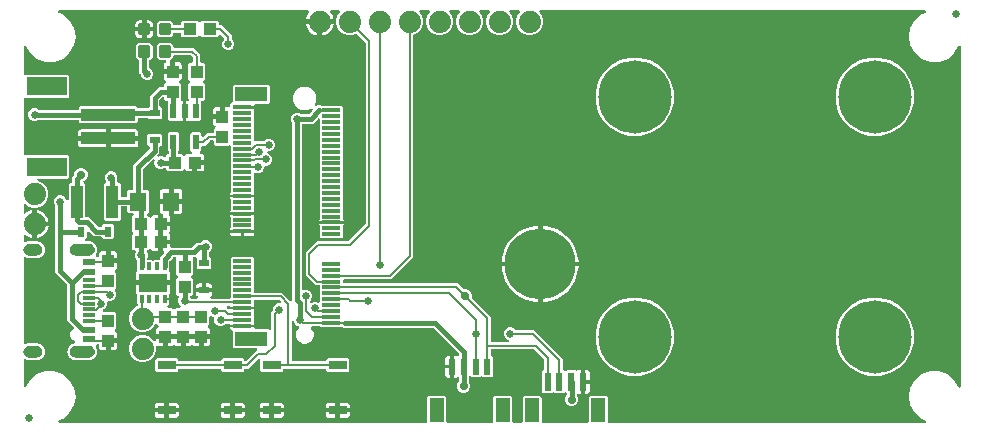
<source format=gtl>
G04 EAGLE Gerber RS-274X export*
G75*
%MOMM*%
%FSLAX34Y34*%
%LPD*%
%INTop Copper*%
%IPPOS*%
%AMOC8*
5,1,8,0,0,1.08239X$1,22.5*%
G01*
%ADD10R,1.000000X0.300000*%
%ADD11R,1.000000X0.600000*%
%ADD12C,0.755600*%
%ADD13R,1.000000X1.100000*%
%ADD14C,0.635000*%
%ADD15R,1.524000X0.762000*%
%ADD16C,6.000000*%
%ADD17R,1.100000X1.000000*%
%ADD18C,0.300000*%
%ADD19R,1.550000X0.300000*%
%ADD20R,2.750000X1.200000*%
%ADD21R,1.200000X2.000000*%
%ADD22R,0.600000X1.350000*%
%ADD23R,4.600000X1.000000*%
%ADD24R,3.400000X1.600000*%
%ADD25R,0.300000X0.650000*%
%ADD26R,2.350000X1.600000*%
%ADD27R,1.400000X1.600000*%
%ADD28C,1.879600*%
%ADD29R,0.830000X0.630000*%
%ADD30R,1.000000X2.800000*%
%ADD31R,0.550000X1.200000*%
%ADD32R,0.630000X0.830000*%
%ADD33R,0.600000X1.550000*%
%ADD34C,6.197600*%
%ADD35C,0.203200*%
%ADD36C,0.660400*%
%ADD37C,0.406400*%
%ADD38C,0.736600*%

G36*
X344010Y3311D02*
X344010Y3311D01*
X344068Y3309D01*
X344150Y3331D01*
X344234Y3343D01*
X344287Y3366D01*
X344343Y3381D01*
X344416Y3424D01*
X344493Y3459D01*
X344538Y3497D01*
X344588Y3526D01*
X344646Y3588D01*
X344710Y3642D01*
X344742Y3691D01*
X344782Y3734D01*
X344821Y3809D01*
X344868Y3879D01*
X344885Y3935D01*
X344912Y3987D01*
X344923Y4055D01*
X344953Y4150D01*
X344956Y4250D01*
X344967Y4318D01*
X344967Y24892D01*
X346158Y26083D01*
X359842Y26083D01*
X361033Y24892D01*
X361033Y4318D01*
X361041Y4260D01*
X361039Y4202D01*
X361061Y4120D01*
X361073Y4036D01*
X361096Y3983D01*
X361111Y3927D01*
X361154Y3854D01*
X361189Y3777D01*
X361227Y3732D01*
X361256Y3682D01*
X361318Y3624D01*
X361372Y3560D01*
X361421Y3528D01*
X361464Y3488D01*
X361539Y3449D01*
X361609Y3402D01*
X361665Y3385D01*
X361717Y3358D01*
X361785Y3347D01*
X361880Y3317D01*
X361980Y3314D01*
X362048Y3303D01*
X399952Y3303D01*
X400010Y3311D01*
X400068Y3309D01*
X400150Y3331D01*
X400234Y3343D01*
X400287Y3366D01*
X400343Y3381D01*
X400416Y3424D01*
X400493Y3459D01*
X400538Y3497D01*
X400588Y3526D01*
X400646Y3588D01*
X400710Y3642D01*
X400742Y3691D01*
X400782Y3734D01*
X400821Y3809D01*
X400868Y3879D01*
X400885Y3935D01*
X400912Y3987D01*
X400923Y4055D01*
X400953Y4150D01*
X400956Y4250D01*
X400967Y4318D01*
X400967Y24892D01*
X402158Y26083D01*
X415842Y26083D01*
X417033Y24892D01*
X417033Y4318D01*
X417041Y4260D01*
X417039Y4202D01*
X417061Y4120D01*
X417073Y4036D01*
X417096Y3983D01*
X417111Y3927D01*
X417154Y3854D01*
X417189Y3777D01*
X417227Y3732D01*
X417256Y3682D01*
X417318Y3624D01*
X417372Y3560D01*
X417421Y3528D01*
X417464Y3488D01*
X417539Y3449D01*
X417609Y3402D01*
X417665Y3385D01*
X417717Y3358D01*
X417785Y3347D01*
X417880Y3317D01*
X417980Y3314D01*
X418048Y3303D01*
X425012Y3303D01*
X425070Y3311D01*
X425128Y3309D01*
X425210Y3331D01*
X425294Y3343D01*
X425347Y3366D01*
X425403Y3381D01*
X425476Y3424D01*
X425553Y3459D01*
X425598Y3497D01*
X425648Y3526D01*
X425706Y3588D01*
X425770Y3642D01*
X425802Y3691D01*
X425842Y3734D01*
X425881Y3809D01*
X425928Y3879D01*
X425945Y3935D01*
X425972Y3987D01*
X425983Y4055D01*
X426013Y4150D01*
X426016Y4250D01*
X426027Y4318D01*
X426027Y24562D01*
X427218Y25753D01*
X440902Y25753D01*
X442093Y24562D01*
X442093Y4318D01*
X442101Y4260D01*
X442099Y4202D01*
X442121Y4120D01*
X442133Y4036D01*
X442156Y3983D01*
X442171Y3927D01*
X442214Y3854D01*
X442249Y3777D01*
X442287Y3732D01*
X442316Y3682D01*
X442378Y3624D01*
X442432Y3560D01*
X442481Y3528D01*
X442524Y3488D01*
X442599Y3449D01*
X442669Y3402D01*
X442725Y3385D01*
X442777Y3358D01*
X442845Y3347D01*
X442940Y3317D01*
X443040Y3314D01*
X443108Y3303D01*
X481012Y3303D01*
X481070Y3311D01*
X481128Y3309D01*
X481210Y3331D01*
X481294Y3343D01*
X481347Y3366D01*
X481403Y3381D01*
X481476Y3424D01*
X481553Y3459D01*
X481598Y3497D01*
X481648Y3526D01*
X481706Y3588D01*
X481770Y3642D01*
X481802Y3691D01*
X481842Y3734D01*
X481881Y3809D01*
X481928Y3879D01*
X481945Y3935D01*
X481972Y3987D01*
X481983Y4055D01*
X482013Y4150D01*
X482016Y4250D01*
X482027Y4318D01*
X482027Y24562D01*
X483218Y25753D01*
X496902Y25753D01*
X498093Y24562D01*
X498093Y4318D01*
X498101Y4260D01*
X498099Y4202D01*
X498121Y4120D01*
X498133Y4036D01*
X498156Y3983D01*
X498171Y3927D01*
X498214Y3854D01*
X498249Y3777D01*
X498287Y3732D01*
X498316Y3682D01*
X498378Y3624D01*
X498432Y3560D01*
X498481Y3528D01*
X498524Y3488D01*
X498599Y3449D01*
X498669Y3402D01*
X498725Y3385D01*
X498777Y3358D01*
X498845Y3347D01*
X498940Y3317D01*
X499040Y3314D01*
X499108Y3303D01*
X766527Y3303D01*
X766634Y3318D01*
X766741Y3326D01*
X766774Y3338D01*
X766808Y3343D01*
X766907Y3387D01*
X767008Y3424D01*
X767036Y3445D01*
X767068Y3459D01*
X767150Y3529D01*
X767237Y3592D01*
X767258Y3620D01*
X767285Y3642D01*
X767345Y3732D01*
X767410Y3818D01*
X767423Y3850D01*
X767442Y3879D01*
X767475Y3982D01*
X767515Y4082D01*
X767518Y4117D01*
X767528Y4150D01*
X767531Y4258D01*
X767541Y4365D01*
X767535Y4400D01*
X767536Y4434D01*
X767508Y4539D01*
X767488Y4645D01*
X767473Y4676D01*
X767464Y4709D01*
X767409Y4802D01*
X767360Y4898D01*
X767336Y4924D01*
X767318Y4954D01*
X767240Y5028D01*
X767166Y5107D01*
X767139Y5122D01*
X767111Y5148D01*
X766920Y5246D01*
X766874Y5272D01*
X763738Y6413D01*
X757905Y11308D01*
X754098Y17902D01*
X752776Y25400D01*
X754098Y32898D01*
X757905Y39492D01*
X763738Y44387D01*
X770893Y46991D01*
X778507Y46991D01*
X785662Y44387D01*
X791495Y39492D01*
X794903Y33589D01*
X794915Y33574D01*
X794923Y33556D01*
X795002Y33462D01*
X795078Y33365D01*
X795094Y33354D01*
X795107Y33339D01*
X795209Y33271D01*
X795308Y33199D01*
X795327Y33192D01*
X795343Y33181D01*
X795460Y33144D01*
X795576Y33103D01*
X795596Y33101D01*
X795614Y33096D01*
X795737Y33092D01*
X795860Y33085D01*
X795879Y33089D01*
X795898Y33088D01*
X796017Y33119D01*
X796137Y33146D01*
X796155Y33155D01*
X796173Y33160D01*
X796279Y33223D01*
X796387Y33282D01*
X796401Y33295D01*
X796418Y33305D01*
X796502Y33395D01*
X796589Y33481D01*
X796599Y33498D01*
X796612Y33513D01*
X796668Y33622D01*
X796728Y33729D01*
X796733Y33748D01*
X796742Y33766D01*
X796754Y33838D01*
X796793Y34006D01*
X796791Y34057D01*
X796797Y34097D01*
X796797Y321503D01*
X796795Y321523D01*
X796797Y321542D01*
X796775Y321663D01*
X796757Y321785D01*
X796749Y321802D01*
X796746Y321822D01*
X796691Y321932D01*
X796641Y322044D01*
X796629Y322059D01*
X796620Y322077D01*
X796537Y322167D01*
X796458Y322261D01*
X796441Y322272D01*
X796428Y322286D01*
X796323Y322351D01*
X796221Y322419D01*
X796202Y322425D01*
X796186Y322435D01*
X796067Y322467D01*
X795950Y322504D01*
X795930Y322505D01*
X795911Y322510D01*
X795789Y322509D01*
X795666Y322512D01*
X795647Y322507D01*
X795627Y322507D01*
X795509Y322471D01*
X795391Y322440D01*
X795374Y322430D01*
X795355Y322424D01*
X795252Y322357D01*
X795146Y322295D01*
X795133Y322280D01*
X795116Y322270D01*
X795070Y322213D01*
X794952Y322087D01*
X794928Y322042D01*
X794903Y322011D01*
X791495Y316108D01*
X785662Y311213D01*
X778507Y308609D01*
X770893Y308609D01*
X763738Y311213D01*
X757905Y316108D01*
X754098Y322702D01*
X752776Y330200D01*
X754098Y337698D01*
X757905Y344292D01*
X763738Y349187D01*
X766874Y350328D01*
X766969Y350379D01*
X767068Y350423D01*
X767094Y350445D01*
X767125Y350462D01*
X767202Y350537D01*
X767285Y350607D01*
X767304Y350635D01*
X767329Y350660D01*
X767383Y350753D01*
X767442Y350843D01*
X767453Y350876D01*
X767470Y350906D01*
X767496Y351011D01*
X767528Y351114D01*
X767529Y351149D01*
X767537Y351183D01*
X767533Y351290D01*
X767536Y351398D01*
X767527Y351432D01*
X767525Y351467D01*
X767491Y351569D01*
X767464Y351673D01*
X767446Y351703D01*
X767435Y351736D01*
X767374Y351825D01*
X767318Y351918D01*
X767293Y351942D01*
X767273Y351970D01*
X767190Y352038D01*
X767111Y352112D01*
X767080Y352128D01*
X767053Y352150D01*
X766954Y352193D01*
X766858Y352242D01*
X766827Y352247D01*
X766792Y352262D01*
X766580Y352288D01*
X766527Y352297D01*
X441019Y352297D01*
X440990Y352293D01*
X440961Y352296D01*
X440850Y352273D01*
X440738Y352257D01*
X440711Y352245D01*
X440682Y352240D01*
X440582Y352187D01*
X440478Y352141D01*
X440456Y352122D01*
X440430Y352109D01*
X440348Y352031D01*
X440261Y351958D01*
X440245Y351933D01*
X440224Y351913D01*
X440167Y351815D01*
X440104Y351721D01*
X440095Y351693D01*
X440080Y351668D01*
X440052Y351558D01*
X440018Y351450D01*
X440017Y351420D01*
X440010Y351392D01*
X440014Y351279D01*
X440011Y351166D01*
X440018Y351137D01*
X440019Y351108D01*
X440054Y351000D01*
X440082Y350891D01*
X440097Y350865D01*
X440106Y350837D01*
X440152Y350773D01*
X440228Y350646D01*
X440273Y350603D01*
X440301Y350564D01*
X441491Y349375D01*
X443231Y345174D01*
X443231Y340626D01*
X441490Y336425D01*
X438275Y333210D01*
X434074Y331469D01*
X429526Y331469D01*
X425325Y333210D01*
X422110Y336425D01*
X420369Y340626D01*
X420369Y345174D01*
X422109Y349375D01*
X423299Y350564D01*
X423316Y350588D01*
X423339Y350607D01*
X423401Y350701D01*
X423470Y350791D01*
X423480Y350819D01*
X423496Y350843D01*
X423530Y350951D01*
X423571Y351057D01*
X423573Y351086D01*
X423582Y351114D01*
X423585Y351228D01*
X423594Y351340D01*
X423589Y351369D01*
X423589Y351398D01*
X423561Y351508D01*
X423538Y351619D01*
X423525Y351645D01*
X423518Y351673D01*
X423460Y351771D01*
X423407Y351871D01*
X423387Y351893D01*
X423372Y351918D01*
X423290Y351995D01*
X423212Y352077D01*
X423186Y352092D01*
X423165Y352112D01*
X423064Y352164D01*
X422966Y352221D01*
X422938Y352228D01*
X422912Y352242D01*
X422834Y352255D01*
X422691Y352291D01*
X422628Y352289D01*
X422581Y352297D01*
X415619Y352297D01*
X415590Y352293D01*
X415561Y352296D01*
X415450Y352273D01*
X415338Y352257D01*
X415311Y352245D01*
X415282Y352240D01*
X415182Y352187D01*
X415078Y352141D01*
X415056Y352122D01*
X415030Y352109D01*
X414948Y352031D01*
X414861Y351958D01*
X414845Y351933D01*
X414824Y351913D01*
X414767Y351815D01*
X414704Y351721D01*
X414695Y351693D01*
X414680Y351668D01*
X414652Y351558D01*
X414618Y351450D01*
X414617Y351420D01*
X414610Y351392D01*
X414614Y351279D01*
X414611Y351166D01*
X414618Y351137D01*
X414619Y351108D01*
X414654Y351000D01*
X414682Y350891D01*
X414697Y350865D01*
X414706Y350837D01*
X414752Y350773D01*
X414828Y350646D01*
X414873Y350603D01*
X414901Y350564D01*
X416091Y349375D01*
X417831Y345174D01*
X417831Y340626D01*
X416090Y336425D01*
X412875Y333210D01*
X408674Y331469D01*
X404126Y331469D01*
X399925Y333210D01*
X396710Y336425D01*
X394969Y340626D01*
X394969Y345174D01*
X396709Y349375D01*
X397899Y350564D01*
X397916Y350588D01*
X397939Y350607D01*
X398001Y350701D01*
X398070Y350791D01*
X398080Y350819D01*
X398096Y350843D01*
X398130Y350951D01*
X398171Y351057D01*
X398173Y351086D01*
X398182Y351114D01*
X398185Y351228D01*
X398194Y351340D01*
X398189Y351369D01*
X398189Y351398D01*
X398161Y351508D01*
X398138Y351619D01*
X398125Y351645D01*
X398118Y351673D01*
X398060Y351771D01*
X398007Y351871D01*
X397987Y351893D01*
X397972Y351918D01*
X397890Y351995D01*
X397812Y352077D01*
X397786Y352092D01*
X397765Y352112D01*
X397664Y352164D01*
X397566Y352221D01*
X397538Y352228D01*
X397512Y352242D01*
X397434Y352255D01*
X397291Y352291D01*
X397228Y352289D01*
X397181Y352297D01*
X390219Y352297D01*
X390190Y352293D01*
X390161Y352296D01*
X390050Y352273D01*
X389938Y352257D01*
X389911Y352245D01*
X389882Y352240D01*
X389782Y352187D01*
X389678Y352141D01*
X389656Y352122D01*
X389630Y352109D01*
X389548Y352031D01*
X389461Y351958D01*
X389445Y351933D01*
X389424Y351913D01*
X389367Y351815D01*
X389304Y351721D01*
X389295Y351693D01*
X389280Y351668D01*
X389252Y351558D01*
X389218Y351450D01*
X389217Y351420D01*
X389210Y351392D01*
X389214Y351279D01*
X389211Y351166D01*
X389218Y351137D01*
X389219Y351108D01*
X389254Y351000D01*
X389282Y350891D01*
X389297Y350865D01*
X389306Y350837D01*
X389352Y350773D01*
X389428Y350646D01*
X389473Y350603D01*
X389501Y350564D01*
X390691Y349375D01*
X392431Y345174D01*
X392431Y340626D01*
X390690Y336425D01*
X387475Y333210D01*
X383274Y331469D01*
X378726Y331469D01*
X374525Y333210D01*
X371310Y336425D01*
X369569Y340626D01*
X369569Y345174D01*
X371309Y349375D01*
X372499Y350564D01*
X372516Y350588D01*
X372539Y350607D01*
X372601Y350701D01*
X372670Y350791D01*
X372680Y350819D01*
X372696Y350843D01*
X372730Y350951D01*
X372771Y351057D01*
X372773Y351086D01*
X372782Y351114D01*
X372785Y351228D01*
X372794Y351340D01*
X372789Y351369D01*
X372789Y351398D01*
X372761Y351508D01*
X372738Y351619D01*
X372725Y351645D01*
X372718Y351673D01*
X372660Y351771D01*
X372607Y351871D01*
X372587Y351893D01*
X372572Y351918D01*
X372490Y351995D01*
X372412Y352077D01*
X372386Y352092D01*
X372365Y352112D01*
X372264Y352164D01*
X372166Y352221D01*
X372138Y352228D01*
X372112Y352242D01*
X372034Y352255D01*
X371891Y352291D01*
X371828Y352289D01*
X371781Y352297D01*
X364819Y352297D01*
X364790Y352293D01*
X364761Y352296D01*
X364650Y352273D01*
X364538Y352257D01*
X364511Y352245D01*
X364482Y352240D01*
X364382Y352187D01*
X364278Y352141D01*
X364256Y352122D01*
X364230Y352109D01*
X364148Y352031D01*
X364061Y351958D01*
X364045Y351933D01*
X364024Y351913D01*
X363967Y351815D01*
X363904Y351721D01*
X363895Y351693D01*
X363880Y351668D01*
X363852Y351558D01*
X363818Y351450D01*
X363817Y351420D01*
X363810Y351392D01*
X363814Y351279D01*
X363811Y351166D01*
X363818Y351137D01*
X363819Y351108D01*
X363854Y351000D01*
X363882Y350891D01*
X363897Y350865D01*
X363906Y350837D01*
X363952Y350773D01*
X364028Y350646D01*
X364073Y350603D01*
X364101Y350564D01*
X365291Y349375D01*
X367031Y345174D01*
X367031Y340626D01*
X365290Y336425D01*
X362075Y333210D01*
X357874Y331469D01*
X353326Y331469D01*
X349125Y333210D01*
X345910Y336425D01*
X344169Y340626D01*
X344169Y345174D01*
X345909Y349375D01*
X347099Y350564D01*
X347116Y350588D01*
X347139Y350607D01*
X347201Y350701D01*
X347270Y350791D01*
X347280Y350819D01*
X347296Y350843D01*
X347330Y350951D01*
X347371Y351057D01*
X347373Y351086D01*
X347382Y351114D01*
X347385Y351228D01*
X347394Y351340D01*
X347389Y351369D01*
X347389Y351398D01*
X347361Y351508D01*
X347338Y351619D01*
X347325Y351645D01*
X347318Y351673D01*
X347260Y351771D01*
X347207Y351871D01*
X347187Y351893D01*
X347172Y351918D01*
X347090Y351995D01*
X347012Y352077D01*
X346986Y352092D01*
X346965Y352112D01*
X346864Y352164D01*
X346766Y352221D01*
X346738Y352228D01*
X346712Y352242D01*
X346634Y352255D01*
X346491Y352291D01*
X346428Y352289D01*
X346381Y352297D01*
X339419Y352297D01*
X339390Y352293D01*
X339361Y352296D01*
X339250Y352273D01*
X339138Y352257D01*
X339111Y352245D01*
X339082Y352240D01*
X338982Y352187D01*
X338878Y352141D01*
X338856Y352122D01*
X338830Y352109D01*
X338748Y352031D01*
X338661Y351958D01*
X338645Y351933D01*
X338624Y351913D01*
X338567Y351815D01*
X338504Y351721D01*
X338495Y351693D01*
X338480Y351668D01*
X338452Y351558D01*
X338418Y351450D01*
X338417Y351420D01*
X338410Y351392D01*
X338414Y351279D01*
X338411Y351166D01*
X338418Y351137D01*
X338419Y351108D01*
X338454Y351000D01*
X338482Y350891D01*
X338497Y350865D01*
X338506Y350837D01*
X338552Y350773D01*
X338628Y350646D01*
X338673Y350603D01*
X338701Y350564D01*
X339891Y349375D01*
X341631Y345174D01*
X341631Y340626D01*
X339890Y336425D01*
X336675Y333210D01*
X333875Y332050D01*
X333874Y332049D01*
X333873Y332049D01*
X333754Y331978D01*
X333631Y331905D01*
X333630Y331904D01*
X333628Y331903D01*
X333531Y331800D01*
X333435Y331699D01*
X333435Y331697D01*
X333434Y331696D01*
X333369Y331570D01*
X333305Y331446D01*
X333305Y331444D01*
X333304Y331443D01*
X333302Y331428D01*
X333250Y331167D01*
X333253Y331137D01*
X333249Y331112D01*
X333249Y143517D01*
X314483Y124751D01*
X274848Y124751D01*
X274790Y124743D01*
X274732Y124745D01*
X274650Y124723D01*
X274566Y124711D01*
X274513Y124688D01*
X274457Y124673D01*
X274384Y124630D01*
X274307Y124595D01*
X274262Y124557D01*
X274212Y124528D01*
X274154Y124466D01*
X274090Y124412D01*
X274058Y124363D01*
X274018Y124320D01*
X273979Y124245D01*
X273932Y124175D01*
X273915Y124119D01*
X273888Y124067D01*
X273877Y123999D01*
X273847Y123904D01*
X273844Y123804D01*
X273833Y123736D01*
X273833Y122174D01*
X273841Y122116D01*
X273839Y122058D01*
X273861Y121976D01*
X273873Y121892D01*
X273896Y121839D01*
X273911Y121783D01*
X273954Y121710D01*
X273989Y121633D01*
X274027Y121588D01*
X274056Y121538D01*
X274118Y121480D01*
X274172Y121416D01*
X274221Y121384D01*
X274264Y121344D01*
X274339Y121305D01*
X274409Y121258D01*
X274465Y121241D01*
X274517Y121214D01*
X274585Y121203D01*
X274680Y121173D01*
X274780Y121170D01*
X274848Y121159D01*
X370833Y121159D01*
X375488Y116503D01*
X375558Y116451D01*
X375622Y116391D01*
X375672Y116365D01*
X375716Y116332D01*
X375797Y116301D01*
X375875Y116261D01*
X375923Y116253D01*
X375981Y116231D01*
X376129Y116219D01*
X376206Y116206D01*
X378327Y116206D01*
X380428Y115336D01*
X382036Y113728D01*
X382906Y111627D01*
X382906Y109506D01*
X382918Y109420D01*
X382921Y109332D01*
X382938Y109280D01*
X382946Y109225D01*
X382981Y109145D01*
X383008Y109062D01*
X383036Y109023D01*
X383062Y108965D01*
X383158Y108852D01*
X383203Y108788D01*
X399049Y92943D01*
X399049Y72644D01*
X399057Y72586D01*
X399055Y72528D01*
X399077Y72446D01*
X399089Y72362D01*
X399112Y72309D01*
X399127Y72253D01*
X399170Y72180D01*
X399205Y72103D01*
X399243Y72058D01*
X399272Y72008D01*
X399334Y71950D01*
X399388Y71886D01*
X399437Y71854D01*
X399480Y71814D01*
X399555Y71775D01*
X399625Y71728D01*
X399681Y71711D01*
X399733Y71684D01*
X399801Y71673D01*
X399896Y71643D01*
X399996Y71640D01*
X400064Y71629D01*
X413414Y71629D01*
X413499Y71641D01*
X413585Y71643D01*
X413639Y71661D01*
X413695Y71669D01*
X413774Y71704D01*
X413856Y71730D01*
X413903Y71762D01*
X413955Y71785D01*
X414020Y71840D01*
X414092Y71888D01*
X414128Y71932D01*
X414172Y71968D01*
X414219Y72040D01*
X414275Y72106D01*
X414298Y72158D01*
X414329Y72205D01*
X414355Y72287D01*
X414390Y72366D01*
X414398Y72422D01*
X414415Y72476D01*
X414417Y72562D01*
X414429Y72647D01*
X414421Y72703D01*
X414422Y72760D01*
X414401Y72843D01*
X414388Y72928D01*
X414365Y72980D01*
X414351Y73035D01*
X414307Y73109D01*
X414271Y73188D01*
X414234Y73231D01*
X414205Y73280D01*
X414143Y73339D01*
X414087Y73404D01*
X414045Y73430D01*
X413998Y73474D01*
X413869Y73540D01*
X413802Y73582D01*
X412268Y74217D01*
X410767Y75718D01*
X409955Y77679D01*
X409955Y79801D01*
X410767Y81762D01*
X412268Y83263D01*
X414229Y84075D01*
X416351Y84075D01*
X418312Y83263D01*
X419488Y82086D01*
X419558Y82034D01*
X419622Y81974D01*
X419671Y81948D01*
X419716Y81915D01*
X419797Y81884D01*
X419875Y81844D01*
X419923Y81836D01*
X419981Y81814D01*
X420129Y81802D01*
X420206Y81789D01*
X435603Y81789D01*
X460109Y57283D01*
X460109Y48768D01*
X460117Y48710D01*
X460115Y48652D01*
X460137Y48570D01*
X460149Y48486D01*
X460172Y48433D01*
X460187Y48377D01*
X460230Y48304D01*
X460265Y48227D01*
X460303Y48182D01*
X460332Y48132D01*
X460394Y48074D01*
X460448Y48010D01*
X460497Y47978D01*
X460540Y47938D01*
X460615Y47899D01*
X460685Y47852D01*
X460741Y47835D01*
X460793Y47808D01*
X460857Y47797D01*
X461342Y47313D01*
X461389Y47278D01*
X461429Y47235D01*
X461502Y47192D01*
X461569Y47142D01*
X461624Y47121D01*
X461674Y47091D01*
X461756Y47070D01*
X461835Y47040D01*
X461893Y47036D01*
X461950Y47021D01*
X462034Y47024D01*
X462118Y47017D01*
X462176Y47028D01*
X462234Y47030D01*
X462314Y47056D01*
X462397Y47073D01*
X462449Y47100D01*
X462505Y47118D01*
X462561Y47158D01*
X462649Y47204D01*
X462722Y47272D01*
X462778Y47313D01*
X463218Y47753D01*
X470902Y47753D01*
X470983Y47672D01*
X471030Y47637D01*
X471070Y47594D01*
X471143Y47552D01*
X471210Y47501D01*
X471265Y47480D01*
X471315Y47450D01*
X471397Y47430D01*
X471476Y47400D01*
X471534Y47395D01*
X471591Y47380D01*
X471675Y47383D01*
X471759Y47376D01*
X471816Y47388D01*
X471875Y47389D01*
X471955Y47415D01*
X472038Y47432D01*
X472090Y47459D01*
X472145Y47477D01*
X472202Y47517D01*
X472290Y47563D01*
X472362Y47632D01*
X472419Y47672D01*
X472500Y47753D01*
X473079Y48088D01*
X473726Y48261D01*
X475561Y48261D01*
X475561Y38454D01*
X475569Y38396D01*
X475567Y38338D01*
X475589Y38256D01*
X475601Y38173D01*
X475624Y38119D01*
X475639Y38063D01*
X475682Y37990D01*
X475691Y37971D01*
X475660Y37925D01*
X475643Y37869D01*
X475616Y37817D01*
X475605Y37749D01*
X475575Y37654D01*
X475572Y37554D01*
X475561Y37486D01*
X475561Y27679D01*
X473726Y27679D01*
X473149Y27834D01*
X473129Y27836D01*
X473111Y27843D01*
X472989Y27853D01*
X472866Y27868D01*
X472847Y27865D01*
X472827Y27867D01*
X472707Y27843D01*
X472586Y27823D01*
X472568Y27815D01*
X472549Y27811D01*
X472439Y27754D01*
X472329Y27702D01*
X472314Y27689D01*
X472296Y27680D01*
X472207Y27595D01*
X472115Y27514D01*
X472105Y27498D01*
X472090Y27484D01*
X472028Y27378D01*
X471962Y27275D01*
X471957Y27256D01*
X471947Y27239D01*
X471916Y27120D01*
X471882Y27002D01*
X471881Y26982D01*
X471877Y26963D01*
X471880Y26840D01*
X471880Y26718D01*
X471885Y26699D01*
X471886Y26679D01*
X471924Y26562D01*
X471957Y26444D01*
X471967Y26427D01*
X471973Y26409D01*
X472016Y26348D01*
X472107Y26202D01*
X472145Y26168D01*
X472168Y26135D01*
X472206Y26098D01*
X473076Y23997D01*
X473076Y21723D01*
X472206Y19622D01*
X470598Y18014D01*
X468497Y17144D01*
X466223Y17144D01*
X464122Y18014D01*
X462514Y19622D01*
X461644Y21723D01*
X461644Y23997D01*
X462514Y26098D01*
X462998Y26581D01*
X463050Y26651D01*
X463110Y26715D01*
X463136Y26764D01*
X463169Y26808D01*
X463200Y26890D01*
X463240Y26968D01*
X463248Y27016D01*
X463270Y27074D01*
X463282Y27222D01*
X463295Y27299D01*
X463295Y27689D01*
X463288Y27744D01*
X463289Y27785D01*
X463282Y27811D01*
X463280Y27863D01*
X463263Y27916D01*
X463255Y27971D01*
X463220Y28051D01*
X463217Y28059D01*
X463217Y28060D01*
X463193Y28134D01*
X463165Y28173D01*
X463139Y28230D01*
X463043Y28343D01*
X462998Y28407D01*
X462778Y28627D01*
X462731Y28663D01*
X462691Y28705D01*
X462618Y28748D01*
X462551Y28798D01*
X462496Y28819D01*
X462446Y28849D01*
X462364Y28869D01*
X462285Y28899D01*
X462227Y28904D01*
X462170Y28919D01*
X462086Y28916D01*
X462002Y28923D01*
X461944Y28912D01*
X461886Y28910D01*
X461806Y28884D01*
X461723Y28867D01*
X461671Y28840D01*
X461615Y28822D01*
X461559Y28782D01*
X461471Y28736D01*
X461398Y28667D01*
X461342Y28627D01*
X460902Y28187D01*
X453218Y28187D01*
X452778Y28627D01*
X452731Y28663D01*
X452691Y28705D01*
X452618Y28748D01*
X452551Y28798D01*
X452496Y28819D01*
X452446Y28849D01*
X452364Y28869D01*
X452285Y28900D01*
X452227Y28904D01*
X452170Y28919D01*
X452086Y28916D01*
X452002Y28923D01*
X451944Y28912D01*
X451886Y28910D01*
X451806Y28884D01*
X451723Y28867D01*
X451671Y28840D01*
X451615Y28822D01*
X451559Y28782D01*
X451471Y28736D01*
X451398Y28667D01*
X451342Y28627D01*
X450902Y28187D01*
X443218Y28187D01*
X442027Y29378D01*
X442027Y46562D01*
X443255Y47789D01*
X443278Y47793D01*
X443331Y47816D01*
X443387Y47831D01*
X443460Y47874D01*
X443537Y47909D01*
X443582Y47947D01*
X443632Y47976D01*
X443690Y48038D01*
X443754Y48092D01*
X443786Y48141D01*
X443826Y48184D01*
X443865Y48259D01*
X443912Y48329D01*
X443929Y48385D01*
X443956Y48437D01*
X443967Y48505D01*
X443997Y48600D01*
X444000Y48700D01*
X444011Y48768D01*
X444011Y56717D01*
X443999Y56803D01*
X443996Y56891D01*
X443979Y56943D01*
X443971Y56998D01*
X443936Y57078D01*
X443909Y57161D01*
X443881Y57200D01*
X443855Y57258D01*
X443759Y57371D01*
X443714Y57435D01*
X435915Y65234D01*
X435845Y65286D01*
X435781Y65346D01*
X435731Y65372D01*
X435687Y65405D01*
X435606Y65436D01*
X435528Y65476D01*
X435480Y65484D01*
X435422Y65506D01*
X435274Y65518D01*
X435197Y65531D01*
X400064Y65531D01*
X400006Y65523D01*
X399948Y65525D01*
X399866Y65503D01*
X399782Y65491D01*
X399729Y65468D01*
X399673Y65453D01*
X399600Y65410D01*
X399523Y65375D01*
X399478Y65337D01*
X399428Y65308D01*
X399370Y65246D01*
X399306Y65192D01*
X399274Y65143D01*
X399234Y65100D01*
X399195Y65025D01*
X399148Y64955D01*
X399131Y64899D01*
X399104Y64847D01*
X399093Y64779D01*
X399063Y64684D01*
X399060Y64584D01*
X399049Y64516D01*
X399049Y60598D01*
X399057Y60540D01*
X399055Y60482D01*
X399077Y60400D01*
X399089Y60316D01*
X399112Y60263D01*
X399127Y60207D01*
X399170Y60134D01*
X399205Y60057D01*
X399243Y60012D01*
X399272Y59962D01*
X399334Y59904D01*
X399388Y59840D01*
X399437Y59808D01*
X399480Y59768D01*
X399555Y59729D01*
X399625Y59682D01*
X399681Y59665D01*
X399733Y59638D01*
X399797Y59627D01*
X401033Y58392D01*
X401033Y43208D01*
X399842Y42017D01*
X392158Y42017D01*
X391718Y42457D01*
X391671Y42492D01*
X391631Y42535D01*
X391558Y42578D01*
X391491Y42628D01*
X391436Y42649D01*
X391386Y42679D01*
X391304Y42700D01*
X391225Y42730D01*
X391167Y42734D01*
X391110Y42749D01*
X391026Y42746D01*
X390942Y42753D01*
X390884Y42742D01*
X390826Y42740D01*
X390746Y42714D01*
X390663Y42697D01*
X390611Y42670D01*
X390555Y42652D01*
X390499Y42612D01*
X390411Y42566D01*
X390338Y42497D01*
X390282Y42457D01*
X389842Y42017D01*
X382158Y42017D01*
X381798Y42377D01*
X381774Y42395D01*
X381755Y42417D01*
X381661Y42480D01*
X381571Y42548D01*
X381543Y42559D01*
X381519Y42575D01*
X381411Y42609D01*
X381305Y42650D01*
X381276Y42652D01*
X381248Y42661D01*
X381134Y42664D01*
X381022Y42673D01*
X380993Y42667D01*
X380964Y42668D01*
X380854Y42639D01*
X380743Y42617D01*
X380717Y42604D01*
X380689Y42596D01*
X380591Y42539D01*
X380491Y42486D01*
X380469Y42466D01*
X380444Y42451D01*
X380367Y42368D01*
X380285Y42290D01*
X380270Y42265D01*
X380250Y42244D01*
X380198Y42143D01*
X380141Y42045D01*
X380134Y42017D01*
X380120Y41991D01*
X380107Y41913D01*
X380071Y41770D01*
X380073Y41707D01*
X380065Y41660D01*
X380065Y38649D01*
X380077Y38562D01*
X380080Y38475D01*
X380097Y38422D01*
X380105Y38368D01*
X380140Y38288D01*
X380167Y38205D01*
X380195Y38165D01*
X380221Y38108D01*
X380317Y37995D01*
X380362Y37931D01*
X380766Y37528D01*
X381636Y35427D01*
X381636Y33153D01*
X380766Y31052D01*
X379158Y29444D01*
X377057Y28574D01*
X374783Y28574D01*
X372682Y29444D01*
X371074Y31052D01*
X370204Y33153D01*
X370204Y35427D01*
X371074Y37528D01*
X371638Y38091D01*
X371690Y38161D01*
X371750Y38225D01*
X371776Y38274D01*
X371809Y38318D01*
X371840Y38400D01*
X371880Y38478D01*
X371888Y38526D01*
X371910Y38584D01*
X371916Y38650D01*
X371921Y38669D01*
X371923Y38736D01*
X371935Y38809D01*
X371935Y41052D01*
X371930Y41091D01*
X371932Y41130D01*
X371910Y41231D01*
X371895Y41334D01*
X371879Y41370D01*
X371871Y41408D01*
X371822Y41499D01*
X371779Y41593D01*
X371754Y41623D01*
X371735Y41658D01*
X371662Y41731D01*
X371596Y41810D01*
X371563Y41832D01*
X371536Y41860D01*
X371445Y41910D01*
X371359Y41968D01*
X371322Y41980D01*
X371288Y41999D01*
X371187Y42022D01*
X371088Y42054D01*
X371049Y42055D01*
X371011Y42064D01*
X370907Y42058D01*
X370804Y42061D01*
X370766Y42051D01*
X370727Y42049D01*
X370654Y42022D01*
X370529Y41989D01*
X370465Y41951D01*
X370412Y41932D01*
X369981Y41682D01*
X369334Y41509D01*
X367499Y41509D01*
X367499Y50316D01*
X367491Y50374D01*
X367493Y50432D01*
X367471Y50514D01*
X367459Y50597D01*
X367436Y50651D01*
X367421Y50707D01*
X367378Y50780D01*
X367369Y50799D01*
X367400Y50845D01*
X367417Y50901D01*
X367444Y50953D01*
X367455Y51021D01*
X367485Y51116D01*
X367488Y51216D01*
X367499Y51284D01*
X367499Y60091D01*
X369334Y60091D01*
X369981Y59918D01*
X370412Y59668D01*
X370449Y59654D01*
X370481Y59632D01*
X370580Y59601D01*
X370676Y59562D01*
X370715Y59558D01*
X370752Y59546D01*
X370856Y59544D01*
X370959Y59533D01*
X370997Y59540D01*
X371036Y59539D01*
X371137Y59565D01*
X371239Y59584D01*
X371274Y59601D01*
X371311Y59611D01*
X371400Y59664D01*
X371493Y59710D01*
X371522Y59736D01*
X371556Y59756D01*
X371627Y59832D01*
X371703Y59902D01*
X371724Y59935D01*
X371750Y59963D01*
X371798Y60056D01*
X371852Y60144D01*
X371862Y60182D01*
X371880Y60216D01*
X371893Y60293D01*
X371927Y60418D01*
X371926Y60493D01*
X371935Y60548D01*
X371935Y61316D01*
X371923Y61402D01*
X371920Y61490D01*
X371903Y61542D01*
X371895Y61597D01*
X371860Y61677D01*
X371833Y61760D01*
X371805Y61800D01*
X371779Y61857D01*
X371683Y61970D01*
X371638Y62034D01*
X350234Y83438D01*
X350164Y83490D01*
X350100Y83550D01*
X350051Y83576D01*
X350007Y83609D01*
X349925Y83640D01*
X349847Y83680D01*
X349799Y83688D01*
X349741Y83710D01*
X349593Y83722D01*
X349516Y83735D01*
X273736Y83735D01*
X273502Y83970D01*
X273432Y84022D01*
X273368Y84082D01*
X273319Y84108D01*
X273274Y84141D01*
X273193Y84172D01*
X273115Y84212D01*
X273067Y84220D01*
X273009Y84242D01*
X272861Y84254D01*
X272784Y84267D01*
X255458Y84267D01*
X255271Y84454D01*
X255202Y84506D01*
X255138Y84566D01*
X255088Y84592D01*
X255044Y84625D01*
X254962Y84656D01*
X254885Y84696D01*
X254837Y84704D01*
X254779Y84726D01*
X254631Y84738D01*
X254553Y84751D01*
X247453Y84751D01*
X247424Y84747D01*
X247394Y84750D01*
X247283Y84727D01*
X247171Y84711D01*
X247144Y84699D01*
X247116Y84694D01*
X247015Y84641D01*
X246912Y84595D01*
X246889Y84576D01*
X246863Y84563D01*
X246781Y84485D01*
X246695Y84412D01*
X246678Y84387D01*
X246657Y84367D01*
X246600Y84269D01*
X246537Y84175D01*
X246528Y84147D01*
X246513Y84122D01*
X246486Y84012D01*
X246451Y83904D01*
X246451Y83874D01*
X246443Y83846D01*
X246447Y83733D01*
X246444Y83620D01*
X246451Y83591D01*
X246452Y83562D01*
X246487Y83454D01*
X246516Y83345D01*
X246531Y83319D01*
X246540Y83291D01*
X246586Y83227D01*
X246661Y83100D01*
X246707Y83057D01*
X246735Y83018D01*
X247686Y82067D01*
X248833Y79298D01*
X248833Y76302D01*
X247686Y73533D01*
X245567Y71414D01*
X242798Y70267D01*
X239802Y70267D01*
X237033Y71414D01*
X234914Y73533D01*
X233767Y76302D01*
X233767Y79298D01*
X234914Y82067D01*
X236185Y83338D01*
X236254Y83429D01*
X236328Y83518D01*
X236339Y83543D01*
X236356Y83565D01*
X236397Y83672D01*
X236443Y83777D01*
X236447Y83805D01*
X236457Y83831D01*
X236467Y83945D01*
X236482Y84059D01*
X236478Y84086D01*
X236481Y84114D01*
X236458Y84226D01*
X236442Y84340D01*
X236430Y84366D01*
X236425Y84393D01*
X236372Y84495D01*
X236325Y84599D01*
X236307Y84620D01*
X236294Y84645D01*
X236215Y84728D01*
X236140Y84816D01*
X236119Y84829D01*
X236098Y84851D01*
X235868Y84986D01*
X235856Y84994D01*
X234603Y85512D01*
X233102Y87013D01*
X232332Y88873D01*
X232288Y88947D01*
X232253Y89026D01*
X232216Y89069D01*
X232187Y89118D01*
X232125Y89177D01*
X232069Y89243D01*
X232022Y89274D01*
X231981Y89313D01*
X231904Y89352D01*
X231833Y89400D01*
X231779Y89417D01*
X231728Y89443D01*
X231644Y89460D01*
X231562Y89486D01*
X231505Y89487D01*
X231449Y89498D01*
X231364Y89491D01*
X231278Y89493D01*
X231223Y89479D01*
X231166Y89474D01*
X231086Y89443D01*
X231003Y89421D01*
X230954Y89392D01*
X230901Y89372D01*
X230832Y89320D01*
X230758Y89276D01*
X230719Y89235D01*
X230674Y89200D01*
X230622Y89132D01*
X230564Y89069D01*
X230538Y89018D01*
X230504Y88973D01*
X230473Y88892D01*
X230434Y88816D01*
X230426Y88767D01*
X230403Y88707D01*
X230392Y88562D01*
X230379Y88485D01*
X230379Y56134D01*
X230387Y56076D01*
X230385Y56018D01*
X230407Y55936D01*
X230419Y55852D01*
X230442Y55799D01*
X230457Y55743D01*
X230500Y55670D01*
X230535Y55593D01*
X230573Y55548D01*
X230602Y55498D01*
X230664Y55440D01*
X230718Y55376D01*
X230767Y55344D01*
X230810Y55304D01*
X230885Y55265D01*
X230955Y55218D01*
X231011Y55201D01*
X231063Y55174D01*
X231131Y55163D01*
X231226Y55133D01*
X231326Y55130D01*
X231394Y55119D01*
X258572Y55119D01*
X258630Y55127D01*
X258688Y55125D01*
X258770Y55147D01*
X258854Y55159D01*
X258907Y55182D01*
X258963Y55197D01*
X259036Y55240D01*
X259113Y55275D01*
X259158Y55313D01*
X259208Y55342D01*
X259266Y55404D01*
X259330Y55458D01*
X259362Y55507D01*
X259402Y55550D01*
X259441Y55625D01*
X259488Y55695D01*
X259505Y55751D01*
X259532Y55803D01*
X259543Y55871D01*
X259573Y55966D01*
X259576Y56066D01*
X259587Y56134D01*
X259587Y56722D01*
X260778Y57913D01*
X277702Y57913D01*
X278893Y56722D01*
X278893Y47418D01*
X277702Y46227D01*
X260778Y46227D01*
X259587Y47418D01*
X259587Y48006D01*
X259580Y48059D01*
X259581Y48090D01*
X259580Y48093D01*
X259581Y48122D01*
X259559Y48204D01*
X259547Y48288D01*
X259524Y48341D01*
X259509Y48397D01*
X259466Y48470D01*
X259431Y48547D01*
X259393Y48592D01*
X259364Y48642D01*
X259302Y48700D01*
X259248Y48764D01*
X259199Y48796D01*
X259156Y48836D01*
X259081Y48875D01*
X259011Y48922D01*
X258955Y48939D01*
X258903Y48966D01*
X258835Y48977D01*
X258740Y49007D01*
X258640Y49010D01*
X258572Y49021D01*
X224028Y49021D01*
X223970Y49013D01*
X223912Y49015D01*
X223830Y48993D01*
X223746Y48981D01*
X223693Y48958D01*
X223637Y48943D01*
X223564Y48900D01*
X223487Y48865D01*
X223442Y48827D01*
X223392Y48798D01*
X223334Y48736D01*
X223270Y48682D01*
X223238Y48633D01*
X223198Y48590D01*
X223159Y48515D01*
X223112Y48445D01*
X223095Y48389D01*
X223068Y48337D01*
X223057Y48269D01*
X223027Y48174D01*
X223024Y48074D01*
X223013Y48006D01*
X223013Y47418D01*
X221822Y46227D01*
X204898Y46227D01*
X203707Y47418D01*
X203707Y56116D01*
X203703Y56145D01*
X203706Y56174D01*
X203700Y56201D01*
X203701Y56212D01*
X203690Y56254D01*
X203683Y56285D01*
X203667Y56398D01*
X203655Y56424D01*
X203650Y56453D01*
X203598Y56553D01*
X203551Y56657D01*
X203532Y56679D01*
X203519Y56705D01*
X203441Y56787D01*
X203368Y56874D01*
X203343Y56890D01*
X203323Y56911D01*
X203225Y56969D01*
X203131Y57032D01*
X203103Y57040D01*
X203078Y57055D01*
X202968Y57083D01*
X202860Y57117D01*
X202830Y57118D01*
X202802Y57125D01*
X202689Y57122D01*
X202576Y57125D01*
X202547Y57117D01*
X202518Y57116D01*
X202410Y57081D01*
X202301Y57053D01*
X202275Y57038D01*
X202247Y57029D01*
X202184Y56983D01*
X202151Y56964D01*
X202131Y56955D01*
X202119Y56945D01*
X202056Y56908D01*
X202013Y56862D01*
X201974Y56834D01*
X194162Y49021D01*
X191008Y49021D01*
X190950Y49013D01*
X190892Y49015D01*
X190810Y48993D01*
X190726Y48981D01*
X190673Y48958D01*
X190617Y48943D01*
X190544Y48900D01*
X190467Y48865D01*
X190422Y48827D01*
X190372Y48798D01*
X190314Y48736D01*
X190250Y48682D01*
X190218Y48633D01*
X190178Y48590D01*
X190139Y48515D01*
X190092Y48445D01*
X190075Y48389D01*
X190048Y48337D01*
X190037Y48269D01*
X190007Y48174D01*
X190004Y48074D01*
X189993Y48006D01*
X189993Y47418D01*
X188802Y46227D01*
X171878Y46227D01*
X170687Y47418D01*
X170687Y48006D01*
X170680Y48059D01*
X170681Y48090D01*
X170680Y48093D01*
X170681Y48122D01*
X170659Y48204D01*
X170647Y48288D01*
X170624Y48341D01*
X170609Y48397D01*
X170566Y48470D01*
X170531Y48547D01*
X170493Y48592D01*
X170464Y48642D01*
X170402Y48700D01*
X170348Y48764D01*
X170299Y48796D01*
X170256Y48836D01*
X170181Y48875D01*
X170111Y48922D01*
X170055Y48939D01*
X170003Y48966D01*
X169935Y48977D01*
X169840Y49007D01*
X169740Y49010D01*
X169672Y49021D01*
X135128Y49021D01*
X135070Y49013D01*
X135012Y49015D01*
X134930Y48993D01*
X134846Y48981D01*
X134793Y48958D01*
X134737Y48943D01*
X134664Y48900D01*
X134587Y48865D01*
X134542Y48827D01*
X134492Y48798D01*
X134434Y48736D01*
X134370Y48682D01*
X134338Y48633D01*
X134298Y48590D01*
X134259Y48515D01*
X134212Y48445D01*
X134195Y48389D01*
X134168Y48337D01*
X134157Y48269D01*
X134127Y48174D01*
X134124Y48074D01*
X134113Y48006D01*
X134113Y47418D01*
X132922Y46227D01*
X115998Y46227D01*
X114807Y47418D01*
X114807Y56722D01*
X115998Y57913D01*
X132922Y57913D01*
X134113Y56722D01*
X134113Y56134D01*
X134121Y56076D01*
X134119Y56018D01*
X134141Y55936D01*
X134153Y55852D01*
X134176Y55799D01*
X134191Y55743D01*
X134234Y55670D01*
X134269Y55593D01*
X134307Y55548D01*
X134336Y55498D01*
X134398Y55440D01*
X134452Y55376D01*
X134501Y55344D01*
X134544Y55304D01*
X134619Y55265D01*
X134689Y55218D01*
X134745Y55201D01*
X134797Y55174D01*
X134865Y55163D01*
X134960Y55133D01*
X135060Y55130D01*
X135128Y55119D01*
X169672Y55119D01*
X169730Y55127D01*
X169788Y55125D01*
X169870Y55147D01*
X169954Y55159D01*
X170007Y55182D01*
X170063Y55197D01*
X170136Y55240D01*
X170213Y55275D01*
X170258Y55313D01*
X170308Y55342D01*
X170366Y55404D01*
X170430Y55458D01*
X170462Y55507D01*
X170502Y55550D01*
X170541Y55625D01*
X170588Y55695D01*
X170605Y55751D01*
X170632Y55803D01*
X170643Y55871D01*
X170673Y55966D01*
X170676Y56066D01*
X170687Y56134D01*
X170687Y56722D01*
X171878Y57913D01*
X188802Y57913D01*
X189993Y56722D01*
X189993Y56134D01*
X190001Y56076D01*
X189999Y56018D01*
X190021Y55936D01*
X190033Y55852D01*
X190056Y55799D01*
X190071Y55743D01*
X190114Y55670D01*
X190149Y55593D01*
X190187Y55548D01*
X190216Y55498D01*
X190278Y55440D01*
X190332Y55376D01*
X190381Y55344D01*
X190424Y55304D01*
X190499Y55265D01*
X190569Y55218D01*
X190625Y55201D01*
X190677Y55174D01*
X190745Y55163D01*
X190840Y55133D01*
X190940Y55130D01*
X191008Y55119D01*
X191215Y55119D01*
X191302Y55131D01*
X191389Y55134D01*
X191442Y55151D01*
X191497Y55159D01*
X191577Y55194D01*
X191660Y55221D01*
X191699Y55249D01*
X191756Y55275D01*
X191869Y55371D01*
X191933Y55416D01*
X201051Y64534D01*
X201063Y64550D01*
X201072Y64557D01*
X201077Y64564D01*
X201091Y64577D01*
X201154Y64671D01*
X201222Y64761D01*
X201233Y64789D01*
X201249Y64813D01*
X201283Y64921D01*
X201323Y65027D01*
X201326Y65056D01*
X201335Y65084D01*
X201338Y65198D01*
X201347Y65310D01*
X201341Y65339D01*
X201342Y65368D01*
X201313Y65478D01*
X201291Y65589D01*
X201278Y65615D01*
X201270Y65643D01*
X201212Y65741D01*
X201160Y65841D01*
X201140Y65863D01*
X201125Y65888D01*
X201042Y65965D01*
X200964Y66047D01*
X200939Y66062D01*
X200918Y66082D01*
X200817Y66134D01*
X200719Y66191D01*
X200691Y66198D01*
X200664Y66212D01*
X200587Y66225D01*
X200443Y66261D01*
X200381Y66259D01*
X200333Y66267D01*
X181708Y66267D01*
X180517Y67458D01*
X180517Y80466D01*
X180509Y80524D01*
X180511Y80578D01*
X180508Y80588D01*
X180508Y80602D01*
X180488Y80674D01*
X180477Y80748D01*
X180451Y80808D01*
X180439Y80853D01*
X180436Y80857D01*
X180431Y80876D01*
X180392Y80939D01*
X180361Y81007D01*
X180317Y81059D01*
X180296Y81093D01*
X180294Y81098D01*
X180293Y81098D01*
X180281Y81117D01*
X180226Y81167D01*
X180178Y81224D01*
X180121Y81262D01*
X180070Y81308D01*
X180013Y81334D01*
X179941Y81382D01*
X179865Y81406D01*
X179240Y81767D01*
X178767Y82240D01*
X178432Y82819D01*
X178259Y83466D01*
X178259Y84285D01*
X188550Y84285D01*
X198841Y84285D01*
X198841Y83348D01*
X198849Y83290D01*
X198847Y83232D01*
X198869Y83150D01*
X198881Y83066D01*
X198904Y83013D01*
X198919Y82957D01*
X198962Y82884D01*
X198997Y82807D01*
X199035Y82762D01*
X199064Y82712D01*
X199126Y82654D01*
X199180Y82590D01*
X199229Y82558D01*
X199272Y82518D01*
X199347Y82479D01*
X199417Y82432D01*
X199473Y82415D01*
X199525Y82388D01*
X199593Y82377D01*
X199688Y82347D01*
X199788Y82344D01*
X199856Y82333D01*
X210892Y82333D01*
X211118Y82107D01*
X211142Y82089D01*
X211161Y82067D01*
X211255Y82004D01*
X211345Y81936D01*
X211373Y81925D01*
X211397Y81909D01*
X211505Y81875D01*
X211611Y81834D01*
X211640Y81832D01*
X211668Y81823D01*
X211781Y81820D01*
X211894Y81811D01*
X211923Y81817D01*
X211952Y81816D01*
X212062Y81844D01*
X212173Y81867D01*
X212199Y81880D01*
X212227Y81888D01*
X212325Y81945D01*
X212425Y81998D01*
X212447Y82018D01*
X212472Y82033D01*
X212549Y82115D01*
X212631Y82194D01*
X212646Y82219D01*
X212666Y82240D01*
X212718Y82341D01*
X212775Y82439D01*
X212782Y82467D01*
X212796Y82493D01*
X212809Y82571D01*
X212845Y82714D01*
X212843Y82777D01*
X212851Y82824D01*
X212851Y96513D01*
X214078Y97739D01*
X214130Y97809D01*
X214190Y97873D01*
X214216Y97923D01*
X214249Y97967D01*
X214280Y98048D01*
X214320Y98126D01*
X214328Y98174D01*
X214350Y98232D01*
X214362Y98380D01*
X214375Y98457D01*
X214375Y100121D01*
X215187Y102082D01*
X216688Y103583D01*
X218649Y104395D01*
X220313Y104395D01*
X220342Y104399D01*
X220371Y104396D01*
X220482Y104419D01*
X220594Y104435D01*
X220621Y104447D01*
X220650Y104452D01*
X220750Y104505D01*
X220854Y104551D01*
X220876Y104570D01*
X220902Y104583D01*
X220984Y104661D01*
X221071Y104734D01*
X221087Y104759D01*
X221108Y104779D01*
X221165Y104877D01*
X221228Y104971D01*
X221237Y104999D01*
X221252Y105024D01*
X221280Y105134D01*
X221314Y105242D01*
X221315Y105272D01*
X221322Y105300D01*
X221318Y105413D01*
X221321Y105526D01*
X221314Y105555D01*
X221313Y105584D01*
X221278Y105692D01*
X221249Y105801D01*
X221235Y105827D01*
X221225Y105855D01*
X221180Y105918D01*
X221104Y106046D01*
X221059Y106089D01*
X221031Y106128D01*
X220205Y106954D01*
X220135Y107006D01*
X220071Y107066D01*
X220021Y107092D01*
X219977Y107125D01*
X219896Y107156D01*
X219818Y107196D01*
X219770Y107204D01*
X219712Y107226D01*
X219564Y107238D01*
X219487Y107251D01*
X199348Y107251D01*
X199290Y107243D01*
X199232Y107245D01*
X199150Y107223D01*
X199066Y107211D01*
X199013Y107188D01*
X198957Y107173D01*
X198884Y107130D01*
X198807Y107095D01*
X198762Y107057D01*
X198712Y107028D01*
X198654Y106966D01*
X198590Y106912D01*
X198558Y106863D01*
X198518Y106820D01*
X198479Y106745D01*
X198432Y106675D01*
X198415Y106619D01*
X198388Y106567D01*
X198377Y106499D01*
X198347Y106404D01*
X198344Y106304D01*
X198333Y106236D01*
X198333Y103633D01*
X198346Y103536D01*
X198351Y103439D01*
X198365Y103402D01*
X198373Y103351D01*
X198443Y103194D01*
X198469Y103125D01*
X198668Y102781D01*
X198841Y102134D01*
X198841Y101315D01*
X188550Y101315D01*
X178252Y101315D01*
X178253Y101352D01*
X178231Y101434D01*
X178219Y101518D01*
X178196Y101571D01*
X178181Y101627D01*
X178138Y101700D01*
X178103Y101777D01*
X178065Y101822D01*
X178036Y101872D01*
X177974Y101930D01*
X177920Y101994D01*
X177871Y102026D01*
X177828Y102066D01*
X177753Y102105D01*
X177683Y102152D01*
X177627Y102169D01*
X177575Y102196D01*
X177507Y102207D01*
X177412Y102237D01*
X177312Y102240D01*
X177244Y102251D01*
X176291Y102251D01*
X176262Y102247D01*
X176233Y102250D01*
X176122Y102227D01*
X176010Y102211D01*
X175983Y102199D01*
X175954Y102194D01*
X175854Y102142D01*
X175750Y102095D01*
X175728Y102076D01*
X175702Y102063D01*
X175620Y101985D01*
X175533Y101912D01*
X175517Y101887D01*
X175496Y101867D01*
X175439Y101769D01*
X175376Y101675D01*
X175367Y101647D01*
X175352Y101622D01*
X175324Y101512D01*
X175290Y101404D01*
X175289Y101374D01*
X175282Y101346D01*
X175286Y101233D01*
X175283Y101120D01*
X175290Y101091D01*
X175291Y101062D01*
X175326Y100954D01*
X175355Y100845D01*
X175370Y100819D01*
X175379Y100791D01*
X175424Y100728D01*
X175500Y100600D01*
X175545Y100557D01*
X175573Y100518D01*
X176526Y99565D01*
X176550Y99548D01*
X176569Y99525D01*
X176663Y99462D01*
X176753Y99395D01*
X176781Y99384D01*
X176805Y99368D01*
X176913Y99334D01*
X177019Y99293D01*
X177048Y99291D01*
X177076Y99282D01*
X177190Y99279D01*
X177302Y99270D01*
X177331Y99275D01*
X177360Y99275D01*
X177398Y99285D01*
X188550Y99285D01*
X198841Y99285D01*
X198841Y98466D01*
X198668Y97819D01*
X198469Y97475D01*
X198432Y97385D01*
X198388Y97298D01*
X198382Y97259D01*
X198362Y97211D01*
X198345Y97040D01*
X198333Y96967D01*
X198333Y88633D01*
X198346Y88536D01*
X198351Y88439D01*
X198365Y88402D01*
X198373Y88351D01*
X198434Y88215D01*
X198440Y88192D01*
X198451Y88174D01*
X198469Y88125D01*
X198668Y87781D01*
X198841Y87134D01*
X198841Y86315D01*
X188550Y86315D01*
X178252Y86315D01*
X178253Y86352D01*
X178231Y86434D01*
X178219Y86518D01*
X178196Y86571D01*
X178181Y86627D01*
X178138Y86700D01*
X178103Y86777D01*
X178065Y86822D01*
X178036Y86872D01*
X177974Y86930D01*
X177920Y86994D01*
X177871Y87026D01*
X177828Y87066D01*
X177753Y87105D01*
X177683Y87152D01*
X177627Y87169D01*
X177575Y87196D01*
X177507Y87207D01*
X177412Y87237D01*
X177312Y87240D01*
X177244Y87251D01*
X175226Y87251D01*
X175140Y87239D01*
X175052Y87236D01*
X175000Y87219D01*
X174945Y87211D01*
X174865Y87176D01*
X174782Y87149D01*
X174742Y87121D01*
X174685Y87095D01*
X174572Y86999D01*
X174508Y86954D01*
X173202Y85647D01*
X171241Y84835D01*
X169119Y84835D01*
X167158Y85647D01*
X165657Y87148D01*
X164845Y89109D01*
X164845Y91419D01*
X164849Y91445D01*
X164837Y91527D01*
X164835Y91610D01*
X164817Y91667D01*
X164808Y91726D01*
X164774Y91802D01*
X164749Y91881D01*
X164716Y91931D01*
X164691Y91985D01*
X164637Y92048D01*
X164591Y92117D01*
X164545Y92156D01*
X164507Y92201D01*
X164449Y92238D01*
X164374Y92301D01*
X164281Y92342D01*
X164222Y92379D01*
X162107Y93256D01*
X161995Y93284D01*
X161886Y93319D01*
X161858Y93320D01*
X161831Y93327D01*
X161717Y93323D01*
X161602Y93326D01*
X161575Y93319D01*
X161547Y93318D01*
X161438Y93283D01*
X161327Y93254D01*
X161303Y93240D01*
X161276Y93232D01*
X161181Y93168D01*
X161082Y93109D01*
X161063Y93089D01*
X161040Y93074D01*
X160966Y92986D01*
X160888Y92902D01*
X160875Y92877D01*
X160857Y92856D01*
X160811Y92751D01*
X160758Y92649D01*
X160754Y92624D01*
X160742Y92596D01*
X160705Y92332D01*
X160703Y92318D01*
X160703Y86858D01*
X159484Y85639D01*
X159455Y85600D01*
X159419Y85568D01*
X159370Y85487D01*
X159313Y85412D01*
X159296Y85367D01*
X159270Y85325D01*
X159246Y85235D01*
X159212Y85147D01*
X159208Y85098D01*
X159195Y85051D01*
X159196Y84957D01*
X159188Y84863D01*
X159198Y84816D01*
X159199Y84767D01*
X159226Y84677D01*
X159244Y84585D01*
X159267Y84541D01*
X159281Y84495D01*
X159332Y84416D01*
X159375Y84332D01*
X159409Y84297D01*
X159435Y84256D01*
X159493Y84209D01*
X159571Y84126D01*
X159646Y84082D01*
X159694Y84042D01*
X160230Y83733D01*
X160703Y83260D01*
X161038Y82681D01*
X161211Y82034D01*
X161211Y78231D01*
X154686Y78231D01*
X154628Y78223D01*
X154570Y78224D01*
X154488Y78203D01*
X154405Y78191D01*
X154351Y78167D01*
X154295Y78153D01*
X154222Y78110D01*
X154145Y78075D01*
X154101Y78037D01*
X154050Y78007D01*
X153993Y77946D01*
X153928Y77891D01*
X153896Y77843D01*
X153856Y77800D01*
X153817Y77725D01*
X153771Y77655D01*
X153753Y77599D01*
X153726Y77547D01*
X153715Y77479D01*
X153685Y77384D01*
X153682Y77284D01*
X153671Y77216D01*
X153671Y76199D01*
X153669Y76199D01*
X153669Y77216D01*
X153661Y77274D01*
X153662Y77332D01*
X153641Y77414D01*
X153629Y77497D01*
X153605Y77551D01*
X153591Y77607D01*
X153548Y77680D01*
X153513Y77757D01*
X153475Y77801D01*
X153445Y77852D01*
X153384Y77909D01*
X153329Y77974D01*
X153281Y78006D01*
X153238Y78046D01*
X153163Y78085D01*
X153093Y78131D01*
X153037Y78149D01*
X152985Y78176D01*
X152917Y78187D01*
X152822Y78217D01*
X152722Y78220D01*
X152654Y78231D01*
X139446Y78231D01*
X139388Y78223D01*
X139330Y78224D01*
X139248Y78203D01*
X139165Y78191D01*
X139111Y78167D01*
X139055Y78153D01*
X138982Y78110D01*
X138905Y78075D01*
X138861Y78037D01*
X138810Y78007D01*
X138753Y77946D01*
X138688Y77891D01*
X138656Y77843D01*
X138616Y77800D01*
X138577Y77725D01*
X138531Y77655D01*
X138513Y77599D01*
X138486Y77547D01*
X138475Y77479D01*
X138445Y77384D01*
X138442Y77284D01*
X138431Y77216D01*
X138431Y76199D01*
X138429Y76199D01*
X138429Y77216D01*
X138421Y77274D01*
X138422Y77332D01*
X138401Y77414D01*
X138389Y77497D01*
X138365Y77551D01*
X138351Y77607D01*
X138308Y77680D01*
X138273Y77757D01*
X138235Y77801D01*
X138205Y77852D01*
X138144Y77909D01*
X138089Y77974D01*
X138041Y78006D01*
X137998Y78046D01*
X137923Y78085D01*
X137853Y78131D01*
X137797Y78149D01*
X137745Y78176D01*
X137677Y78187D01*
X137582Y78217D01*
X137482Y78220D01*
X137414Y78231D01*
X124206Y78231D01*
X124148Y78223D01*
X124090Y78224D01*
X124008Y78203D01*
X123925Y78191D01*
X123871Y78167D01*
X123815Y78153D01*
X123742Y78110D01*
X123665Y78075D01*
X123621Y78037D01*
X123570Y78007D01*
X123513Y77946D01*
X123448Y77891D01*
X123416Y77843D01*
X123376Y77800D01*
X123337Y77725D01*
X123291Y77655D01*
X123273Y77599D01*
X123246Y77547D01*
X123235Y77479D01*
X123205Y77384D01*
X123202Y77284D01*
X123191Y77216D01*
X123191Y76199D01*
X123189Y76199D01*
X123189Y77216D01*
X123181Y77274D01*
X123182Y77332D01*
X123161Y77414D01*
X123149Y77497D01*
X123125Y77551D01*
X123111Y77607D01*
X123068Y77680D01*
X123033Y77757D01*
X122995Y77801D01*
X122965Y77852D01*
X122904Y77909D01*
X122849Y77974D01*
X122801Y78006D01*
X122758Y78046D01*
X122683Y78085D01*
X122613Y78131D01*
X122557Y78149D01*
X122505Y78176D01*
X122437Y78187D01*
X122342Y78217D01*
X122242Y78220D01*
X122174Y78231D01*
X115649Y78231D01*
X115649Y82034D01*
X115822Y82681D01*
X116157Y83260D01*
X116630Y83733D01*
X117166Y84042D01*
X117204Y84072D01*
X117247Y84095D01*
X117315Y84159D01*
X117389Y84218D01*
X117418Y84257D01*
X117453Y84291D01*
X117501Y84372D01*
X117556Y84448D01*
X117572Y84494D01*
X117597Y84536D01*
X117620Y84627D01*
X117652Y84715D01*
X117655Y84764D01*
X117667Y84811D01*
X117664Y84905D01*
X117670Y84999D01*
X117660Y85047D01*
X117658Y85096D01*
X117629Y85185D01*
X117609Y85277D01*
X117586Y85320D01*
X117571Y85366D01*
X117528Y85426D01*
X117473Y85527D01*
X117412Y85588D01*
X117376Y85639D01*
X116141Y86874D01*
X116049Y86943D01*
X115961Y87017D01*
X115936Y87029D01*
X115914Y87045D01*
X115807Y87086D01*
X115701Y87133D01*
X115674Y87137D01*
X115648Y87147D01*
X115534Y87156D01*
X115420Y87172D01*
X115392Y87168D01*
X115365Y87170D01*
X115252Y87148D01*
X115138Y87131D01*
X115113Y87120D01*
X115086Y87114D01*
X114984Y87061D01*
X114879Y87014D01*
X114858Y86996D01*
X114834Y86983D01*
X114750Y86904D01*
X114663Y86830D01*
X114650Y86809D01*
X114628Y86787D01*
X114493Y86558D01*
X114485Y86545D01*
X113831Y84965D01*
X110615Y81750D01*
X106414Y80009D01*
X101866Y80009D01*
X97665Y81750D01*
X94450Y84965D01*
X92709Y89166D01*
X92709Y93714D01*
X94450Y97915D01*
X97665Y101130D01*
X99605Y101934D01*
X99606Y101935D01*
X99607Y101935D01*
X99726Y102005D01*
X99849Y102078D01*
X99850Y102080D01*
X99852Y102080D01*
X99949Y102184D01*
X100045Y102285D01*
X100045Y102287D01*
X100046Y102288D01*
X100107Y102406D01*
X100175Y102538D01*
X100175Y102539D01*
X100176Y102541D01*
X100178Y102556D01*
X100230Y102817D01*
X100227Y102847D01*
X100231Y102872D01*
X100231Y103173D01*
X100219Y103260D01*
X100216Y103348D01*
X100199Y103400D01*
X100191Y103455D01*
X100156Y103535D01*
X100129Y103618D01*
X100101Y103657D01*
X100075Y103714D01*
X99979Y103828D01*
X99934Y103891D01*
X99747Y104078D01*
X99747Y111439D01*
X99735Y111526D01*
X99732Y111613D01*
X99715Y111666D01*
X99707Y111721D01*
X99672Y111800D01*
X99645Y111884D01*
X99617Y111923D01*
X99591Y111980D01*
X99495Y112093D01*
X99450Y112157D01*
X99247Y112360D01*
X98912Y112939D01*
X98739Y113586D01*
X98739Y119889D01*
X112014Y119889D01*
X112072Y119897D01*
X112130Y119895D01*
X112212Y119917D01*
X112295Y119929D01*
X112349Y119953D01*
X112405Y119967D01*
X112478Y120010D01*
X112555Y120045D01*
X112599Y120083D01*
X112650Y120113D01*
X112707Y120174D01*
X112772Y120229D01*
X112804Y120277D01*
X112844Y120320D01*
X112883Y120395D01*
X112929Y120465D01*
X112947Y120521D01*
X112974Y120573D01*
X112985Y120641D01*
X113015Y120736D01*
X113018Y120836D01*
X113029Y120904D01*
X113029Y122936D01*
X113021Y122994D01*
X113022Y123052D01*
X113001Y123134D01*
X112989Y123217D01*
X112965Y123271D01*
X112951Y123327D01*
X112908Y123400D01*
X112873Y123477D01*
X112835Y123521D01*
X112805Y123572D01*
X112744Y123629D01*
X112689Y123694D01*
X112641Y123726D01*
X112598Y123766D01*
X112523Y123805D01*
X112453Y123851D01*
X112397Y123869D01*
X112345Y123896D01*
X112277Y123907D01*
X112182Y123937D01*
X112082Y123940D01*
X112014Y123951D01*
X98739Y123951D01*
X98739Y130254D01*
X98912Y130901D01*
X99247Y131480D01*
X99450Y131683D01*
X99502Y131753D01*
X99562Y131817D01*
X99588Y131866D01*
X99621Y131910D01*
X99652Y131992D01*
X99692Y132070D01*
X99700Y132117D01*
X99722Y132176D01*
X99734Y132324D01*
X99747Y132401D01*
X99747Y133034D01*
X99735Y133120D01*
X99732Y133208D01*
X99715Y133260D01*
X99707Y133315D01*
X99672Y133395D01*
X99645Y133478D01*
X99617Y133518D01*
X99591Y133575D01*
X99495Y133688D01*
X99450Y133752D01*
X99215Y133986D01*
X99215Y140660D01*
X99203Y140746D01*
X99200Y140834D01*
X99183Y140887D01*
X99175Y140941D01*
X99140Y141021D01*
X99113Y141104D01*
X99085Y141144D01*
X99059Y141201D01*
X98963Y141314D01*
X98918Y141378D01*
X98442Y141853D01*
X97630Y143814D01*
X97630Y145936D01*
X98238Y147403D01*
X98246Y147433D01*
X98260Y147461D01*
X98273Y147538D01*
X98309Y147679D01*
X98307Y147743D01*
X98315Y147792D01*
X98315Y148162D01*
X98307Y148220D01*
X98309Y148278D01*
X98287Y148360D01*
X98275Y148444D01*
X98252Y148497D01*
X98237Y148553D01*
X98194Y148626D01*
X98159Y148703D01*
X98121Y148748D01*
X98092Y148798D01*
X98030Y148856D01*
X97976Y148920D01*
X97927Y148952D01*
X97884Y148992D01*
X97809Y149031D01*
X97739Y149078D01*
X97683Y149095D01*
X97631Y149122D01*
X97563Y149133D01*
X97468Y149163D01*
X97368Y149166D01*
X97300Y149177D01*
X96038Y149177D01*
X94847Y150368D01*
X94847Y162052D01*
X95907Y163112D01*
X95943Y163159D01*
X95985Y163199D01*
X96028Y163272D01*
X96078Y163339D01*
X96099Y163394D01*
X96129Y163444D01*
X96149Y163526D01*
X96180Y163605D01*
X96184Y163663D01*
X96199Y163720D01*
X96196Y163804D01*
X96203Y163888D01*
X96192Y163946D01*
X96190Y164004D01*
X96164Y164084D01*
X96147Y164167D01*
X96120Y164219D01*
X96102Y164275D01*
X96062Y164331D01*
X96016Y164419D01*
X95947Y164492D01*
X95907Y164548D01*
X94847Y165608D01*
X94847Y177292D01*
X96289Y178734D01*
X96307Y178758D01*
X96329Y178777D01*
X96392Y178871D01*
X96460Y178961D01*
X96471Y178989D01*
X96487Y179013D01*
X96521Y179121D01*
X96562Y179227D01*
X96564Y179256D01*
X96573Y179284D01*
X96576Y179398D01*
X96585Y179510D01*
X96579Y179539D01*
X96580Y179568D01*
X96551Y179678D01*
X96529Y179789D01*
X96516Y179815D01*
X96508Y179843D01*
X96451Y179941D01*
X96398Y180041D01*
X96378Y180063D01*
X96363Y180088D01*
X96281Y180165D01*
X96202Y180247D01*
X96177Y180262D01*
X96156Y180282D01*
X96055Y180334D01*
X95957Y180391D01*
X95929Y180398D01*
X95903Y180412D01*
X95825Y180425D01*
X95682Y180461D01*
X95619Y180459D01*
X95572Y180467D01*
X92458Y180467D01*
X91267Y181658D01*
X91267Y185420D01*
X91259Y185478D01*
X91261Y185536D01*
X91239Y185618D01*
X91227Y185702D01*
X91204Y185755D01*
X91189Y185811D01*
X91146Y185884D01*
X91111Y185961D01*
X91073Y186006D01*
X91044Y186056D01*
X90982Y186114D01*
X90928Y186178D01*
X90879Y186210D01*
X90836Y186250D01*
X90761Y186289D01*
X90691Y186336D01*
X90635Y186353D01*
X90583Y186380D01*
X90515Y186391D01*
X90420Y186421D01*
X90320Y186424D01*
X90252Y186435D01*
X86548Y186435D01*
X86490Y186427D01*
X86432Y186429D01*
X86350Y186407D01*
X86266Y186395D01*
X86213Y186372D01*
X86157Y186357D01*
X86084Y186314D01*
X86007Y186279D01*
X85962Y186241D01*
X85912Y186212D01*
X85854Y186150D01*
X85790Y186096D01*
X85758Y186047D01*
X85718Y186004D01*
X85679Y185929D01*
X85632Y185859D01*
X85615Y185803D01*
X85588Y185751D01*
X85577Y185683D01*
X85547Y185588D01*
X85544Y185488D01*
X85533Y185420D01*
X85533Y175658D01*
X84342Y174467D01*
X72658Y174467D01*
X71467Y175658D01*
X71467Y205342D01*
X72754Y206628D01*
X72755Y206630D01*
X72756Y206631D01*
X72838Y206741D01*
X72925Y206855D01*
X72925Y206857D01*
X72926Y206858D01*
X72975Y206989D01*
X73026Y207121D01*
X73026Y207123D01*
X73026Y207124D01*
X73038Y207266D01*
X73049Y207404D01*
X73049Y207406D01*
X73049Y207408D01*
X73045Y207423D01*
X73035Y207476D01*
X73035Y207484D01*
X73027Y207517D01*
X72993Y207683D01*
X72979Y207710D01*
X72974Y207735D01*
X72135Y209759D01*
X72135Y211881D01*
X72947Y213842D01*
X74448Y215343D01*
X76409Y216155D01*
X78531Y216155D01*
X80492Y215343D01*
X81993Y213842D01*
X82805Y211881D01*
X82805Y209759D01*
X82642Y209366D01*
X82634Y209336D01*
X82620Y209309D01*
X82607Y209231D01*
X82571Y209091D01*
X82573Y209026D01*
X82565Y208977D01*
X82565Y207548D01*
X82573Y207490D01*
X82571Y207432D01*
X82593Y207350D01*
X82605Y207266D01*
X82628Y207213D01*
X82643Y207157D01*
X82686Y207084D01*
X82721Y207007D01*
X82759Y206962D01*
X82788Y206912D01*
X82850Y206854D01*
X82904Y206790D01*
X82953Y206758D01*
X82996Y206718D01*
X83071Y206679D01*
X83141Y206632D01*
X83197Y206615D01*
X83249Y206588D01*
X83317Y206577D01*
X83412Y206547D01*
X83512Y206544D01*
X83580Y206533D01*
X84342Y206533D01*
X85533Y205342D01*
X85533Y195580D01*
X85541Y195522D01*
X85539Y195464D01*
X85561Y195382D01*
X85573Y195298D01*
X85596Y195245D01*
X85611Y195189D01*
X85654Y195116D01*
X85689Y195039D01*
X85727Y194994D01*
X85756Y194944D01*
X85818Y194886D01*
X85872Y194822D01*
X85921Y194790D01*
X85964Y194750D01*
X86039Y194711D01*
X86109Y194664D01*
X86165Y194647D01*
X86217Y194620D01*
X86285Y194609D01*
X86380Y194579D01*
X86480Y194576D01*
X86548Y194565D01*
X90252Y194565D01*
X90310Y194573D01*
X90368Y194571D01*
X90450Y194593D01*
X90534Y194605D01*
X90587Y194628D01*
X90643Y194643D01*
X90716Y194686D01*
X90793Y194721D01*
X90838Y194759D01*
X90888Y194788D01*
X90946Y194850D01*
X91010Y194904D01*
X91042Y194953D01*
X91082Y194996D01*
X91121Y195071D01*
X91168Y195141D01*
X91185Y195197D01*
X91212Y195249D01*
X91223Y195317D01*
X91253Y195412D01*
X91256Y195512D01*
X91267Y195580D01*
X91267Y199342D01*
X92458Y200533D01*
X95220Y200533D01*
X95278Y200541D01*
X95336Y200539D01*
X95418Y200561D01*
X95502Y200573D01*
X95555Y200596D01*
X95611Y200611D01*
X95684Y200654D01*
X95761Y200689D01*
X95806Y200727D01*
X95856Y200756D01*
X95914Y200818D01*
X95978Y200872D01*
X96010Y200921D01*
X96050Y200964D01*
X96089Y201039D01*
X96136Y201109D01*
X96153Y201165D01*
X96180Y201217D01*
X96191Y201285D01*
X96221Y201380D01*
X96224Y201480D01*
X96235Y201548D01*
X96235Y221364D01*
X109938Y235066D01*
X109978Y235119D01*
X109978Y235120D01*
X109990Y235136D01*
X110050Y235200D01*
X110076Y235249D01*
X110109Y235294D01*
X110129Y235346D01*
X110136Y235356D01*
X110144Y235384D01*
X110180Y235453D01*
X110188Y235501D01*
X110210Y235559D01*
X110214Y235603D01*
X110221Y235627D01*
X110224Y235714D01*
X110235Y235784D01*
X110235Y236302D01*
X110227Y236360D01*
X110229Y236418D01*
X110207Y236500D01*
X110195Y236584D01*
X110172Y236637D01*
X110157Y236693D01*
X110114Y236766D01*
X110079Y236843D01*
X110041Y236888D01*
X110012Y236938D01*
X109950Y236996D01*
X109896Y237060D01*
X109847Y237092D01*
X109804Y237132D01*
X109729Y237171D01*
X109659Y237218D01*
X109603Y237235D01*
X109551Y237262D01*
X109483Y237273D01*
X109388Y237303D01*
X109320Y237305D01*
X108117Y238508D01*
X108117Y246492D01*
X109308Y247683D01*
X119292Y247683D01*
X120483Y246492D01*
X120483Y238508D01*
X119285Y237310D01*
X119264Y237311D01*
X119182Y237289D01*
X119098Y237277D01*
X119045Y237254D01*
X118989Y237239D01*
X118916Y237196D01*
X118839Y237161D01*
X118794Y237123D01*
X118744Y237094D01*
X118686Y237032D01*
X118622Y236978D01*
X118590Y236929D01*
X118550Y236886D01*
X118511Y236811D01*
X118464Y236741D01*
X118447Y236685D01*
X118420Y236633D01*
X118409Y236565D01*
X118379Y236470D01*
X118376Y236370D01*
X118365Y236302D01*
X118365Y231996D01*
X116643Y230275D01*
X116592Y230206D01*
X116533Y230144D01*
X116506Y230093D01*
X116472Y230048D01*
X116442Y229967D01*
X116402Y229891D01*
X116391Y229835D01*
X116371Y229782D01*
X116364Y229696D01*
X116347Y229612D01*
X116352Y229555D01*
X116347Y229499D01*
X116364Y229414D01*
X116372Y229329D01*
X116392Y229276D01*
X116403Y229220D01*
X116443Y229144D01*
X116474Y229063D01*
X116508Y229018D01*
X116534Y228968D01*
X116593Y228905D01*
X116645Y228837D01*
X116691Y228803D01*
X116730Y228761D01*
X116804Y228718D01*
X116873Y228667D01*
X116926Y228646D01*
X116975Y228618D01*
X117059Y228597D01*
X117139Y228566D01*
X117196Y228562D01*
X117251Y228548D01*
X117337Y228550D01*
X117422Y228544D01*
X117471Y228555D01*
X117535Y228557D01*
X117673Y228601D01*
X117750Y228619D01*
X118319Y228855D01*
X120441Y228855D01*
X122263Y228100D01*
X122375Y228071D01*
X122484Y228037D01*
X122512Y228036D01*
X122539Y228029D01*
X122653Y228032D01*
X122768Y228029D01*
X122795Y228036D01*
X122823Y228037D01*
X122932Y228072D01*
X123043Y228101D01*
X123067Y228115D01*
X123094Y228124D01*
X123189Y228188D01*
X123288Y228246D01*
X123307Y228267D01*
X123330Y228282D01*
X123404Y228370D01*
X123482Y228454D01*
X123495Y228478D01*
X123513Y228500D01*
X123559Y228604D01*
X123612Y228707D01*
X123616Y228731D01*
X123628Y228759D01*
X123665Y229023D01*
X123667Y229038D01*
X123667Y229362D01*
X124858Y230553D01*
X125120Y230553D01*
X125178Y230561D01*
X125236Y230559D01*
X125318Y230581D01*
X125402Y230593D01*
X125455Y230616D01*
X125511Y230631D01*
X125584Y230674D01*
X125661Y230709D01*
X125706Y230747D01*
X125756Y230776D01*
X125814Y230838D01*
X125878Y230892D01*
X125910Y230941D01*
X125950Y230984D01*
X125989Y231059D01*
X126036Y231129D01*
X126053Y231185D01*
X126080Y231237D01*
X126091Y231305D01*
X126121Y231400D01*
X126124Y231500D01*
X126135Y231568D01*
X126135Y233019D01*
X126123Y233105D01*
X126120Y233193D01*
X126103Y233245D01*
X126095Y233300D01*
X126060Y233380D01*
X126033Y233463D01*
X126005Y233502D01*
X125979Y233559D01*
X125883Y233673D01*
X125838Y233736D01*
X125417Y234157D01*
X125417Y247841D01*
X126608Y249032D01*
X133792Y249032D01*
X134983Y247841D01*
X134983Y234157D01*
X134562Y233736D01*
X134510Y233667D01*
X134450Y233603D01*
X134424Y233553D01*
X134391Y233509D01*
X134360Y233427D01*
X134320Y233350D01*
X134312Y233302D01*
X134290Y233244D01*
X134278Y233096D01*
X134265Y233019D01*
X134265Y231568D01*
X134273Y231510D01*
X134271Y231452D01*
X134293Y231370D01*
X134305Y231286D01*
X134328Y231233D01*
X134343Y231177D01*
X134386Y231104D01*
X134421Y231027D01*
X134459Y230982D01*
X134488Y230932D01*
X134550Y230874D01*
X134604Y230810D01*
X134653Y230778D01*
X134696Y230738D01*
X134771Y230699D01*
X134841Y230652D01*
X134897Y230635D01*
X134949Y230608D01*
X135017Y230597D01*
X135112Y230567D01*
X135212Y230564D01*
X135280Y230553D01*
X137542Y230553D01*
X138761Y229334D01*
X138799Y229305D01*
X138832Y229269D01*
X138913Y229220D01*
X138988Y229163D01*
X139033Y229146D01*
X139075Y229120D01*
X139166Y229095D01*
X139253Y229062D01*
X139302Y229058D01*
X139349Y229045D01*
X139443Y229046D01*
X139537Y229038D01*
X139584Y229048D01*
X139633Y229049D01*
X139723Y229076D01*
X139815Y229094D01*
X139859Y229117D01*
X139905Y229131D01*
X139984Y229182D01*
X140068Y229225D01*
X140103Y229259D01*
X140144Y229285D01*
X140191Y229343D01*
X140274Y229421D01*
X140318Y229496D01*
X140358Y229544D01*
X140667Y230080D01*
X141140Y230553D01*
X141719Y230888D01*
X142366Y231061D01*
X145063Y231061D01*
X145092Y231065D01*
X145121Y231062D01*
X145232Y231085D01*
X145344Y231101D01*
X145371Y231113D01*
X145400Y231118D01*
X145500Y231171D01*
X145603Y231217D01*
X145626Y231236D01*
X145652Y231249D01*
X145734Y231327D01*
X145820Y231400D01*
X145837Y231425D01*
X145858Y231445D01*
X145915Y231543D01*
X145978Y231637D01*
X145987Y231665D01*
X146002Y231690D01*
X146030Y231800D01*
X146064Y231908D01*
X146065Y231938D01*
X146072Y231966D01*
X146068Y232079D01*
X146071Y232192D01*
X146064Y232221D01*
X146063Y232250D01*
X146028Y232358D01*
X145999Y232467D01*
X145984Y232493D01*
X145975Y232521D01*
X145930Y232585D01*
X145854Y232712D01*
X145808Y232755D01*
X145780Y232794D01*
X144417Y234157D01*
X144417Y247841D01*
X145608Y249032D01*
X152792Y249032D01*
X153983Y247841D01*
X153983Y246225D01*
X153987Y246196D01*
X153984Y246167D01*
X154007Y246056D01*
X154023Y245944D01*
X154035Y245917D01*
X154040Y245888D01*
X154093Y245788D01*
X154139Y245684D01*
X154158Y245662D01*
X154171Y245636D01*
X154249Y245554D01*
X154322Y245467D01*
X154347Y245451D01*
X154367Y245430D01*
X154465Y245373D01*
X154559Y245310D01*
X154587Y245301D01*
X154612Y245286D01*
X154722Y245258D01*
X154830Y245224D01*
X154860Y245223D01*
X154888Y245216D01*
X155001Y245220D01*
X155114Y245217D01*
X155143Y245224D01*
X155172Y245225D01*
X155280Y245260D01*
X155389Y245289D01*
X155415Y245303D01*
X155443Y245313D01*
X155507Y245358D01*
X155634Y245434D01*
X155677Y245479D01*
X155716Y245507D01*
X156674Y246465D01*
X156674Y246466D01*
X158757Y248549D01*
X163402Y248549D01*
X163460Y248557D01*
X163518Y248555D01*
X163600Y248577D01*
X163684Y248589D01*
X163737Y248612D01*
X163793Y248627D01*
X163866Y248670D01*
X163943Y248705D01*
X163988Y248743D01*
X164038Y248772D01*
X164096Y248834D01*
X164160Y248888D01*
X164192Y248937D01*
X164232Y248980D01*
X164271Y249055D01*
X164318Y249125D01*
X164335Y249181D01*
X164362Y249233D01*
X164373Y249301D01*
X164403Y249396D01*
X164406Y249496D01*
X164417Y249564D01*
X164417Y251842D01*
X165636Y253061D01*
X165665Y253099D01*
X165701Y253132D01*
X165750Y253213D01*
X165807Y253288D01*
X165824Y253333D01*
X165850Y253375D01*
X165875Y253466D01*
X165908Y253553D01*
X165912Y253602D01*
X165925Y253649D01*
X165924Y253743D01*
X165932Y253837D01*
X165922Y253884D01*
X165921Y253933D01*
X165894Y254023D01*
X165876Y254115D01*
X165853Y254159D01*
X165839Y254205D01*
X165788Y254284D01*
X165745Y254368D01*
X165711Y254403D01*
X165685Y254444D01*
X165627Y254491D01*
X165549Y254574D01*
X165474Y254618D01*
X165426Y254658D01*
X164890Y254967D01*
X164417Y255440D01*
X164082Y256019D01*
X163909Y256666D01*
X163909Y260469D01*
X170434Y260469D01*
X170492Y260477D01*
X170550Y260475D01*
X170632Y260497D01*
X170715Y260509D01*
X170769Y260533D01*
X170825Y260547D01*
X170898Y260590D01*
X170975Y260625D01*
X171019Y260663D01*
X171070Y260693D01*
X171127Y260754D01*
X171192Y260809D01*
X171224Y260857D01*
X171264Y260900D01*
X171303Y260975D01*
X171349Y261045D01*
X171367Y261101D01*
X171394Y261153D01*
X171405Y261221D01*
X171435Y261316D01*
X171438Y261416D01*
X171449Y261484D01*
X171449Y262501D01*
X172466Y262501D01*
X172524Y262509D01*
X172582Y262508D01*
X172664Y262529D01*
X172747Y262541D01*
X172801Y262565D01*
X172857Y262579D01*
X172930Y262622D01*
X173007Y262657D01*
X173051Y262695D01*
X173102Y262725D01*
X173159Y262786D01*
X173224Y262841D01*
X173256Y262889D01*
X173296Y262932D01*
X173335Y263007D01*
X173381Y263077D01*
X173399Y263133D01*
X173426Y263185D01*
X173437Y263253D01*
X173467Y263348D01*
X173470Y263448D01*
X173481Y263516D01*
X173481Y270541D01*
X176784Y270541D01*
X176981Y270488D01*
X177030Y270482D01*
X177076Y270467D01*
X177170Y270465D01*
X177263Y270454D01*
X177312Y270461D01*
X177360Y270460D01*
X177451Y270484D01*
X177544Y270499D01*
X177588Y270520D01*
X177635Y270532D01*
X177716Y270580D01*
X177801Y270620D01*
X177838Y270652D01*
X177880Y270677D01*
X177944Y270746D01*
X178015Y270808D01*
X178041Y270849D01*
X178074Y270884D01*
X178117Y270968D01*
X178168Y271047D01*
X178182Y271094D01*
X178204Y271138D01*
X178216Y271211D01*
X178248Y271320D01*
X178249Y271407D01*
X178259Y271469D01*
X178259Y272134D01*
X178432Y272781D01*
X178767Y273360D01*
X179240Y273833D01*
X179851Y274186D01*
X179893Y274197D01*
X179957Y274235D01*
X180026Y274264D01*
X180079Y274307D01*
X180138Y274342D01*
X180189Y274396D01*
X180247Y274444D01*
X180286Y274500D01*
X180332Y274549D01*
X180366Y274616D01*
X180409Y274677D01*
X180431Y274742D01*
X180462Y274803D01*
X180472Y274864D01*
X180500Y274946D01*
X180505Y275060D01*
X180517Y275134D01*
X180517Y288142D01*
X181708Y289333D01*
X210892Y289333D01*
X212083Y288142D01*
X212083Y274458D01*
X210892Y273267D01*
X199856Y273267D01*
X199798Y273259D01*
X199740Y273261D01*
X199658Y273239D01*
X199574Y273227D01*
X199521Y273204D01*
X199465Y273189D01*
X199392Y273146D01*
X199315Y273111D01*
X199270Y273073D01*
X199220Y273044D01*
X199162Y272982D01*
X199098Y272928D01*
X199066Y272879D01*
X199026Y272836D01*
X198987Y272761D01*
X198940Y272691D01*
X198923Y272635D01*
X198896Y272583D01*
X198885Y272515D01*
X198855Y272420D01*
X198852Y272320D01*
X198841Y272252D01*
X198841Y271315D01*
X188550Y271315D01*
X188492Y271307D01*
X188434Y271309D01*
X188352Y271287D01*
X188269Y271276D01*
X188215Y271252D01*
X188159Y271237D01*
X188086Y271194D01*
X188009Y271159D01*
X187965Y271122D01*
X187915Y271092D01*
X187857Y271030D01*
X187792Y270976D01*
X187760Y270927D01*
X187720Y270884D01*
X187682Y270809D01*
X187635Y270739D01*
X187617Y270683D01*
X187591Y270631D01*
X187579Y270563D01*
X187549Y270468D01*
X187546Y270368D01*
X187535Y270300D01*
X187543Y270242D01*
X187542Y270184D01*
X187542Y270183D01*
X187563Y270102D01*
X187575Y270018D01*
X187599Y269965D01*
X187614Y269908D01*
X187657Y269836D01*
X187691Y269759D01*
X187729Y269714D01*
X187759Y269664D01*
X187820Y269606D01*
X187875Y269542D01*
X187923Y269510D01*
X187966Y269469D01*
X188041Y269431D01*
X188111Y269384D01*
X188167Y269367D01*
X188219Y269340D01*
X188287Y269329D01*
X188382Y269299D01*
X188482Y269296D01*
X188550Y269285D01*
X198841Y269285D01*
X198841Y268466D01*
X198668Y267819D01*
X198469Y267475D01*
X198432Y267385D01*
X198388Y267298D01*
X198382Y267259D01*
X198362Y267211D01*
X198345Y267040D01*
X198333Y266967D01*
X198333Y242443D01*
X198341Y242385D01*
X198339Y242327D01*
X198361Y242245D01*
X198373Y242161D01*
X198396Y242108D01*
X198411Y242052D01*
X198454Y241979D01*
X198489Y241902D01*
X198527Y241857D01*
X198556Y241807D01*
X198618Y241749D01*
X198672Y241685D01*
X198721Y241653D01*
X198764Y241613D01*
X198839Y241574D01*
X198909Y241527D01*
X198965Y241510D01*
X199017Y241483D01*
X199085Y241472D01*
X199180Y241442D01*
X199280Y241439D01*
X199348Y241428D01*
X205904Y241428D01*
X205990Y241440D01*
X206078Y241443D01*
X206130Y241460D01*
X206185Y241468D01*
X206265Y241503D01*
X206348Y241530D01*
X206388Y241558D01*
X206445Y241584D01*
X206558Y241680D01*
X206622Y241725D01*
X207798Y242902D01*
X209759Y243714D01*
X211881Y243714D01*
X213842Y242902D01*
X215343Y241401D01*
X216155Y239440D01*
X216155Y237318D01*
X215343Y235357D01*
X213842Y233856D01*
X211881Y233044D01*
X210769Y233044D01*
X210684Y233032D01*
X210598Y233030D01*
X210544Y233012D01*
X210488Y233004D01*
X210410Y232969D01*
X210328Y232943D01*
X210280Y232911D01*
X210228Y232888D01*
X210163Y232833D01*
X210092Y232785D01*
X210055Y232741D01*
X210011Y232705D01*
X209964Y232633D01*
X209909Y232567D01*
X209885Y232515D01*
X209854Y232468D01*
X209828Y232386D01*
X209793Y232307D01*
X209785Y232251D01*
X209768Y232197D01*
X209766Y232111D01*
X209754Y232026D01*
X209762Y231970D01*
X209761Y231913D01*
X209783Y231830D01*
X209795Y231744D01*
X209818Y231693D01*
X209833Y231638D01*
X209876Y231564D01*
X209912Y231485D01*
X209949Y231442D01*
X209978Y231393D01*
X210041Y231334D01*
X210096Y231269D01*
X210138Y231243D01*
X210185Y231199D01*
X210314Y231133D01*
X210381Y231091D01*
X211302Y230710D01*
X212803Y229209D01*
X213615Y227248D01*
X213615Y225126D01*
X212803Y223165D01*
X211302Y221664D01*
X209341Y220852D01*
X208280Y220852D01*
X208222Y220844D01*
X208164Y220846D01*
X208082Y220824D01*
X207998Y220812D01*
X207945Y220789D01*
X207889Y220774D01*
X207816Y220731D01*
X207739Y220696D01*
X207694Y220658D01*
X207644Y220629D01*
X207586Y220567D01*
X207522Y220513D01*
X207490Y220464D01*
X207450Y220421D01*
X207411Y220346D01*
X207364Y220276D01*
X207347Y220220D01*
X207320Y220168D01*
X207309Y220100D01*
X207279Y220005D01*
X207276Y219905D01*
X207265Y219837D01*
X207265Y218649D01*
X206453Y216688D01*
X204952Y215187D01*
X202991Y214375D01*
X200869Y214375D01*
X199737Y214844D01*
X199625Y214873D01*
X199516Y214908D01*
X199488Y214908D01*
X199461Y214915D01*
X199347Y214912D01*
X199232Y214915D01*
X199205Y214908D01*
X199177Y214907D01*
X199068Y214872D01*
X198957Y214843D01*
X198933Y214829D01*
X198906Y214820D01*
X198811Y214756D01*
X198712Y214698D01*
X198693Y214678D01*
X198670Y214662D01*
X198596Y214574D01*
X198518Y214491D01*
X198505Y214466D01*
X198487Y214445D01*
X198441Y214340D01*
X198388Y214237D01*
X198384Y214213D01*
X198372Y214185D01*
X198335Y213921D01*
X198333Y213906D01*
X198333Y198633D01*
X198346Y198536D01*
X198351Y198439D01*
X198365Y198402D01*
X198373Y198351D01*
X198443Y198194D01*
X198469Y198125D01*
X198668Y197781D01*
X198841Y197134D01*
X198841Y196315D01*
X188550Y196315D01*
X178259Y196315D01*
X178259Y197134D01*
X178432Y197781D01*
X178631Y198125D01*
X178668Y198215D01*
X178712Y198302D01*
X178718Y198341D01*
X178738Y198389D01*
X178755Y198560D01*
X178767Y198633D01*
X178767Y236992D01*
X178763Y237021D01*
X178766Y237050D01*
X178743Y237161D01*
X178727Y237273D01*
X178715Y237300D01*
X178710Y237329D01*
X178657Y237429D01*
X178611Y237532D01*
X178592Y237555D01*
X178578Y237581D01*
X178501Y237663D01*
X178428Y237749D01*
X178403Y237766D01*
X178383Y237787D01*
X178285Y237844D01*
X178191Y237907D01*
X178163Y237916D01*
X178137Y237931D01*
X178028Y237959D01*
X177920Y237993D01*
X177890Y237994D01*
X177862Y238001D01*
X177749Y237997D01*
X177636Y238000D01*
X177607Y237993D01*
X177578Y237992D01*
X177502Y237967D01*
X165608Y237967D01*
X164417Y239158D01*
X164417Y241436D01*
X164409Y241494D01*
X164411Y241552D01*
X164389Y241634D01*
X164377Y241718D01*
X164354Y241771D01*
X164339Y241827D01*
X164296Y241900D01*
X164261Y241977D01*
X164223Y242022D01*
X164194Y242072D01*
X164132Y242130D01*
X164078Y242194D01*
X164029Y242226D01*
X163986Y242266D01*
X163911Y242305D01*
X163841Y242352D01*
X163785Y242369D01*
X163733Y242396D01*
X163665Y242407D01*
X163570Y242437D01*
X163470Y242440D01*
X163402Y242451D01*
X161703Y242451D01*
X161617Y242439D01*
X161529Y242436D01*
X161477Y242419D01*
X161422Y242411D01*
X161342Y242376D01*
X161259Y242349D01*
X161220Y242321D01*
X161162Y242295D01*
X161049Y242199D01*
X160985Y242154D01*
X156782Y237950D01*
X154998Y237950D01*
X154940Y237942D01*
X154882Y237944D01*
X154800Y237922D01*
X154716Y237910D01*
X154663Y237887D01*
X154607Y237872D01*
X154534Y237829D01*
X154457Y237794D01*
X154412Y237756D01*
X154362Y237727D01*
X154304Y237665D01*
X154240Y237611D01*
X154208Y237562D01*
X154168Y237519D01*
X154129Y237444D01*
X154082Y237374D01*
X154065Y237318D01*
X154038Y237266D01*
X154027Y237198D01*
X153997Y237103D01*
X153994Y237003D01*
X153983Y236935D01*
X153983Y234157D01*
X152620Y232794D01*
X152602Y232770D01*
X152580Y232751D01*
X152517Y232657D01*
X152449Y232567D01*
X152438Y232539D01*
X152422Y232515D01*
X152388Y232407D01*
X152347Y232301D01*
X152345Y232272D01*
X152336Y232244D01*
X152333Y232130D01*
X152324Y232018D01*
X152330Y231989D01*
X152329Y231960D01*
X152358Y231850D01*
X152380Y231739D01*
X152393Y231713D01*
X152401Y231685D01*
X152458Y231587D01*
X152511Y231487D01*
X152531Y231465D01*
X152546Y231440D01*
X152628Y231363D01*
X152707Y231281D01*
X152732Y231266D01*
X152753Y231246D01*
X152854Y231194D01*
X152952Y231137D01*
X152980Y231130D01*
X153006Y231116D01*
X153084Y231103D01*
X153227Y231067D01*
X153290Y231069D01*
X153337Y231061D01*
X154034Y231061D01*
X154681Y230888D01*
X155260Y230553D01*
X155733Y230080D01*
X156068Y229501D01*
X156241Y228854D01*
X156241Y225551D01*
X149216Y225551D01*
X149158Y225543D01*
X149100Y225544D01*
X149018Y225523D01*
X148935Y225511D01*
X148881Y225487D01*
X148825Y225473D01*
X148752Y225430D01*
X148675Y225395D01*
X148631Y225357D01*
X148580Y225327D01*
X148523Y225266D01*
X148458Y225211D01*
X148426Y225163D01*
X148386Y225120D01*
X148347Y225045D01*
X148301Y224975D01*
X148283Y224919D01*
X148256Y224867D01*
X148245Y224799D01*
X148215Y224704D01*
X148212Y224604D01*
X148201Y224536D01*
X148201Y223519D01*
X147184Y223519D01*
X147126Y223511D01*
X147068Y223512D01*
X146986Y223491D01*
X146903Y223479D01*
X146849Y223455D01*
X146793Y223441D01*
X146720Y223398D01*
X146643Y223363D01*
X146598Y223325D01*
X146548Y223295D01*
X146490Y223234D01*
X146426Y223179D01*
X146394Y223131D01*
X146354Y223088D01*
X146315Y223013D01*
X146269Y222943D01*
X146251Y222887D01*
X146224Y222835D01*
X146213Y222767D01*
X146183Y222672D01*
X146180Y222572D01*
X146169Y222504D01*
X146169Y215979D01*
X142366Y215979D01*
X141719Y216152D01*
X141140Y216487D01*
X140667Y216960D01*
X140358Y217496D01*
X140328Y217534D01*
X140305Y217577D01*
X140241Y217645D01*
X140182Y217719D01*
X140143Y217748D01*
X140109Y217783D01*
X140028Y217831D01*
X139952Y217886D01*
X139906Y217902D01*
X139864Y217927D01*
X139773Y217950D01*
X139685Y217982D01*
X139636Y217985D01*
X139589Y217997D01*
X139495Y217994D01*
X139401Y218000D01*
X139353Y217990D01*
X139304Y217988D01*
X139215Y217959D01*
X139123Y217939D01*
X139080Y217916D01*
X139034Y217901D01*
X138974Y217858D01*
X138873Y217803D01*
X138812Y217742D01*
X138761Y217706D01*
X137542Y216487D01*
X124858Y216487D01*
X123667Y217678D01*
X123667Y218002D01*
X123651Y218116D01*
X123641Y218230D01*
X123631Y218256D01*
X123627Y218284D01*
X123580Y218389D01*
X123539Y218496D01*
X123523Y218518D01*
X123511Y218543D01*
X123437Y218631D01*
X123368Y218722D01*
X123345Y218739D01*
X123328Y218760D01*
X123232Y218824D01*
X123140Y218892D01*
X123114Y218902D01*
X123091Y218918D01*
X122981Y218952D01*
X122874Y218993D01*
X122846Y218995D01*
X122820Y219003D01*
X122705Y219006D01*
X122591Y219016D01*
X122566Y219010D01*
X122536Y219011D01*
X122279Y218944D01*
X122263Y218940D01*
X120441Y218185D01*
X118319Y218185D01*
X116358Y218997D01*
X114857Y220498D01*
X114045Y222459D01*
X114045Y224581D01*
X114281Y225150D01*
X114303Y225234D01*
X114333Y225314D01*
X114338Y225371D01*
X114352Y225426D01*
X114350Y225512D01*
X114357Y225597D01*
X114345Y225653D01*
X114344Y225710D01*
X114318Y225792D01*
X114301Y225876D01*
X114275Y225926D01*
X114257Y225981D01*
X114209Y226052D01*
X114170Y226128D01*
X114131Y226169D01*
X114099Y226217D01*
X114033Y226272D01*
X113974Y226334D01*
X113925Y226363D01*
X113881Y226400D01*
X113803Y226435D01*
X113729Y226478D01*
X113674Y226492D01*
X113622Y226515D01*
X113536Y226527D01*
X113453Y226548D01*
X113396Y226546D01*
X113340Y226554D01*
X113255Y226542D01*
X113169Y226539D01*
X113115Y226522D01*
X113059Y226514D01*
X112980Y226478D01*
X112899Y226452D01*
X112858Y226423D01*
X112800Y226396D01*
X112689Y226302D01*
X112625Y226257D01*
X104662Y218294D01*
X104610Y218224D01*
X104550Y218160D01*
X104524Y218111D01*
X104491Y218066D01*
X104460Y217985D01*
X104420Y217907D01*
X104412Y217859D01*
X104390Y217801D01*
X104381Y217697D01*
X104379Y217688D01*
X104378Y217655D01*
X104378Y217653D01*
X104365Y217576D01*
X104365Y201548D01*
X104373Y201490D01*
X104371Y201432D01*
X104393Y201350D01*
X104405Y201266D01*
X104428Y201213D01*
X104443Y201157D01*
X104486Y201084D01*
X104521Y201007D01*
X104559Y200962D01*
X104588Y200912D01*
X104650Y200854D01*
X104704Y200790D01*
X104753Y200758D01*
X104796Y200718D01*
X104871Y200679D01*
X104941Y200632D01*
X104997Y200615D01*
X105049Y200588D01*
X105117Y200577D01*
X105212Y200547D01*
X105312Y200544D01*
X105380Y200533D01*
X108142Y200533D01*
X109333Y199342D01*
X109333Y181658D01*
X107891Y180216D01*
X107873Y180192D01*
X107851Y180173D01*
X107788Y180079D01*
X107720Y179989D01*
X107709Y179961D01*
X107693Y179937D01*
X107659Y179829D01*
X107618Y179723D01*
X107616Y179694D01*
X107607Y179666D01*
X107604Y179552D01*
X107595Y179440D01*
X107601Y179411D01*
X107600Y179382D01*
X107629Y179272D01*
X107651Y179161D01*
X107664Y179135D01*
X107672Y179107D01*
X107729Y179009D01*
X107782Y178909D01*
X107802Y178887D01*
X107817Y178862D01*
X107899Y178785D01*
X107978Y178703D01*
X108003Y178688D01*
X108024Y178668D01*
X108125Y178616D01*
X108223Y178559D01*
X108251Y178552D01*
X108277Y178538D01*
X108355Y178525D01*
X108498Y178489D01*
X108561Y178491D01*
X108608Y178483D01*
X108722Y178483D01*
X109941Y177264D01*
X109980Y177235D01*
X110012Y177199D01*
X110093Y177150D01*
X110168Y177093D01*
X110213Y177076D01*
X110255Y177050D01*
X110345Y177026D01*
X110433Y176992D01*
X110482Y176988D01*
X110529Y176975D01*
X110623Y176976D01*
X110717Y176968D01*
X110764Y176978D01*
X110813Y176979D01*
X110903Y177006D01*
X110995Y177024D01*
X111039Y177047D01*
X111085Y177061D01*
X111164Y177112D01*
X111248Y177155D01*
X111283Y177189D01*
X111324Y177215D01*
X111371Y177273D01*
X111454Y177351D01*
X111498Y177426D01*
X111538Y177474D01*
X111847Y178010D01*
X112320Y178483D01*
X112899Y178818D01*
X113546Y178991D01*
X117349Y178991D01*
X117349Y172466D01*
X117357Y172408D01*
X117355Y172350D01*
X117377Y172268D01*
X117389Y172185D01*
X117413Y172131D01*
X117427Y172075D01*
X117470Y172002D01*
X117505Y171925D01*
X117543Y171881D01*
X117573Y171830D01*
X117634Y171773D01*
X117689Y171708D01*
X117737Y171676D01*
X117780Y171636D01*
X117855Y171597D01*
X117925Y171551D01*
X117981Y171533D01*
X118033Y171506D01*
X118101Y171495D01*
X118196Y171465D01*
X118296Y171462D01*
X118364Y171451D01*
X119381Y171451D01*
X119381Y171449D01*
X118364Y171449D01*
X118306Y171441D01*
X118248Y171442D01*
X118166Y171421D01*
X118083Y171409D01*
X118029Y171385D01*
X117973Y171371D01*
X117900Y171328D01*
X117823Y171293D01*
X117778Y171255D01*
X117728Y171225D01*
X117670Y171164D01*
X117606Y171109D01*
X117574Y171061D01*
X117534Y171018D01*
X117495Y170943D01*
X117449Y170873D01*
X117431Y170817D01*
X117404Y170765D01*
X117393Y170697D01*
X117363Y170602D01*
X117360Y170502D01*
X117349Y170434D01*
X117349Y157226D01*
X117357Y157168D01*
X117355Y157110D01*
X117377Y157028D01*
X117389Y156945D01*
X117413Y156891D01*
X117427Y156835D01*
X117470Y156762D01*
X117505Y156685D01*
X117543Y156641D01*
X117573Y156590D01*
X117634Y156533D01*
X117689Y156468D01*
X117737Y156436D01*
X117780Y156396D01*
X117855Y156357D01*
X117925Y156311D01*
X117981Y156293D01*
X118033Y156266D01*
X118101Y156255D01*
X118196Y156225D01*
X118296Y156222D01*
X118364Y156211D01*
X119381Y156211D01*
X119381Y156209D01*
X118364Y156209D01*
X118306Y156201D01*
X118248Y156202D01*
X118166Y156181D01*
X118083Y156169D01*
X118029Y156145D01*
X117973Y156131D01*
X117900Y156088D01*
X117823Y156053D01*
X117778Y156015D01*
X117728Y155985D01*
X117670Y155924D01*
X117606Y155869D01*
X117574Y155821D01*
X117534Y155778D01*
X117495Y155703D01*
X117449Y155633D01*
X117431Y155577D01*
X117404Y155525D01*
X117393Y155457D01*
X117363Y155362D01*
X117360Y155262D01*
X117349Y155194D01*
X117349Y148669D01*
X113546Y148669D01*
X112899Y148842D01*
X112320Y149177D01*
X111847Y149650D01*
X111538Y150186D01*
X111508Y150224D01*
X111485Y150267D01*
X111420Y150336D01*
X111362Y150409D01*
X111323Y150438D01*
X111289Y150473D01*
X111208Y150521D01*
X111132Y150576D01*
X111086Y150593D01*
X111044Y150617D01*
X110953Y150640D01*
X110865Y150672D01*
X110816Y150675D01*
X110769Y150687D01*
X110675Y150684D01*
X110581Y150690D01*
X110533Y150680D01*
X110484Y150678D01*
X110395Y150649D01*
X110303Y150629D01*
X110260Y150606D01*
X110214Y150591D01*
X110153Y150548D01*
X110053Y150493D01*
X109992Y150432D01*
X109941Y150396D01*
X108722Y149177D01*
X108477Y149177D01*
X108363Y149161D01*
X108249Y149151D01*
X108223Y149141D01*
X108195Y149137D01*
X108090Y149090D01*
X107983Y149049D01*
X107961Y149033D01*
X107936Y149021D01*
X107848Y148947D01*
X107757Y148878D01*
X107740Y148855D01*
X107719Y148838D01*
X107655Y148742D01*
X107586Y148650D01*
X107577Y148624D01*
X107561Y148601D01*
X107526Y148491D01*
X107486Y148384D01*
X107484Y148356D01*
X107475Y148330D01*
X107472Y148215D01*
X107463Y148101D01*
X107469Y148076D01*
X107468Y148046D01*
X107535Y147789D01*
X107539Y147773D01*
X108300Y145936D01*
X108300Y143814D01*
X107696Y142357D01*
X107667Y142245D01*
X107633Y142136D01*
X107632Y142108D01*
X107625Y142081D01*
X107628Y141967D01*
X107625Y141852D01*
X107633Y141825D01*
X107633Y141797D01*
X107668Y141687D01*
X107697Y141577D01*
X107711Y141553D01*
X107720Y141526D01*
X107784Y141431D01*
X107843Y141332D01*
X107863Y141313D01*
X107878Y141290D01*
X107966Y141216D01*
X108050Y141138D01*
X108075Y141125D01*
X108096Y141107D01*
X108201Y141061D01*
X108303Y141008D01*
X108328Y141004D01*
X108356Y140992D01*
X108619Y140955D01*
X108634Y140953D01*
X112122Y140953D01*
X112312Y140763D01*
X112359Y140728D01*
X112399Y140685D01*
X112472Y140642D01*
X112539Y140592D01*
X112594Y140571D01*
X112644Y140541D01*
X112726Y140521D01*
X112805Y140490D01*
X112863Y140486D01*
X112920Y140471D01*
X113004Y140474D01*
X113088Y140467D01*
X113146Y140478D01*
X113204Y140480D01*
X113284Y140506D01*
X113367Y140523D01*
X113419Y140550D01*
X113475Y140568D01*
X113531Y140608D01*
X113619Y140654D01*
X113692Y140722D01*
X113748Y140763D01*
X113938Y140953D01*
X117700Y140953D01*
X117758Y140961D01*
X117816Y140959D01*
X117898Y140981D01*
X117982Y140993D01*
X118035Y141016D01*
X118091Y141031D01*
X118164Y141074D01*
X118241Y141109D01*
X118286Y141147D01*
X118336Y141176D01*
X118394Y141238D01*
X118458Y141292D01*
X118490Y141341D01*
X118530Y141384D01*
X118569Y141459D01*
X118616Y141529D01*
X118633Y141585D01*
X118660Y141637D01*
X118671Y141705D01*
X118701Y141800D01*
X118704Y141900D01*
X118715Y141968D01*
X118715Y143514D01*
X122138Y146936D01*
X122155Y146960D01*
X122178Y146979D01*
X122241Y147073D01*
X122309Y147163D01*
X122319Y147191D01*
X122335Y147215D01*
X122370Y147323D01*
X122410Y147429D01*
X122412Y147458D01*
X122421Y147486D01*
X122424Y147600D01*
X122433Y147712D01*
X122428Y147741D01*
X122428Y147770D01*
X122400Y147880D01*
X122378Y147991D01*
X122364Y148017D01*
X122357Y148045D01*
X122299Y148143D01*
X122247Y148243D01*
X122226Y148265D01*
X122211Y148290D01*
X122129Y148367D01*
X122051Y148449D01*
X122025Y148464D01*
X122004Y148484D01*
X121903Y148536D01*
X121805Y148593D01*
X121777Y148600D01*
X121751Y148614D01*
X121674Y148627D01*
X121530Y148663D01*
X121467Y148661D01*
X121420Y148669D01*
X121411Y148669D01*
X121411Y154179D01*
X127421Y154179D01*
X127421Y152480D01*
X127428Y152432D01*
X127427Y152428D01*
X127429Y152423D01*
X127429Y152422D01*
X127427Y152364D01*
X127449Y152282D01*
X127461Y152198D01*
X127484Y152145D01*
X127499Y152089D01*
X127542Y152016D01*
X127577Y151939D01*
X127615Y151894D01*
X127644Y151844D01*
X127706Y151786D01*
X127760Y151722D01*
X127809Y151690D01*
X127852Y151650D01*
X127927Y151611D01*
X127997Y151564D01*
X128053Y151547D01*
X128105Y151520D01*
X128173Y151509D01*
X128268Y151479D01*
X128368Y151476D01*
X128436Y151465D01*
X145136Y151465D01*
X145222Y151477D01*
X145310Y151480D01*
X145362Y151497D01*
X145417Y151505D01*
X145497Y151540D01*
X145580Y151567D01*
X145620Y151595D01*
X145677Y151621D01*
X145790Y151717D01*
X145854Y151762D01*
X149921Y155830D01*
X152945Y155830D01*
X153031Y155842D01*
X153119Y155845D01*
X153171Y155862D01*
X153226Y155870D01*
X153306Y155905D01*
X153389Y155932D01*
X153429Y155960D01*
X153486Y155986D01*
X153599Y156082D01*
X153663Y156127D01*
X154458Y156923D01*
X156419Y157735D01*
X158541Y157735D01*
X160502Y156923D01*
X162003Y155422D01*
X162815Y153461D01*
X162815Y151339D01*
X162003Y149378D01*
X160572Y147948D01*
X160520Y147878D01*
X160460Y147814D01*
X160434Y147765D01*
X160401Y147720D01*
X160370Y147639D01*
X160330Y147561D01*
X160322Y147513D01*
X160300Y147455D01*
X160288Y147307D01*
X160275Y147230D01*
X160275Y144698D01*
X160283Y144640D01*
X160281Y144582D01*
X160303Y144500D01*
X160315Y144416D01*
X160338Y144363D01*
X160353Y144307D01*
X160396Y144234D01*
X160431Y144157D01*
X160469Y144112D01*
X160498Y144062D01*
X160560Y144004D01*
X160614Y143940D01*
X160663Y143908D01*
X160706Y143868D01*
X160781Y143829D01*
X160851Y143782D01*
X160907Y143765D01*
X160959Y143738D01*
X161027Y143727D01*
X161122Y143697D01*
X161190Y143695D01*
X162393Y142492D01*
X162393Y134508D01*
X161202Y133317D01*
X151218Y133317D01*
X150027Y134508D01*
X150027Y142320D01*
X150019Y142378D01*
X150021Y142436D01*
X149999Y142518D01*
X149987Y142602D01*
X149964Y142655D01*
X149949Y142711D01*
X149906Y142784D01*
X149871Y142861D01*
X149833Y142906D01*
X149804Y142956D01*
X149742Y143014D01*
X149688Y143078D01*
X149639Y143110D01*
X149596Y143150D01*
X149521Y143189D01*
X149451Y143236D01*
X149395Y143253D01*
X149343Y143280D01*
X149275Y143291D01*
X149180Y143321D01*
X149080Y143324D01*
X149012Y143335D01*
X147690Y143335D01*
X147661Y143331D01*
X147632Y143334D01*
X147521Y143311D01*
X147409Y143295D01*
X147382Y143283D01*
X147353Y143278D01*
X147253Y143225D01*
X147150Y143179D01*
X147127Y143160D01*
X147101Y143147D01*
X147019Y143069D01*
X146933Y142996D01*
X146916Y142971D01*
X146895Y142951D01*
X146838Y142853D01*
X146775Y142759D01*
X146766Y142731D01*
X146751Y142705D01*
X146723Y142596D01*
X146689Y142488D01*
X146688Y142458D01*
X146681Y142430D01*
X146685Y142317D01*
X146682Y142204D01*
X146689Y142175D01*
X146690Y142146D01*
X146725Y142038D01*
X146733Y142009D01*
X146733Y129158D01*
X145293Y127718D01*
X145257Y127671D01*
X145215Y127631D01*
X145172Y127558D01*
X145122Y127491D01*
X145101Y127436D01*
X145071Y127386D01*
X145051Y127304D01*
X145020Y127225D01*
X145016Y127167D01*
X145001Y127110D01*
X145004Y127026D01*
X144997Y126942D01*
X145008Y126884D01*
X145010Y126826D01*
X145036Y126746D01*
X145053Y126663D01*
X145080Y126611D01*
X145098Y126555D01*
X145138Y126499D01*
X145184Y126411D01*
X145253Y126338D01*
X145293Y126282D01*
X146733Y124842D01*
X146733Y112158D01*
X145542Y110967D01*
X145218Y110967D01*
X145104Y110951D01*
X144990Y110941D01*
X144964Y110931D01*
X144936Y110927D01*
X144832Y110881D01*
X144724Y110839D01*
X144702Y110823D01*
X144677Y110811D01*
X144589Y110737D01*
X144498Y110668D01*
X144481Y110645D01*
X144460Y110628D01*
X144396Y110532D01*
X144328Y110440D01*
X144318Y110414D01*
X144302Y110391D01*
X144268Y110281D01*
X144227Y110174D01*
X144225Y110146D01*
X144217Y110120D01*
X144214Y110005D01*
X144204Y109891D01*
X144210Y109866D01*
X144209Y109836D01*
X144276Y109579D01*
X144280Y109564D01*
X144523Y108975D01*
X144524Y108974D01*
X144525Y108973D01*
X144598Y108849D01*
X144668Y108731D01*
X144669Y108730D01*
X144670Y108728D01*
X144774Y108631D01*
X144875Y108535D01*
X144876Y108535D01*
X144877Y108534D01*
X145004Y108469D01*
X145127Y108405D01*
X145129Y108405D01*
X145130Y108404D01*
X145145Y108402D01*
X145406Y108350D01*
X145437Y108353D01*
X145461Y108349D01*
X150120Y108349D01*
X150139Y108351D01*
X150159Y108349D01*
X150280Y108371D01*
X150402Y108389D01*
X150419Y108397D01*
X150439Y108400D01*
X150549Y108454D01*
X150661Y108505D01*
X150676Y108518D01*
X150693Y108526D01*
X150784Y108609D01*
X150878Y108688D01*
X150889Y108705D01*
X150903Y108718D01*
X150967Y108823D01*
X151036Y108925D01*
X151041Y108944D01*
X151052Y108961D01*
X151084Y109079D01*
X151121Y109196D01*
X151122Y109216D01*
X151127Y109235D01*
X151125Y109357D01*
X151129Y109480D01*
X151124Y109499D01*
X151123Y109519D01*
X151088Y109637D01*
X151057Y109755D01*
X151047Y109772D01*
X151041Y109791D01*
X150974Y109894D01*
X150912Y110000D01*
X150897Y110013D01*
X150887Y110030D01*
X150830Y110076D01*
X150704Y110194D01*
X150659Y110218D01*
X150628Y110243D01*
X150500Y110317D01*
X150027Y110790D01*
X149692Y111369D01*
X149519Y112016D01*
X149519Y113926D01*
X155651Y113926D01*
X155709Y113934D01*
X155767Y113932D01*
X155849Y113954D01*
X155932Y113966D01*
X155986Y113989D01*
X156042Y114004D01*
X156115Y114047D01*
X156192Y114082D01*
X156210Y114098D01*
X156260Y114072D01*
X156330Y114025D01*
X156386Y114008D01*
X156438Y113981D01*
X156506Y113970D01*
X156601Y113940D01*
X156701Y113937D01*
X156769Y113926D01*
X162901Y113926D01*
X162901Y112016D01*
X162728Y111369D01*
X162393Y110790D01*
X161920Y110317D01*
X161792Y110243D01*
X161777Y110231D01*
X161759Y110223D01*
X161665Y110144D01*
X161569Y110068D01*
X161557Y110052D01*
X161542Y110039D01*
X161474Y109937D01*
X161402Y109838D01*
X161395Y109819D01*
X161384Y109803D01*
X161347Y109686D01*
X161306Y109570D01*
X161305Y109550D01*
X161299Y109532D01*
X161296Y109409D01*
X161288Y109286D01*
X161292Y109267D01*
X161291Y109248D01*
X161322Y109129D01*
X161349Y109009D01*
X161358Y108992D01*
X161363Y108973D01*
X161426Y108867D01*
X161485Y108759D01*
X161498Y108745D01*
X161508Y108728D01*
X161598Y108644D01*
X161684Y108557D01*
X161701Y108547D01*
X161716Y108534D01*
X161825Y108478D01*
X161932Y108418D01*
X161951Y108413D01*
X161969Y108404D01*
X162042Y108392D01*
X162209Y108353D01*
X162260Y108355D01*
X162300Y108349D01*
X177752Y108349D01*
X177810Y108357D01*
X177868Y108355D01*
X177950Y108377D01*
X178034Y108389D01*
X178087Y108412D01*
X178143Y108427D01*
X178216Y108470D01*
X178293Y108505D01*
X178338Y108543D01*
X178388Y108572D01*
X178446Y108634D01*
X178510Y108688D01*
X178542Y108737D01*
X178582Y108780D01*
X178621Y108855D01*
X178668Y108925D01*
X178685Y108981D01*
X178712Y109033D01*
X178723Y109101D01*
X178753Y109196D01*
X178756Y109296D01*
X178767Y109364D01*
X178767Y142642D01*
X179958Y143833D01*
X197142Y143833D01*
X198333Y142642D01*
X198333Y114364D01*
X198341Y114306D01*
X198339Y114248D01*
X198361Y114166D01*
X198373Y114082D01*
X198396Y114029D01*
X198411Y113973D01*
X198454Y113900D01*
X198489Y113823D01*
X198527Y113778D01*
X198556Y113728D01*
X198618Y113670D01*
X198672Y113606D01*
X198721Y113574D01*
X198764Y113534D01*
X198839Y113495D01*
X198909Y113448D01*
X198965Y113431D01*
X199017Y113404D01*
X199085Y113393D01*
X199180Y113363D01*
X199280Y113360D01*
X199348Y113349D01*
X222433Y113349D01*
X229279Y106502D01*
X229303Y106485D01*
X229322Y106462D01*
X229416Y106400D01*
X229506Y106332D01*
X229534Y106321D01*
X229558Y106305D01*
X229666Y106271D01*
X229772Y106230D01*
X229801Y106228D01*
X229829Y106219D01*
X229943Y106216D01*
X230055Y106207D01*
X230084Y106212D01*
X230113Y106212D01*
X230223Y106240D01*
X230334Y106263D01*
X230360Y106276D01*
X230388Y106284D01*
X230486Y106341D01*
X230586Y106394D01*
X230608Y106414D01*
X230633Y106429D01*
X230710Y106511D01*
X230792Y106589D01*
X230807Y106615D01*
X230827Y106636D01*
X230879Y106737D01*
X230936Y106835D01*
X230943Y106863D01*
X230957Y106889D01*
X230970Y106967D01*
X231006Y107110D01*
X231004Y107173D01*
X231012Y107220D01*
X231012Y256577D01*
X231000Y256663D01*
X230997Y256751D01*
X230980Y256803D01*
X230972Y256858D01*
X230937Y256938D01*
X230910Y257021D01*
X230882Y257061D01*
X230856Y257118D01*
X230760Y257231D01*
X230715Y257295D01*
X230554Y257455D01*
X229742Y259416D01*
X229742Y261538D01*
X230554Y263499D01*
X232055Y265000D01*
X234016Y265812D01*
X236138Y265812D01*
X238099Y265000D01*
X238259Y264839D01*
X238329Y264787D01*
X238393Y264727D01*
X238442Y264701D01*
X238487Y264668D01*
X238568Y264637D01*
X238646Y264597D01*
X238694Y264589D01*
X238752Y264567D01*
X238900Y264555D01*
X238977Y264542D01*
X244403Y264542D01*
X244489Y264554D01*
X244577Y264557D01*
X244629Y264574D01*
X244684Y264582D01*
X244764Y264617D01*
X244847Y264644D01*
X244887Y264672D01*
X244944Y264698D01*
X245057Y264794D01*
X245121Y264839D01*
X247801Y267519D01*
X247853Y267588D01*
X247912Y267650D01*
X247938Y267701D01*
X247972Y267746D01*
X248002Y267827D01*
X248042Y267903D01*
X248053Y267959D01*
X248073Y268012D01*
X248080Y268098D01*
X248097Y268182D01*
X248092Y268239D01*
X248097Y268295D01*
X248080Y268380D01*
X248072Y268465D01*
X248052Y268518D01*
X248041Y268574D01*
X248001Y268650D01*
X247970Y268731D01*
X247936Y268776D01*
X247910Y268826D01*
X247850Y268889D01*
X247799Y268957D01*
X247753Y268991D01*
X247714Y269033D01*
X247640Y269076D01*
X247571Y269127D01*
X247518Y269148D01*
X247469Y269176D01*
X247385Y269197D01*
X247305Y269228D01*
X247248Y269232D01*
X247193Y269246D01*
X247107Y269244D01*
X247022Y269251D01*
X246973Y269239D01*
X246909Y269237D01*
X246771Y269193D01*
X246694Y269175D01*
X243296Y267767D01*
X239304Y267767D01*
X235617Y269295D01*
X232795Y272117D01*
X231267Y275804D01*
X231267Y279796D01*
X232795Y283483D01*
X235617Y286305D01*
X239304Y287833D01*
X243296Y287833D01*
X246983Y286305D01*
X249805Y283483D01*
X251333Y279796D01*
X251333Y275804D01*
X249925Y272406D01*
X249903Y272322D01*
X249873Y272242D01*
X249868Y272185D01*
X249854Y272130D01*
X249856Y272044D01*
X249849Y271959D01*
X249860Y271903D01*
X249862Y271846D01*
X249888Y271764D01*
X249905Y271680D01*
X249931Y271629D01*
X249949Y271575D01*
X249997Y271504D01*
X250036Y271428D01*
X250075Y271386D01*
X250107Y271339D01*
X250173Y271284D01*
X250232Y271222D01*
X250281Y271193D01*
X250325Y271156D01*
X250403Y271121D01*
X250477Y271078D01*
X250532Y271064D01*
X250584Y271041D01*
X250670Y271029D01*
X250753Y271008D01*
X250810Y271010D01*
X250866Y271002D01*
X250951Y271014D01*
X251037Y271017D01*
X251091Y271034D01*
X251147Y271042D01*
X251226Y271078D01*
X251307Y271104D01*
X251348Y271133D01*
X251406Y271160D01*
X251517Y271254D01*
X251581Y271299D01*
X252146Y271865D01*
X255514Y271865D01*
X255748Y271630D01*
X255818Y271578D01*
X255882Y271518D01*
X255931Y271492D01*
X255975Y271459D01*
X256057Y271428D01*
X256135Y271388D01*
X256183Y271380D01*
X256241Y271358D01*
X256389Y271346D01*
X256466Y271333D01*
X272642Y271333D01*
X273833Y270142D01*
X273833Y176133D01*
X273846Y176036D01*
X273851Y175939D01*
X273865Y175902D01*
X273873Y175851D01*
X273943Y175694D01*
X273969Y175625D01*
X274168Y175281D01*
X274341Y174634D01*
X274341Y173815D01*
X264050Y173815D01*
X253759Y173815D01*
X253759Y174634D01*
X253932Y175281D01*
X254131Y175625D01*
X254168Y175715D01*
X254212Y175802D01*
X254218Y175841D01*
X254238Y175889D01*
X254255Y176060D01*
X254267Y176133D01*
X254267Y260038D01*
X254263Y260067D01*
X254266Y260096D01*
X254243Y260207D01*
X254227Y260319D01*
X254215Y260346D01*
X254210Y260375D01*
X254157Y260476D01*
X254111Y260579D01*
X254092Y260601D01*
X254079Y260627D01*
X254001Y260709D01*
X253928Y260796D01*
X253903Y260812D01*
X253883Y260833D01*
X253785Y260890D01*
X253691Y260953D01*
X253663Y260962D01*
X253638Y260977D01*
X253528Y261005D01*
X253420Y261039D01*
X253390Y261040D01*
X253362Y261047D01*
X253249Y261044D01*
X253136Y261046D01*
X253107Y261039D01*
X253078Y261038D01*
X252970Y261003D01*
X252861Y260975D01*
X252835Y260960D01*
X252807Y260951D01*
X252743Y260905D01*
X252616Y260829D01*
X252573Y260784D01*
X252534Y260756D01*
X250869Y259091D01*
X248191Y256412D01*
X240157Y256412D01*
X240099Y256404D01*
X240041Y256406D01*
X239959Y256384D01*
X239875Y256372D01*
X239822Y256349D01*
X239766Y256334D01*
X239693Y256291D01*
X239616Y256256D01*
X239571Y256218D01*
X239521Y256189D01*
X239463Y256127D01*
X239399Y256073D01*
X239367Y256024D01*
X239327Y255981D01*
X239288Y255906D01*
X239241Y255836D01*
X239224Y255780D01*
X239197Y255728D01*
X239186Y255660D01*
X239156Y255565D01*
X239153Y255465D01*
X239142Y255397D01*
X239142Y116364D01*
X239158Y116250D01*
X239168Y116136D01*
X239178Y116110D01*
X239182Y116082D01*
X239229Y115977D01*
X239270Y115870D01*
X239286Y115848D01*
X239298Y115823D01*
X239372Y115735D01*
X239441Y115644D01*
X239464Y115627D01*
X239481Y115606D01*
X239577Y115542D01*
X239669Y115473D01*
X239695Y115464D01*
X239718Y115448D01*
X239828Y115413D01*
X239935Y115373D01*
X239963Y115371D01*
X239989Y115362D01*
X240104Y115359D01*
X240218Y115350D01*
X240243Y115356D01*
X240273Y115355D01*
X240530Y115422D01*
X240546Y115426D01*
X241509Y115825D01*
X243631Y115825D01*
X245592Y115013D01*
X247093Y113512D01*
X247905Y111551D01*
X247905Y109429D01*
X247093Y107468D01*
X246183Y106559D01*
X246166Y106536D01*
X246145Y106518D01*
X246114Y106472D01*
X246073Y106428D01*
X246046Y106377D01*
X246012Y106332D01*
X246001Y106302D01*
X245988Y106282D01*
X245972Y106233D01*
X245942Y106175D01*
X245931Y106119D01*
X245911Y106066D01*
X245908Y106031D01*
X245902Y106011D01*
X245901Y105964D01*
X245887Y105896D01*
X245892Y105839D01*
X245888Y105783D01*
X245895Y105745D01*
X245895Y105727D01*
X245906Y105685D01*
X245912Y105613D01*
X245932Y105560D01*
X245943Y105504D01*
X245962Y105468D01*
X245966Y105452D01*
X245987Y105416D01*
X246014Y105347D01*
X246048Y105302D01*
X246074Y105252D01*
X246104Y105221D01*
X246112Y105207D01*
X246140Y105180D01*
X246185Y105121D01*
X246231Y105087D01*
X246270Y105045D01*
X246307Y105024D01*
X246319Y105013D01*
X246354Y104995D01*
X246413Y104951D01*
X246466Y104930D01*
X246515Y104902D01*
X246556Y104891D01*
X246572Y104883D01*
X246607Y104877D01*
X246679Y104850D01*
X246736Y104846D01*
X246791Y104832D01*
X246866Y104834D01*
X246903Y104828D01*
X246906Y104828D01*
X246925Y104830D01*
X246962Y104827D01*
X247011Y104839D01*
X247075Y104841D01*
X247135Y104860D01*
X247188Y104868D01*
X247242Y104892D01*
X247290Y104903D01*
X249129Y105665D01*
X251251Y105665D01*
X252863Y104997D01*
X252975Y104968D01*
X253084Y104934D01*
X253112Y104933D01*
X253139Y104926D01*
X253253Y104929D01*
X253368Y104926D01*
X253395Y104933D01*
X253423Y104934D01*
X253532Y104969D01*
X253643Y104998D01*
X253667Y105012D01*
X253694Y105021D01*
X253789Y105085D01*
X253888Y105143D01*
X253907Y105164D01*
X253930Y105179D01*
X254003Y105267D01*
X254082Y105351D01*
X254095Y105375D01*
X254113Y105397D01*
X254159Y105501D01*
X254212Y105604D01*
X254216Y105628D01*
X254228Y105656D01*
X254265Y105920D01*
X254267Y105935D01*
X254267Y118736D01*
X254259Y118794D01*
X254261Y118852D01*
X254239Y118934D01*
X254227Y119018D01*
X254204Y119071D01*
X254189Y119127D01*
X254146Y119200D01*
X254111Y119277D01*
X254073Y119322D01*
X254044Y119372D01*
X253982Y119430D01*
X253928Y119494D01*
X253879Y119526D01*
X253836Y119566D01*
X253761Y119605D01*
X253691Y119652D01*
X253635Y119669D01*
X253583Y119696D01*
X253515Y119707D01*
X253420Y119737D01*
X253320Y119740D01*
X253252Y119751D01*
X250587Y119751D01*
X242061Y128277D01*
X242061Y147313D01*
X244144Y149396D01*
X244145Y149396D01*
X249384Y154635D01*
X249384Y154636D01*
X251467Y156719D01*
X277717Y156719D01*
X277803Y156731D01*
X277891Y156734D01*
X277943Y156751D01*
X277998Y156759D01*
X278078Y156794D01*
X278161Y156821D01*
X278200Y156849D01*
X278258Y156875D01*
X278371Y156971D01*
X278435Y157016D01*
X292564Y171145D01*
X292572Y171157D01*
X292575Y171159D01*
X292582Y171170D01*
X292616Y171215D01*
X292676Y171279D01*
X292702Y171329D01*
X292735Y171373D01*
X292766Y171454D01*
X292806Y171532D01*
X292814Y171580D01*
X292836Y171638D01*
X292848Y171786D01*
X292861Y171863D01*
X292861Y324707D01*
X292849Y324793D01*
X292846Y324881D01*
X292829Y324933D01*
X292821Y324988D01*
X292786Y325068D01*
X292759Y325151D01*
X292731Y325190D01*
X292705Y325248D01*
X292609Y325361D01*
X292564Y325425D01*
X285580Y332409D01*
X285578Y332410D01*
X285577Y332411D01*
X285462Y332497D01*
X285352Y332580D01*
X285351Y332580D01*
X285350Y332581D01*
X285216Y332632D01*
X285087Y332681D01*
X285085Y332681D01*
X285084Y332682D01*
X284939Y332693D01*
X284803Y332704D01*
X284802Y332704D01*
X284800Y332704D01*
X284785Y332701D01*
X284525Y332649D01*
X284498Y332634D01*
X284473Y332629D01*
X281674Y331469D01*
X277126Y331469D01*
X272925Y333210D01*
X269710Y336425D01*
X267969Y340626D01*
X267969Y345174D01*
X269709Y349375D01*
X270899Y350564D01*
X270916Y350588D01*
X270939Y350607D01*
X271001Y350701D01*
X271070Y350791D01*
X271080Y350819D01*
X271096Y350843D01*
X271130Y350951D01*
X271171Y351057D01*
X271173Y351086D01*
X271182Y351114D01*
X271185Y351228D01*
X271194Y351340D01*
X271189Y351369D01*
X271189Y351398D01*
X271161Y351508D01*
X271138Y351619D01*
X271125Y351645D01*
X271118Y351673D01*
X271060Y351771D01*
X271007Y351871D01*
X270987Y351893D01*
X270972Y351918D01*
X270890Y351995D01*
X270812Y352077D01*
X270786Y352092D01*
X270765Y352112D01*
X270664Y352164D01*
X270566Y352221D01*
X270538Y352228D01*
X270512Y352242D01*
X270434Y352255D01*
X270291Y352291D01*
X270228Y352289D01*
X270181Y352297D01*
X263922Y352297D01*
X263831Y352284D01*
X263739Y352281D01*
X263691Y352265D01*
X263641Y352257D01*
X263556Y352220D01*
X263469Y352191D01*
X263428Y352162D01*
X263381Y352141D01*
X263311Y352082D01*
X263235Y352030D01*
X263203Y351990D01*
X263164Y351958D01*
X263113Y351881D01*
X263055Y351810D01*
X263035Y351763D01*
X263007Y351721D01*
X262979Y351633D01*
X262942Y351549D01*
X262936Y351498D01*
X262921Y351450D01*
X262918Y351358D01*
X262907Y351267D01*
X262915Y351216D01*
X262914Y351166D01*
X262937Y351077D01*
X262951Y350986D01*
X262971Y350946D01*
X262985Y350891D01*
X263066Y350754D01*
X263101Y350685D01*
X264211Y349157D01*
X265064Y347483D01*
X265645Y345696D01*
X265766Y344931D01*
X255016Y344931D01*
X254958Y344923D01*
X254900Y344925D01*
X254818Y344903D01*
X254735Y344891D01*
X254681Y344867D01*
X254625Y344853D01*
X254552Y344810D01*
X254475Y344775D01*
X254431Y344737D01*
X254380Y344707D01*
X254323Y344646D01*
X254258Y344591D01*
X254226Y344543D01*
X254186Y344500D01*
X254147Y344425D01*
X254101Y344355D01*
X254083Y344299D01*
X254056Y344247D01*
X254045Y344179D01*
X254015Y344084D01*
X254012Y343984D01*
X254001Y343916D01*
X254001Y342899D01*
X253999Y342899D01*
X253999Y343916D01*
X253991Y343974D01*
X253992Y344032D01*
X253971Y344114D01*
X253959Y344197D01*
X253935Y344251D01*
X253921Y344307D01*
X253878Y344380D01*
X253843Y344457D01*
X253805Y344502D01*
X253775Y344552D01*
X253714Y344610D01*
X253659Y344674D01*
X253611Y344706D01*
X253568Y344746D01*
X253493Y344785D01*
X253423Y344831D01*
X253367Y344849D01*
X253315Y344876D01*
X253247Y344887D01*
X253152Y344917D01*
X253052Y344920D01*
X252984Y344931D01*
X242234Y344931D01*
X242355Y345696D01*
X242936Y347483D01*
X243789Y349157D01*
X244899Y350685D01*
X244942Y350766D01*
X244993Y350843D01*
X245009Y350892D01*
X245033Y350936D01*
X245051Y351026D01*
X245079Y351114D01*
X245081Y351165D01*
X245091Y351215D01*
X245084Y351306D01*
X245086Y351398D01*
X245074Y351447D01*
X245070Y351498D01*
X245038Y351585D01*
X245015Y351673D01*
X244989Y351717D01*
X244971Y351765D01*
X244916Y351839D01*
X244869Y351918D01*
X244832Y351953D01*
X244802Y351993D01*
X244729Y352049D01*
X244662Y352112D01*
X244617Y352135D01*
X244577Y352166D01*
X244491Y352200D01*
X244409Y352242D01*
X244365Y352249D01*
X244312Y352270D01*
X244154Y352285D01*
X244078Y352297D01*
X33573Y352297D01*
X33466Y352282D01*
X33359Y352274D01*
X33326Y352262D01*
X33292Y352257D01*
X33193Y352213D01*
X33092Y352176D01*
X33064Y352155D01*
X33032Y352141D01*
X32950Y352071D01*
X32863Y352008D01*
X32842Y351980D01*
X32815Y351958D01*
X32755Y351868D01*
X32690Y351782D01*
X32677Y351750D01*
X32658Y351721D01*
X32625Y351618D01*
X32585Y351518D01*
X32582Y351483D01*
X32572Y351450D01*
X32569Y351342D01*
X32559Y351235D01*
X32565Y351200D01*
X32564Y351166D01*
X32592Y351061D01*
X32612Y350955D01*
X32627Y350924D01*
X32636Y350891D01*
X32691Y350798D01*
X32740Y350702D01*
X32764Y350676D01*
X32782Y350646D01*
X32860Y350572D01*
X32934Y350493D01*
X32961Y350478D01*
X32989Y350452D01*
X33180Y350354D01*
X33226Y350328D01*
X36362Y349187D01*
X42195Y344292D01*
X46002Y337698D01*
X47324Y330200D01*
X46002Y322702D01*
X42195Y316108D01*
X36362Y311213D01*
X29207Y308609D01*
X21593Y308609D01*
X14438Y311213D01*
X8605Y316108D01*
X5197Y322011D01*
X5185Y322026D01*
X5177Y322044D01*
X5098Y322138D01*
X5022Y322235D01*
X5006Y322246D01*
X4993Y322261D01*
X4891Y322329D01*
X4792Y322401D01*
X4773Y322408D01*
X4757Y322419D01*
X4640Y322456D01*
X4524Y322497D01*
X4504Y322499D01*
X4486Y322504D01*
X4363Y322508D01*
X4240Y322515D01*
X4221Y322511D01*
X4202Y322512D01*
X4083Y322481D01*
X3963Y322454D01*
X3945Y322445D01*
X3927Y322440D01*
X3821Y322377D01*
X3713Y322318D01*
X3699Y322305D01*
X3682Y322295D01*
X3598Y322205D01*
X3511Y322119D01*
X3501Y322102D01*
X3488Y322087D01*
X3432Y321978D01*
X3372Y321871D01*
X3367Y321852D01*
X3358Y321834D01*
X3346Y321762D01*
X3307Y321594D01*
X3309Y321543D01*
X3303Y321503D01*
X3303Y298528D01*
X3307Y298499D01*
X3304Y298470D01*
X3327Y298359D01*
X3343Y298247D01*
X3355Y298220D01*
X3360Y298191D01*
X3413Y298091D01*
X3459Y297988D01*
X3478Y297965D01*
X3491Y297939D01*
X3569Y297857D01*
X3642Y297771D01*
X3667Y297754D01*
X3687Y297733D01*
X3785Y297676D01*
X3879Y297613D01*
X3907Y297604D01*
X3932Y297589D01*
X4042Y297561D01*
X4150Y297527D01*
X4180Y297526D01*
X4208Y297519D01*
X4321Y297523D01*
X4434Y297520D01*
X4463Y297527D01*
X4492Y297528D01*
X4600Y297563D01*
X4709Y297592D01*
X4735Y297607D01*
X4763Y297616D01*
X4827Y297661D01*
X4954Y297737D01*
X4997Y297783D01*
X5036Y297811D01*
X5258Y298033D01*
X40942Y298033D01*
X42133Y296842D01*
X42133Y279158D01*
X40942Y277967D01*
X5258Y277967D01*
X5036Y278189D01*
X5012Y278207D01*
X4993Y278229D01*
X4899Y278292D01*
X4809Y278360D01*
X4781Y278371D01*
X4757Y278387D01*
X4649Y278421D01*
X4543Y278462D01*
X4514Y278464D01*
X4486Y278473D01*
X4373Y278476D01*
X4260Y278485D01*
X4231Y278479D01*
X4202Y278480D01*
X4092Y278452D01*
X3981Y278429D01*
X3955Y278416D01*
X3927Y278408D01*
X3829Y278351D01*
X3729Y278298D01*
X3707Y278278D01*
X3682Y278263D01*
X3605Y278180D01*
X3523Y278102D01*
X3508Y278077D01*
X3488Y278056D01*
X3436Y277955D01*
X3379Y277857D01*
X3372Y277829D01*
X3358Y277803D01*
X3345Y277725D01*
X3309Y277582D01*
X3311Y277519D01*
X3303Y277472D01*
X3303Y230528D01*
X3307Y230499D01*
X3304Y230470D01*
X3327Y230359D01*
X3343Y230247D01*
X3355Y230220D01*
X3360Y230191D01*
X3413Y230091D01*
X3459Y229988D01*
X3478Y229965D01*
X3491Y229939D01*
X3569Y229857D01*
X3642Y229771D01*
X3667Y229754D01*
X3687Y229733D01*
X3785Y229676D01*
X3879Y229613D01*
X3907Y229604D01*
X3932Y229589D01*
X4042Y229561D01*
X4150Y229527D01*
X4180Y229526D01*
X4208Y229519D01*
X4321Y229523D01*
X4434Y229520D01*
X4463Y229527D01*
X4492Y229528D01*
X4600Y229563D01*
X4709Y229592D01*
X4735Y229607D01*
X4763Y229616D01*
X4827Y229661D01*
X4954Y229737D01*
X4997Y229783D01*
X5036Y229811D01*
X5258Y230033D01*
X40942Y230033D01*
X42133Y228842D01*
X42133Y211158D01*
X40942Y209967D01*
X16006Y209967D01*
X15921Y209955D01*
X15835Y209953D01*
X15781Y209935D01*
X15725Y209927D01*
X15646Y209892D01*
X15564Y209866D01*
X15517Y209834D01*
X15465Y209811D01*
X15400Y209756D01*
X15328Y209708D01*
X15292Y209664D01*
X15248Y209628D01*
X15201Y209556D01*
X15145Y209490D01*
X15122Y209438D01*
X15091Y209391D01*
X15065Y209309D01*
X15030Y209230D01*
X15022Y209174D01*
X15005Y209120D01*
X15003Y209034D01*
X14991Y208949D01*
X14999Y208893D01*
X14997Y208836D01*
X15019Y208753D01*
X15031Y208668D01*
X15055Y208616D01*
X15069Y208561D01*
X15113Y208487D01*
X15149Y208408D01*
X15185Y208365D01*
X15215Y208316D01*
X15277Y208257D01*
X15333Y208192D01*
X15375Y208166D01*
X15422Y208122D01*
X15551Y208056D01*
X15618Y208014D01*
X19175Y206541D01*
X22390Y203325D01*
X24131Y199124D01*
X24131Y194576D01*
X22390Y190375D01*
X19175Y187160D01*
X14974Y185419D01*
X10426Y185419D01*
X6225Y187159D01*
X5036Y188349D01*
X5012Y188366D01*
X4993Y188389D01*
X4899Y188451D01*
X4809Y188520D01*
X4781Y188530D01*
X4757Y188546D01*
X4649Y188580D01*
X4543Y188621D01*
X4514Y188623D01*
X4486Y188632D01*
X4372Y188635D01*
X4260Y188644D01*
X4231Y188639D01*
X4202Y188639D01*
X4092Y188611D01*
X3981Y188588D01*
X3955Y188575D01*
X3927Y188568D01*
X3829Y188510D01*
X3729Y188457D01*
X3707Y188437D01*
X3682Y188422D01*
X3605Y188340D01*
X3523Y188262D01*
X3508Y188236D01*
X3488Y188215D01*
X3436Y188114D01*
X3379Y188016D01*
X3372Y187988D01*
X3358Y187962D01*
X3345Y187884D01*
X3309Y187741D01*
X3311Y187678D01*
X3303Y187631D01*
X3303Y181372D01*
X3316Y181281D01*
X3319Y181189D01*
X3335Y181141D01*
X3343Y181091D01*
X3380Y181006D01*
X3409Y180919D01*
X3438Y180878D01*
X3459Y180831D01*
X3518Y180761D01*
X3570Y180685D01*
X3610Y180653D01*
X3642Y180614D01*
X3719Y180563D01*
X3790Y180505D01*
X3837Y180485D01*
X3879Y180457D01*
X3967Y180429D01*
X4051Y180392D01*
X4102Y180386D01*
X4150Y180371D01*
X4242Y180368D01*
X4333Y180357D01*
X4384Y180365D01*
X4434Y180364D01*
X4523Y180387D01*
X4614Y180401D01*
X4654Y180421D01*
X4709Y180435D01*
X4846Y180516D01*
X4915Y180551D01*
X6443Y181661D01*
X8117Y182514D01*
X9904Y183095D01*
X10669Y183216D01*
X10669Y172466D01*
X10677Y172408D01*
X10675Y172350D01*
X10697Y172268D01*
X10709Y172185D01*
X10733Y172131D01*
X10747Y172075D01*
X10790Y172002D01*
X10825Y171925D01*
X10863Y171881D01*
X10893Y171830D01*
X10954Y171773D01*
X11009Y171708D01*
X11057Y171676D01*
X11100Y171636D01*
X11175Y171597D01*
X11245Y171551D01*
X11301Y171533D01*
X11353Y171506D01*
X11421Y171495D01*
X11516Y171465D01*
X11616Y171462D01*
X11684Y171451D01*
X12701Y171451D01*
X12701Y171449D01*
X11684Y171449D01*
X11626Y171441D01*
X11568Y171442D01*
X11486Y171421D01*
X11403Y171409D01*
X11349Y171385D01*
X11293Y171371D01*
X11220Y171328D01*
X11143Y171293D01*
X11098Y171255D01*
X11048Y171225D01*
X10990Y171164D01*
X10926Y171109D01*
X10894Y171061D01*
X10854Y171018D01*
X10815Y170943D01*
X10769Y170873D01*
X10751Y170817D01*
X10724Y170765D01*
X10713Y170697D01*
X10683Y170602D01*
X10680Y170502D01*
X10669Y170434D01*
X10669Y159684D01*
X9904Y159805D01*
X8117Y160386D01*
X6443Y161239D01*
X4915Y162349D01*
X4834Y162392D01*
X4757Y162443D01*
X4708Y162459D01*
X4664Y162483D01*
X4574Y162501D01*
X4486Y162529D01*
X4435Y162531D01*
X4385Y162541D01*
X4294Y162534D01*
X4202Y162536D01*
X4153Y162524D01*
X4102Y162520D01*
X4015Y162488D01*
X3927Y162465D01*
X3883Y162439D01*
X3835Y162421D01*
X3761Y162366D01*
X3682Y162319D01*
X3647Y162282D01*
X3607Y162252D01*
X3551Y162179D01*
X3488Y162112D01*
X3465Y162067D01*
X3434Y162027D01*
X3400Y161941D01*
X3358Y161859D01*
X3351Y161815D01*
X3330Y161762D01*
X3315Y161604D01*
X3303Y161528D01*
X3303Y157020D01*
X3315Y156934D01*
X3317Y156847D01*
X3335Y156794D01*
X3343Y156738D01*
X3378Y156659D01*
X3404Y156577D01*
X3436Y156530D01*
X3459Y156479D01*
X3515Y156413D01*
X3563Y156341D01*
X3606Y156305D01*
X3642Y156262D01*
X3715Y156214D01*
X3781Y156158D01*
X3832Y156135D01*
X3879Y156104D01*
X3962Y156078D01*
X4041Y156043D01*
X4097Y156035D01*
X4150Y156018D01*
X4237Y156016D01*
X4322Y156004D01*
X4371Y156013D01*
X4434Y156011D01*
X4576Y156048D01*
X4653Y156061D01*
X5093Y156215D01*
X5226Y156284D01*
X5298Y156314D01*
X5891Y156687D01*
X6587Y156765D01*
X6732Y156802D01*
X6809Y156816D01*
X7315Y156993D01*
X7351Y156987D01*
X7445Y156957D01*
X7546Y156954D01*
X7614Y156943D01*
X8106Y156943D01*
X8170Y156952D01*
X8220Y156949D01*
X8955Y157032D01*
X8976Y157020D01*
X9006Y157012D01*
X9033Y156998D01*
X9110Y156985D01*
X9251Y156949D01*
X9315Y156951D01*
X9364Y156943D01*
X13196Y156943D01*
X13226Y156947D01*
X13257Y156945D01*
X13367Y156967D01*
X13477Y156983D01*
X13505Y156995D01*
X13536Y157001D01*
X13593Y157033D01*
X14340Y156949D01*
X14405Y156951D01*
X14454Y156943D01*
X14946Y156943D01*
X15005Y156951D01*
X15064Y156950D01*
X15130Y156969D01*
X15227Y156983D01*
X15248Y156992D01*
X15751Y156816D01*
X15897Y156787D01*
X15973Y156765D01*
X16669Y156687D01*
X17262Y156314D01*
X17398Y156253D01*
X17467Y156215D01*
X18128Y155984D01*
X18623Y155489D01*
X18742Y155399D01*
X18801Y155347D01*
X19394Y154974D01*
X19767Y154381D01*
X19863Y154267D01*
X19909Y154203D01*
X20404Y153708D01*
X20635Y153047D01*
X20704Y152914D01*
X20734Y152842D01*
X21107Y152249D01*
X21185Y151553D01*
X21222Y151408D01*
X21236Y151331D01*
X21467Y150670D01*
X21389Y149974D01*
X21393Y149824D01*
X21389Y149746D01*
X21467Y149050D01*
X21236Y148389D01*
X21207Y148243D01*
X21185Y148167D01*
X21107Y147471D01*
X20734Y146878D01*
X20673Y146742D01*
X20635Y146673D01*
X20404Y146012D01*
X19909Y145517D01*
X19819Y145398D01*
X19767Y145339D01*
X19394Y144746D01*
X18801Y144373D01*
X18687Y144277D01*
X18623Y144231D01*
X18128Y143736D01*
X17467Y143505D01*
X17334Y143436D01*
X17262Y143406D01*
X17016Y143251D01*
X17015Y143251D01*
X16669Y143033D01*
X15973Y142955D01*
X15828Y142917D01*
X15751Y142904D01*
X15245Y142727D01*
X15209Y142733D01*
X15115Y142763D01*
X15014Y142766D01*
X14946Y142777D01*
X14454Y142777D01*
X14390Y142768D01*
X14340Y142771D01*
X13605Y142688D01*
X13584Y142700D01*
X13554Y142708D01*
X13527Y142722D01*
X13450Y142735D01*
X13309Y142771D01*
X13245Y142769D01*
X13196Y142777D01*
X9364Y142777D01*
X9334Y142773D01*
X9303Y142775D01*
X9193Y142753D01*
X9083Y142737D01*
X9055Y142725D01*
X9024Y142719D01*
X8967Y142687D01*
X8220Y142771D01*
X8155Y142769D01*
X8106Y142777D01*
X7614Y142777D01*
X7555Y142769D01*
X7496Y142770D01*
X7430Y142751D01*
X7333Y142737D01*
X7312Y142728D01*
X6809Y142904D01*
X6663Y142933D01*
X6587Y142955D01*
X5891Y143033D01*
X5298Y143406D01*
X5162Y143467D01*
X5093Y143505D01*
X4653Y143659D01*
X4568Y143675D01*
X4486Y143702D01*
X4430Y143703D01*
X4374Y143714D01*
X4288Y143707D01*
X4202Y143709D01*
X4147Y143695D01*
X4091Y143690D01*
X4010Y143659D01*
X3927Y143637D01*
X3878Y143608D01*
X3826Y143588D01*
X3757Y143536D01*
X3682Y143492D01*
X3644Y143451D01*
X3599Y143417D01*
X3547Y143348D01*
X3488Y143284D01*
X3462Y143234D01*
X3428Y143189D01*
X3398Y143108D01*
X3358Y143031D01*
X3350Y142983D01*
X3328Y142924D01*
X3316Y142778D01*
X3303Y142700D01*
X3303Y70660D01*
X3315Y70574D01*
X3317Y70487D01*
X3335Y70434D01*
X3343Y70378D01*
X3378Y70299D01*
X3404Y70217D01*
X3436Y70170D01*
X3459Y70119D01*
X3515Y70053D01*
X3563Y69981D01*
X3606Y69945D01*
X3642Y69902D01*
X3715Y69854D01*
X3781Y69798D01*
X3832Y69775D01*
X3879Y69744D01*
X3962Y69718D01*
X4041Y69683D01*
X4097Y69675D01*
X4150Y69658D01*
X4237Y69656D01*
X4322Y69644D01*
X4371Y69653D01*
X4434Y69651D01*
X4576Y69688D01*
X4653Y69701D01*
X5093Y69855D01*
X5226Y69924D01*
X5298Y69954D01*
X5891Y70327D01*
X6587Y70405D01*
X6732Y70442D01*
X6809Y70456D01*
X7315Y70633D01*
X7351Y70627D01*
X7445Y70597D01*
X7546Y70594D01*
X7614Y70583D01*
X8106Y70583D01*
X8170Y70592D01*
X8220Y70589D01*
X8955Y70672D01*
X8976Y70660D01*
X9006Y70652D01*
X9033Y70638D01*
X9110Y70625D01*
X9251Y70589D01*
X9315Y70591D01*
X9364Y70583D01*
X13196Y70583D01*
X13226Y70587D01*
X13257Y70585D01*
X13367Y70607D01*
X13477Y70623D01*
X13505Y70635D01*
X13536Y70641D01*
X13593Y70673D01*
X14340Y70589D01*
X14405Y70591D01*
X14454Y70583D01*
X14946Y70583D01*
X15005Y70591D01*
X15064Y70590D01*
X15130Y70609D01*
X15227Y70623D01*
X15248Y70632D01*
X15751Y70456D01*
X15897Y70427D01*
X15973Y70405D01*
X16669Y70327D01*
X17262Y69954D01*
X17398Y69893D01*
X17467Y69855D01*
X18128Y69624D01*
X18623Y69129D01*
X18742Y69039D01*
X18801Y68987D01*
X19394Y68614D01*
X19767Y68021D01*
X19863Y67907D01*
X19909Y67843D01*
X20404Y67348D01*
X20635Y66687D01*
X20704Y66554D01*
X20734Y66482D01*
X21107Y65889D01*
X21185Y65193D01*
X21222Y65048D01*
X21236Y64971D01*
X21467Y64310D01*
X21389Y63614D01*
X21393Y63464D01*
X21389Y63386D01*
X21467Y62690D01*
X21236Y62029D01*
X21207Y61883D01*
X21185Y61807D01*
X21107Y61111D01*
X20734Y60518D01*
X20673Y60382D01*
X20635Y60313D01*
X20404Y59652D01*
X19909Y59157D01*
X19819Y59038D01*
X19767Y58979D01*
X19394Y58386D01*
X18801Y58013D01*
X18687Y57917D01*
X18623Y57871D01*
X18128Y57376D01*
X17467Y57145D01*
X17334Y57076D01*
X17262Y57046D01*
X17117Y56955D01*
X16669Y56673D01*
X15973Y56595D01*
X15828Y56557D01*
X15751Y56544D01*
X15245Y56367D01*
X15209Y56373D01*
X15115Y56403D01*
X15014Y56406D01*
X14946Y56417D01*
X14454Y56417D01*
X14390Y56408D01*
X14340Y56411D01*
X13605Y56328D01*
X13584Y56340D01*
X13554Y56348D01*
X13527Y56362D01*
X13450Y56375D01*
X13309Y56411D01*
X13245Y56409D01*
X13196Y56417D01*
X9364Y56417D01*
X9334Y56413D01*
X9303Y56415D01*
X9193Y56393D01*
X9083Y56377D01*
X9055Y56365D01*
X9024Y56359D01*
X8967Y56327D01*
X8220Y56411D01*
X8155Y56409D01*
X8106Y56417D01*
X7614Y56417D01*
X7555Y56409D01*
X7496Y56410D01*
X7430Y56391D01*
X7333Y56377D01*
X7312Y56368D01*
X6809Y56544D01*
X6663Y56573D01*
X6587Y56595D01*
X5891Y56673D01*
X5298Y57046D01*
X5162Y57107D01*
X5093Y57145D01*
X4653Y57299D01*
X4568Y57315D01*
X4486Y57342D01*
X4430Y57343D01*
X4374Y57354D01*
X4288Y57347D01*
X4202Y57349D01*
X4147Y57335D01*
X4091Y57330D01*
X4010Y57299D01*
X3927Y57277D01*
X3878Y57248D01*
X3826Y57228D01*
X3757Y57176D01*
X3682Y57132D01*
X3644Y57091D01*
X3599Y57057D01*
X3547Y56988D01*
X3488Y56924D01*
X3462Y56874D01*
X3428Y56829D01*
X3398Y56748D01*
X3358Y56671D01*
X3350Y56623D01*
X3328Y56564D01*
X3316Y56418D01*
X3303Y56340D01*
X3303Y34097D01*
X3305Y34077D01*
X3303Y34058D01*
X3325Y33937D01*
X3343Y33815D01*
X3351Y33798D01*
X3354Y33778D01*
X3409Y33668D01*
X3459Y33556D01*
X3471Y33541D01*
X3480Y33523D01*
X3563Y33433D01*
X3642Y33339D01*
X3659Y33328D01*
X3672Y33314D01*
X3777Y33249D01*
X3879Y33181D01*
X3898Y33175D01*
X3914Y33165D01*
X4033Y33133D01*
X4150Y33096D01*
X4170Y33095D01*
X4189Y33090D01*
X4311Y33091D01*
X4434Y33088D01*
X4453Y33093D01*
X4473Y33093D01*
X4591Y33129D01*
X4709Y33160D01*
X4726Y33170D01*
X4745Y33176D01*
X4848Y33243D01*
X4954Y33305D01*
X4967Y33320D01*
X4984Y33330D01*
X5030Y33387D01*
X5148Y33513D01*
X5172Y33558D01*
X5197Y33589D01*
X8605Y39492D01*
X14438Y44387D01*
X21593Y46991D01*
X29207Y46991D01*
X36362Y44387D01*
X42195Y39492D01*
X46002Y32898D01*
X47324Y25400D01*
X46002Y17902D01*
X42195Y11308D01*
X36362Y6413D01*
X33226Y5272D01*
X33131Y5221D01*
X33032Y5177D01*
X33006Y5155D01*
X32975Y5138D01*
X32898Y5063D01*
X32815Y4993D01*
X32796Y4965D01*
X32771Y4940D01*
X32717Y4847D01*
X32658Y4757D01*
X32647Y4724D01*
X32630Y4694D01*
X32604Y4589D01*
X32572Y4486D01*
X32571Y4451D01*
X32563Y4417D01*
X32567Y4310D01*
X32564Y4202D01*
X32573Y4168D01*
X32575Y4133D01*
X32609Y4031D01*
X32636Y3927D01*
X32654Y3897D01*
X32665Y3864D01*
X32726Y3775D01*
X32782Y3682D01*
X32807Y3658D01*
X32827Y3630D01*
X32910Y3562D01*
X32989Y3488D01*
X33020Y3472D01*
X33047Y3450D01*
X33146Y3407D01*
X33242Y3358D01*
X33273Y3353D01*
X33308Y3338D01*
X33520Y3312D01*
X33573Y3303D01*
X343952Y3303D01*
X344010Y3311D01*
G37*
%LPC*%
G36*
X47520Y56411D02*
X47520Y56411D01*
X47455Y56409D01*
X47406Y56417D01*
X46914Y56417D01*
X46855Y56409D01*
X46796Y56410D01*
X46730Y56391D01*
X46633Y56377D01*
X46612Y56368D01*
X46109Y56544D01*
X45963Y56573D01*
X45887Y56595D01*
X45191Y56673D01*
X44598Y57046D01*
X44462Y57107D01*
X44393Y57145D01*
X43732Y57376D01*
X43237Y57871D01*
X43153Y57935D01*
X43145Y57941D01*
X43140Y57944D01*
X43117Y57961D01*
X43059Y58013D01*
X42466Y58386D01*
X42093Y58979D01*
X41997Y59093D01*
X41951Y59157D01*
X41456Y59652D01*
X41225Y60313D01*
X41156Y60446D01*
X41126Y60518D01*
X40753Y61111D01*
X40675Y61807D01*
X40638Y61952D01*
X40624Y62029D01*
X40393Y62690D01*
X40471Y63386D01*
X40467Y63536D01*
X40471Y63614D01*
X40393Y64310D01*
X40624Y64971D01*
X40653Y65117D01*
X40675Y65193D01*
X40753Y65889D01*
X41126Y66482D01*
X41187Y66618D01*
X41225Y66687D01*
X41456Y67348D01*
X41951Y67843D01*
X42041Y67963D01*
X42093Y68021D01*
X42466Y68614D01*
X43059Y68987D01*
X43173Y69083D01*
X43237Y69129D01*
X43732Y69624D01*
X44393Y69855D01*
X44526Y69924D01*
X44598Y69954D01*
X45191Y70327D01*
X45887Y70405D01*
X46032Y70442D01*
X46109Y70456D01*
X46606Y70630D01*
X46658Y70656D01*
X46713Y70674D01*
X46784Y70721D01*
X46859Y70760D01*
X46901Y70800D01*
X46949Y70832D01*
X47004Y70897D01*
X47065Y70956D01*
X47095Y71006D01*
X47132Y71050D01*
X47167Y71128D01*
X47210Y71201D01*
X47224Y71257D01*
X47247Y71310D01*
X47259Y71394D01*
X47280Y71476D01*
X47279Y71534D01*
X47286Y71591D01*
X47274Y71675D01*
X47272Y71760D01*
X47254Y71815D01*
X47246Y71873D01*
X47211Y71950D01*
X47185Y72031D01*
X47152Y72079D01*
X47129Y72132D01*
X47074Y72196D01*
X47026Y72267D01*
X46982Y72304D01*
X46944Y72348D01*
X46885Y72385D01*
X46808Y72450D01*
X46718Y72490D01*
X46660Y72526D01*
X44788Y73302D01*
X43302Y74788D01*
X42497Y76729D01*
X42497Y78831D01*
X43302Y80772D01*
X44788Y82258D01*
X45573Y82584D01*
X45655Y82632D01*
X45691Y82648D01*
X45702Y82658D01*
X45773Y82695D01*
X45794Y82714D01*
X45818Y82728D01*
X45896Y82812D01*
X45980Y82891D01*
X45994Y82915D01*
X46013Y82935D01*
X46065Y83037D01*
X46123Y83136D01*
X46130Y83163D01*
X46143Y83188D01*
X46165Y83300D01*
X46193Y83412D01*
X46193Y83439D01*
X46198Y83466D01*
X46188Y83581D01*
X46184Y83696D01*
X46176Y83722D01*
X46173Y83750D01*
X46132Y83857D01*
X46097Y83966D01*
X46082Y83986D01*
X46071Y84015D01*
X45910Y84228D01*
X45902Y84240D01*
X45900Y84242D01*
X40385Y89756D01*
X40385Y119816D01*
X40373Y119902D01*
X40370Y119990D01*
X40353Y120042D01*
X40345Y120097D01*
X40310Y120177D01*
X40283Y120260D01*
X40255Y120300D01*
X40229Y120357D01*
X40133Y120470D01*
X40088Y120534D01*
X30225Y130396D01*
X30225Y186600D01*
X30213Y186686D01*
X30210Y186774D01*
X30193Y186826D01*
X30185Y186881D01*
X30150Y186961D01*
X30123Y187044D01*
X30095Y187084D01*
X30069Y187141D01*
X29973Y187254D01*
X29928Y187318D01*
X29767Y187478D01*
X28955Y189439D01*
X28955Y191561D01*
X29767Y193522D01*
X31268Y195023D01*
X33229Y195835D01*
X35351Y195835D01*
X37312Y195023D01*
X38813Y193522D01*
X39514Y191828D01*
X39558Y191754D01*
X39593Y191676D01*
X39630Y191632D01*
X39659Y191584D01*
X39721Y191525D01*
X39777Y191459D01*
X39824Y191427D01*
X39865Y191388D01*
X39942Y191349D01*
X40013Y191301D01*
X40067Y191284D01*
X40118Y191258D01*
X40202Y191242D01*
X40284Y191216D01*
X40341Y191214D01*
X40397Y191203D01*
X40482Y191210D01*
X40568Y191208D01*
X40623Y191223D01*
X40680Y191228D01*
X40760Y191258D01*
X40843Y191280D01*
X40892Y191309D01*
X40945Y191330D01*
X41014Y191382D01*
X41088Y191425D01*
X41127Y191467D01*
X41172Y191501D01*
X41224Y191570D01*
X41282Y191633D01*
X41308Y191683D01*
X41342Y191729D01*
X41373Y191809D01*
X41412Y191886D01*
X41420Y191935D01*
X41443Y191995D01*
X41454Y192140D01*
X41467Y192217D01*
X41467Y205342D01*
X42658Y206533D01*
X43420Y206533D01*
X43478Y206541D01*
X43536Y206539D01*
X43618Y206561D01*
X43702Y206573D01*
X43755Y206596D01*
X43811Y206611D01*
X43884Y206654D01*
X43961Y206689D01*
X44006Y206727D01*
X44056Y206756D01*
X44114Y206818D01*
X44178Y206872D01*
X44210Y206921D01*
X44250Y206964D01*
X44289Y207039D01*
X44336Y207109D01*
X44353Y207165D01*
X44380Y207217D01*
X44391Y207285D01*
X44421Y207380D01*
X44424Y207480D01*
X44435Y207548D01*
X44435Y211474D01*
X46057Y213095D01*
X46109Y213165D01*
X46169Y213229D01*
X46195Y213278D01*
X46228Y213323D01*
X46259Y213404D01*
X46299Y213482D01*
X46307Y213530D01*
X46329Y213588D01*
X46341Y213736D01*
X46354Y213813D01*
X46354Y214497D01*
X47224Y216598D01*
X48832Y218206D01*
X50933Y219076D01*
X53207Y219076D01*
X55308Y218206D01*
X56916Y216598D01*
X57786Y214497D01*
X57786Y212223D01*
X56916Y210122D01*
X55308Y208514D01*
X54627Y208233D01*
X54528Y208174D01*
X54426Y208121D01*
X54406Y208102D01*
X54382Y208088D01*
X54304Y208004D01*
X54220Y207926D01*
X54206Y207902D01*
X54187Y207881D01*
X54135Y207779D01*
X54077Y207680D01*
X54070Y207653D01*
X54057Y207629D01*
X54035Y207516D01*
X54007Y207405D01*
X54007Y207377D01*
X54002Y207350D01*
X54012Y207235D01*
X54016Y207121D01*
X54024Y207094D01*
X54027Y207067D01*
X54068Y206959D01*
X54103Y206850D01*
X54118Y206830D01*
X54129Y206801D01*
X54290Y206588D01*
X54298Y206577D01*
X55533Y205342D01*
X55533Y178140D01*
X55541Y178082D01*
X55539Y178024D01*
X55561Y177942D01*
X55573Y177858D01*
X55596Y177805D01*
X55611Y177749D01*
X55654Y177676D01*
X55689Y177599D01*
X55727Y177554D01*
X55756Y177504D01*
X55818Y177446D01*
X55872Y177382D01*
X55921Y177350D01*
X55964Y177310D01*
X56039Y177271D01*
X56109Y177224D01*
X56165Y177207D01*
X56217Y177180D01*
X56285Y177169D01*
X56380Y177139D01*
X56480Y177136D01*
X56548Y177125D01*
X58412Y177125D01*
X66074Y169462D01*
X66144Y169410D01*
X66208Y169350D01*
X66258Y169324D01*
X66302Y169291D01*
X66383Y169260D01*
X66461Y169220D01*
X66509Y169212D01*
X66567Y169190D01*
X66715Y169178D01*
X66792Y169165D01*
X68802Y169165D01*
X68860Y169173D01*
X68918Y169171D01*
X69000Y169193D01*
X69084Y169205D01*
X69137Y169228D01*
X69193Y169243D01*
X69266Y169286D01*
X69343Y169321D01*
X69388Y169359D01*
X69438Y169388D01*
X69496Y169450D01*
X69560Y169504D01*
X69592Y169553D01*
X69632Y169596D01*
X69671Y169671D01*
X69718Y169741D01*
X69735Y169797D01*
X69762Y169849D01*
X69773Y169917D01*
X69803Y170012D01*
X69805Y170080D01*
X71008Y171283D01*
X78992Y171283D01*
X80183Y170092D01*
X80183Y160108D01*
X78992Y158917D01*
X71008Y158917D01*
X69810Y160115D01*
X69811Y160136D01*
X69789Y160218D01*
X69777Y160302D01*
X69754Y160355D01*
X69739Y160411D01*
X69696Y160484D01*
X69661Y160561D01*
X69623Y160606D01*
X69594Y160656D01*
X69532Y160714D01*
X69478Y160778D01*
X69429Y160810D01*
X69386Y160850D01*
X69311Y160889D01*
X69241Y160936D01*
X69185Y160953D01*
X69133Y160980D01*
X69065Y160991D01*
X68970Y161021D01*
X68870Y161024D01*
X68802Y161035D01*
X63004Y161035D01*
X60326Y163714D01*
X58916Y165124D01*
X58892Y165142D01*
X58873Y165164D01*
X58779Y165227D01*
X58689Y165295D01*
X58661Y165305D01*
X58637Y165321D01*
X58529Y165356D01*
X58423Y165396D01*
X58394Y165398D01*
X58366Y165407D01*
X58252Y165410D01*
X58140Y165420D01*
X58111Y165414D01*
X58082Y165415D01*
X57972Y165386D01*
X57861Y165364D01*
X57835Y165350D01*
X57807Y165343D01*
X57709Y165285D01*
X57609Y165233D01*
X57587Y165212D01*
X57562Y165197D01*
X57485Y165115D01*
X57403Y165037D01*
X57388Y165012D01*
X57368Y164990D01*
X57316Y164889D01*
X57259Y164792D01*
X57252Y164763D01*
X57238Y164737D01*
X57225Y164660D01*
X57189Y164516D01*
X57191Y164454D01*
X57183Y164406D01*
X57183Y160108D01*
X55751Y158676D01*
X55733Y158652D01*
X55711Y158633D01*
X55648Y158539D01*
X55580Y158449D01*
X55569Y158421D01*
X55553Y158397D01*
X55519Y158289D01*
X55478Y158183D01*
X55476Y158154D01*
X55467Y158126D01*
X55464Y158012D01*
X55455Y157900D01*
X55461Y157871D01*
X55460Y157842D01*
X55489Y157732D01*
X55511Y157621D01*
X55524Y157595D01*
X55532Y157567D01*
X55589Y157469D01*
X55642Y157369D01*
X55662Y157347D01*
X55677Y157322D01*
X55759Y157245D01*
X55838Y157163D01*
X55863Y157148D01*
X55884Y157128D01*
X55985Y157076D01*
X56083Y157019D01*
X56111Y157012D01*
X56137Y156998D01*
X56215Y156985D01*
X56358Y156949D01*
X56421Y156951D01*
X56468Y156943D01*
X57496Y156943D01*
X57526Y156947D01*
X57557Y156945D01*
X57667Y156967D01*
X57777Y156983D01*
X57805Y156995D01*
X57836Y157001D01*
X57893Y157033D01*
X58640Y156949D01*
X58705Y156951D01*
X58754Y156943D01*
X59246Y156943D01*
X59305Y156951D01*
X59364Y156950D01*
X59430Y156969D01*
X59527Y156983D01*
X59548Y156992D01*
X60051Y156816D01*
X60197Y156787D01*
X60273Y156765D01*
X60969Y156687D01*
X61562Y156314D01*
X61698Y156253D01*
X61767Y156215D01*
X62428Y155984D01*
X62923Y155489D01*
X63043Y155399D01*
X63101Y155347D01*
X63694Y154974D01*
X64067Y154381D01*
X64163Y154267D01*
X64209Y154203D01*
X64704Y153708D01*
X64935Y153047D01*
X65004Y152914D01*
X65034Y152842D01*
X65407Y152249D01*
X65485Y151553D01*
X65522Y151408D01*
X65536Y151331D01*
X65767Y150670D01*
X65689Y149974D01*
X65693Y149824D01*
X65689Y149746D01*
X65767Y149050D01*
X65536Y148389D01*
X65507Y148243D01*
X65485Y148167D01*
X65407Y147471D01*
X65034Y146878D01*
X64973Y146742D01*
X64935Y146673D01*
X64704Y146012D01*
X64592Y145900D01*
X64562Y145861D01*
X64526Y145828D01*
X64477Y145747D01*
X64421Y145673D01*
X64404Y145627D01*
X64378Y145585D01*
X64353Y145495D01*
X64320Y145407D01*
X64316Y145358D01*
X64303Y145311D01*
X64304Y145217D01*
X64296Y145124D01*
X64306Y145076D01*
X64306Y145027D01*
X64333Y144937D01*
X64352Y144845D01*
X64374Y144802D01*
X64389Y144755D01*
X64440Y144676D01*
X64483Y144593D01*
X64516Y144557D01*
X64543Y144516D01*
X64600Y144469D01*
X64679Y144386D01*
X64754Y144342D01*
X64802Y144303D01*
X65390Y143963D01*
X65656Y143697D01*
X65680Y143679D01*
X65699Y143657D01*
X65749Y143623D01*
X65782Y143592D01*
X65824Y143571D01*
X65883Y143526D01*
X65911Y143516D01*
X65935Y143499D01*
X66010Y143476D01*
X66035Y143463D01*
X66061Y143458D01*
X66149Y143425D01*
X66178Y143422D01*
X66206Y143414D01*
X66319Y143411D01*
X66432Y143401D01*
X66461Y143407D01*
X66490Y143406D01*
X66600Y143435D01*
X66711Y143457D01*
X66737Y143471D01*
X66765Y143478D01*
X66863Y143536D01*
X66963Y143588D01*
X66985Y143608D01*
X67010Y143623D01*
X67087Y143706D01*
X67119Y143736D01*
X67132Y143747D01*
X67134Y143751D01*
X67169Y143784D01*
X67184Y143809D01*
X67204Y143831D01*
X67256Y143931D01*
X67264Y143945D01*
X67290Y143984D01*
X67293Y143995D01*
X67313Y144029D01*
X67320Y144058D01*
X67334Y144084D01*
X67347Y144161D01*
X67351Y144178D01*
X67375Y144255D01*
X67376Y144275D01*
X67383Y144305D01*
X67381Y144367D01*
X67389Y144415D01*
X67389Y146414D01*
X67562Y147061D01*
X67897Y147640D01*
X68370Y148113D01*
X68949Y148448D01*
X69596Y148621D01*
X72899Y148621D01*
X72899Y141596D01*
X72907Y141538D01*
X72905Y141480D01*
X72927Y141398D01*
X72939Y141315D01*
X72963Y141261D01*
X72977Y141205D01*
X73020Y141132D01*
X73055Y141055D01*
X73093Y141011D01*
X73123Y140960D01*
X73184Y140903D01*
X73239Y140838D01*
X73287Y140806D01*
X73330Y140766D01*
X73405Y140727D01*
X73475Y140681D01*
X73531Y140663D01*
X73583Y140636D01*
X73651Y140625D01*
X73746Y140595D01*
X73846Y140592D01*
X73914Y140581D01*
X74931Y140581D01*
X74931Y139564D01*
X74939Y139506D01*
X74938Y139448D01*
X74959Y139366D01*
X74971Y139283D01*
X74995Y139229D01*
X75009Y139173D01*
X75052Y139100D01*
X75087Y139023D01*
X75125Y138978D01*
X75155Y138928D01*
X75216Y138870D01*
X75271Y138806D01*
X75319Y138774D01*
X75362Y138734D01*
X75437Y138695D01*
X75507Y138649D01*
X75563Y138631D01*
X75615Y138604D01*
X75683Y138593D01*
X75778Y138563D01*
X75878Y138560D01*
X75946Y138549D01*
X82471Y138549D01*
X82471Y134746D01*
X82298Y134099D01*
X81963Y133520D01*
X81490Y133047D01*
X80954Y132738D01*
X80916Y132708D01*
X80873Y132685D01*
X80804Y132620D01*
X80731Y132562D01*
X80702Y132523D01*
X80667Y132489D01*
X80619Y132408D01*
X80564Y132332D01*
X80547Y132286D01*
X80523Y132244D01*
X80500Y132153D01*
X80468Y132065D01*
X80465Y132016D01*
X80453Y131969D01*
X80456Y131875D01*
X80450Y131781D01*
X80460Y131733D01*
X80462Y131684D01*
X80491Y131595D01*
X80511Y131503D01*
X80534Y131460D01*
X80549Y131414D01*
X80592Y131353D01*
X80647Y131253D01*
X80708Y131192D01*
X80744Y131141D01*
X81963Y129922D01*
X81963Y117238D01*
X80817Y116093D01*
X80782Y116046D01*
X80740Y116006D01*
X80697Y115933D01*
X80647Y115866D01*
X80626Y115811D01*
X80596Y115761D01*
X80575Y115679D01*
X80545Y115600D01*
X80541Y115542D01*
X80526Y115485D01*
X80529Y115401D01*
X80522Y115317D01*
X80533Y115259D01*
X80535Y115201D01*
X80561Y115121D01*
X80578Y115038D01*
X80605Y114986D01*
X80623Y114930D01*
X80663Y114874D01*
X80709Y114786D01*
X81535Y112791D01*
X81535Y110669D01*
X80723Y108708D01*
X79222Y107207D01*
X77261Y106395D01*
X75260Y106395D01*
X75202Y106387D01*
X75144Y106389D01*
X75062Y106367D01*
X74978Y106355D01*
X74925Y106332D01*
X74869Y106317D01*
X74796Y106274D01*
X74719Y106239D01*
X74674Y106201D01*
X74624Y106172D01*
X74566Y106110D01*
X74502Y106056D01*
X74470Y106007D01*
X74430Y105964D01*
X74391Y105889D01*
X74344Y105819D01*
X74327Y105763D01*
X74300Y105711D01*
X74289Y105643D01*
X74259Y105548D01*
X74256Y105448D01*
X74245Y105380D01*
X74245Y103079D01*
X73433Y101118D01*
X71932Y99617D01*
X71083Y99266D01*
X71009Y99222D01*
X70931Y99187D01*
X70888Y99150D01*
X70838Y99121D01*
X70779Y99059D01*
X70714Y99003D01*
X70682Y98956D01*
X70643Y98915D01*
X70604Y98838D01*
X70556Y98767D01*
X70539Y98713D01*
X70513Y98662D01*
X70496Y98578D01*
X70471Y98496D01*
X70469Y98439D01*
X70458Y98383D01*
X70465Y98298D01*
X70463Y98212D01*
X70478Y98157D01*
X70483Y98100D01*
X70513Y98019D01*
X70535Y97937D01*
X70564Y97888D01*
X70585Y97835D01*
X70636Y97766D01*
X70680Y97692D01*
X70722Y97653D01*
X70756Y97608D01*
X70825Y97556D01*
X70888Y97498D01*
X70938Y97472D01*
X70984Y97438D01*
X71064Y97407D01*
X71141Y97368D01*
X71190Y97360D01*
X71250Y97337D01*
X71394Y97326D01*
X71472Y97313D01*
X80772Y97313D01*
X81963Y96122D01*
X81963Y83438D01*
X80744Y82219D01*
X80715Y82181D01*
X80679Y82148D01*
X80630Y82067D01*
X80573Y81992D01*
X80556Y81947D01*
X80530Y81905D01*
X80505Y81814D01*
X80472Y81727D01*
X80468Y81678D01*
X80455Y81631D01*
X80456Y81537D01*
X80448Y81443D01*
X80458Y81396D01*
X80459Y81347D01*
X80486Y81257D01*
X80504Y81165D01*
X80527Y81121D01*
X80541Y81075D01*
X80592Y80996D01*
X80635Y80912D01*
X80669Y80877D01*
X80695Y80836D01*
X80753Y80789D01*
X80831Y80706D01*
X80900Y80666D01*
X80920Y80647D01*
X80932Y80641D01*
X80954Y80622D01*
X81490Y80313D01*
X81963Y79840D01*
X82298Y79261D01*
X82471Y78614D01*
X82471Y74811D01*
X75946Y74811D01*
X75888Y74803D01*
X75830Y74804D01*
X75748Y74783D01*
X75665Y74771D01*
X75611Y74747D01*
X75555Y74733D01*
X75482Y74690D01*
X75405Y74655D01*
X75361Y74617D01*
X75310Y74587D01*
X75253Y74526D01*
X75188Y74471D01*
X75156Y74423D01*
X75116Y74380D01*
X75077Y74305D01*
X75031Y74235D01*
X75013Y74179D01*
X74986Y74127D01*
X74975Y74059D01*
X74945Y73964D01*
X74942Y73864D01*
X74931Y73796D01*
X74931Y72779D01*
X73914Y72779D01*
X73856Y72771D01*
X73798Y72772D01*
X73716Y72751D01*
X73633Y72739D01*
X73579Y72715D01*
X73523Y72701D01*
X73450Y72658D01*
X73373Y72623D01*
X73328Y72585D01*
X73278Y72555D01*
X73220Y72494D01*
X73156Y72439D01*
X73124Y72391D01*
X73084Y72348D01*
X73045Y72273D01*
X72999Y72203D01*
X72981Y72147D01*
X72954Y72095D01*
X72943Y72027D01*
X72913Y71932D01*
X72910Y71832D01*
X72899Y71764D01*
X72899Y64739D01*
X69596Y64739D01*
X68949Y64912D01*
X68370Y65247D01*
X67897Y65720D01*
X67562Y66299D01*
X67389Y66946D01*
X67389Y68945D01*
X67385Y68974D01*
X67388Y69003D01*
X67365Y69114D01*
X67349Y69227D01*
X67337Y69253D01*
X67332Y69282D01*
X67279Y69383D01*
X67233Y69486D01*
X67214Y69508D01*
X67201Y69535D01*
X67123Y69617D01*
X67050Y69703D01*
X67025Y69719D01*
X67005Y69741D01*
X66907Y69798D01*
X66813Y69861D01*
X66785Y69870D01*
X66760Y69884D01*
X66650Y69912D01*
X66542Y69946D01*
X66513Y69947D01*
X66484Y69954D01*
X66371Y69951D01*
X66258Y69954D01*
X66229Y69946D01*
X66200Y69945D01*
X66092Y69910D01*
X65983Y69882D01*
X65957Y69867D01*
X65929Y69858D01*
X65866Y69812D01*
X65738Y69737D01*
X65695Y69691D01*
X65656Y69663D01*
X65390Y69397D01*
X64802Y69057D01*
X64764Y69027D01*
X64720Y69005D01*
X64652Y68940D01*
X64578Y68882D01*
X64550Y68843D01*
X64514Y68809D01*
X64467Y68728D01*
X64412Y68652D01*
X64395Y68606D01*
X64370Y68564D01*
X64347Y68473D01*
X64315Y68384D01*
X64312Y68335D01*
X64300Y68288D01*
X64303Y68194D01*
X64297Y68101D01*
X64308Y68053D01*
X64309Y68004D01*
X64338Y67915D01*
X64359Y67823D01*
X64382Y67780D01*
X64397Y67734D01*
X64440Y67673D01*
X64494Y67573D01*
X64555Y67511D01*
X64592Y67460D01*
X64704Y67348D01*
X64935Y66687D01*
X65004Y66554D01*
X65034Y66482D01*
X65407Y65889D01*
X65485Y65193D01*
X65522Y65048D01*
X65536Y64971D01*
X65767Y64310D01*
X65689Y63614D01*
X65693Y63464D01*
X65689Y63386D01*
X65767Y62690D01*
X65536Y62029D01*
X65507Y61883D01*
X65485Y61807D01*
X65407Y61111D01*
X65034Y60518D01*
X64973Y60382D01*
X64935Y60313D01*
X64704Y59652D01*
X64209Y59157D01*
X64119Y59038D01*
X64067Y58979D01*
X63694Y58386D01*
X63101Y58013D01*
X62987Y57917D01*
X62923Y57871D01*
X62428Y57376D01*
X61767Y57145D01*
X61634Y57076D01*
X61562Y57046D01*
X61417Y56955D01*
X60969Y56673D01*
X60273Y56595D01*
X60128Y56557D01*
X60051Y56544D01*
X59545Y56367D01*
X59509Y56373D01*
X59415Y56403D01*
X59314Y56406D01*
X59246Y56417D01*
X58754Y56417D01*
X58690Y56408D01*
X58640Y56411D01*
X57905Y56328D01*
X57884Y56340D01*
X57854Y56348D01*
X57827Y56362D01*
X57750Y56375D01*
X57609Y56411D01*
X57545Y56409D01*
X57496Y56417D01*
X48664Y56417D01*
X48634Y56413D01*
X48603Y56415D01*
X48493Y56393D01*
X48383Y56377D01*
X48355Y56365D01*
X48324Y56359D01*
X48267Y56327D01*
X47520Y56411D01*
G37*
%LPD*%
%LPC*%
G36*
X516353Y246379D02*
X516353Y246379D01*
X507954Y248630D01*
X500425Y252977D01*
X494277Y259125D01*
X489930Y266654D01*
X487679Y275053D01*
X487679Y283747D01*
X489930Y292146D01*
X494277Y299675D01*
X500425Y305823D01*
X507954Y310170D01*
X516353Y312421D01*
X525047Y312421D01*
X533446Y310170D01*
X540975Y305823D01*
X547123Y299675D01*
X551470Y292146D01*
X553721Y283747D01*
X553721Y275053D01*
X551470Y266654D01*
X547123Y259125D01*
X540975Y252977D01*
X533446Y248630D01*
X525047Y246379D01*
X516353Y246379D01*
G37*
%LPD*%
%LPC*%
G36*
X719553Y246379D02*
X719553Y246379D01*
X711154Y248630D01*
X703625Y252977D01*
X697477Y259125D01*
X693130Y266654D01*
X690879Y275053D01*
X690879Y283747D01*
X693130Y292146D01*
X697477Y299675D01*
X703625Y305823D01*
X711154Y310170D01*
X719553Y312421D01*
X728247Y312421D01*
X736646Y310170D01*
X744175Y305823D01*
X750323Y299675D01*
X754670Y292146D01*
X756921Y283747D01*
X756921Y275053D01*
X754670Y266654D01*
X750323Y259125D01*
X744175Y252977D01*
X736646Y248630D01*
X728247Y246379D01*
X719553Y246379D01*
G37*
%LPD*%
%LPC*%
G36*
X719553Y43179D02*
X719553Y43179D01*
X711154Y45430D01*
X703625Y49777D01*
X697477Y55925D01*
X693130Y63454D01*
X690879Y71853D01*
X690879Y80547D01*
X693130Y88946D01*
X697477Y96475D01*
X703625Y102623D01*
X711154Y106970D01*
X719553Y109221D01*
X728247Y109221D01*
X736646Y106970D01*
X744175Y102623D01*
X750323Y96475D01*
X754670Y88946D01*
X756921Y80547D01*
X756921Y71853D01*
X754670Y63454D01*
X750323Y55925D01*
X744175Y49777D01*
X736646Y45430D01*
X728247Y43179D01*
X719553Y43179D01*
G37*
%LPD*%
%LPC*%
G36*
X516353Y43179D02*
X516353Y43179D01*
X507954Y45430D01*
X500425Y49777D01*
X494277Y55925D01*
X489930Y63454D01*
X487679Y71853D01*
X487679Y80547D01*
X489930Y88946D01*
X494277Y96475D01*
X500425Y102623D01*
X507954Y106970D01*
X516353Y109221D01*
X525047Y109221D01*
X533446Y106970D01*
X540975Y102623D01*
X547123Y96475D01*
X551470Y88946D01*
X553721Y80547D01*
X553721Y71853D01*
X551470Y63454D01*
X547123Y55925D01*
X540975Y49777D01*
X533446Y45430D01*
X525047Y43179D01*
X516353Y43179D01*
G37*
%LPD*%
%LPC*%
G36*
X51258Y256967D02*
X51258Y256967D01*
X50067Y258158D01*
X50067Y258920D01*
X50059Y258978D01*
X50061Y259036D01*
X50039Y259118D01*
X50027Y259202D01*
X50004Y259255D01*
X49989Y259311D01*
X49946Y259384D01*
X49911Y259461D01*
X49873Y259506D01*
X49844Y259556D01*
X49782Y259614D01*
X49728Y259678D01*
X49679Y259710D01*
X49636Y259750D01*
X49561Y259789D01*
X49491Y259836D01*
X49435Y259853D01*
X49383Y259880D01*
X49315Y259891D01*
X49220Y259921D01*
X49120Y259924D01*
X49052Y259935D01*
X16440Y259935D01*
X16354Y259923D01*
X16266Y259920D01*
X16214Y259903D01*
X16159Y259895D01*
X16079Y259860D01*
X15996Y259833D01*
X15956Y259805D01*
X15899Y259779D01*
X15786Y259683D01*
X15722Y259638D01*
X15722Y259637D01*
X13761Y258825D01*
X11639Y258825D01*
X9678Y259637D01*
X8177Y261138D01*
X7365Y263099D01*
X7365Y265221D01*
X8177Y267182D01*
X9678Y268683D01*
X11639Y269495D01*
X13761Y269495D01*
X15722Y268683D01*
X16042Y268362D01*
X16112Y268310D01*
X16176Y268250D01*
X16225Y268224D01*
X16270Y268191D01*
X16351Y268160D01*
X16429Y268120D01*
X16477Y268112D01*
X16535Y268090D01*
X16683Y268078D01*
X16760Y268065D01*
X49052Y268065D01*
X49110Y268073D01*
X49168Y268071D01*
X49250Y268093D01*
X49334Y268105D01*
X49387Y268128D01*
X49443Y268143D01*
X49516Y268186D01*
X49593Y268221D01*
X49638Y268259D01*
X49688Y268288D01*
X49746Y268350D01*
X49810Y268404D01*
X49842Y268453D01*
X49882Y268496D01*
X49921Y268571D01*
X49968Y268641D01*
X49985Y268697D01*
X50012Y268749D01*
X50023Y268817D01*
X50053Y268912D01*
X50056Y269012D01*
X50067Y269080D01*
X50067Y269842D01*
X51258Y271033D01*
X98942Y271033D01*
X100113Y269862D01*
X100182Y269810D01*
X100246Y269750D01*
X100296Y269724D01*
X100340Y269691D01*
X100422Y269660D01*
X100499Y269620D01*
X100547Y269612D01*
X100605Y269590D01*
X100753Y269578D01*
X100831Y269565D01*
X107769Y269565D01*
X107856Y269577D01*
X107944Y269580D01*
X107996Y269597D01*
X108051Y269605D01*
X108131Y269640D01*
X108214Y269667D01*
X108253Y269695D01*
X108310Y269721D01*
X108424Y269817D01*
X108487Y269862D01*
X109315Y270690D01*
X109336Y270689D01*
X109418Y270711D01*
X109502Y270723D01*
X109555Y270746D01*
X109611Y270761D01*
X109684Y270804D01*
X109761Y270839D01*
X109806Y270877D01*
X109856Y270906D01*
X109914Y270968D01*
X109978Y271022D01*
X110010Y271071D01*
X110050Y271114D01*
X110089Y271189D01*
X110136Y271259D01*
X110153Y271315D01*
X110180Y271367D01*
X110191Y271435D01*
X110221Y271530D01*
X110224Y271630D01*
X110235Y271698D01*
X110235Y279814D01*
X118086Y287665D01*
X121492Y287665D01*
X121550Y287673D01*
X121608Y287671D01*
X121690Y287693D01*
X121774Y287705D01*
X121827Y287728D01*
X121883Y287743D01*
X121956Y287786D01*
X122033Y287821D01*
X122078Y287859D01*
X122128Y287888D01*
X122186Y287950D01*
X122250Y288004D01*
X122282Y288053D01*
X122322Y288096D01*
X122361Y288171D01*
X122408Y288241D01*
X122425Y288297D01*
X122452Y288349D01*
X122463Y288417D01*
X122493Y288512D01*
X122496Y288612D01*
X122507Y288680D01*
X122507Y289942D01*
X123726Y291161D01*
X123755Y291199D01*
X123791Y291232D01*
X123840Y291313D01*
X123897Y291388D01*
X123914Y291433D01*
X123940Y291475D01*
X123965Y291566D01*
X123998Y291653D01*
X124002Y291702D01*
X124015Y291749D01*
X124014Y291843D01*
X124022Y291937D01*
X124012Y291984D01*
X124011Y292033D01*
X123984Y292123D01*
X123966Y292215D01*
X123943Y292259D01*
X123929Y292305D01*
X123878Y292384D01*
X123835Y292468D01*
X123801Y292503D01*
X123775Y292544D01*
X123717Y292591D01*
X123639Y292674D01*
X123564Y292718D01*
X123516Y292758D01*
X122980Y293067D01*
X122507Y293540D01*
X122172Y294119D01*
X121999Y294766D01*
X121999Y298569D01*
X128524Y298569D01*
X128582Y298577D01*
X128640Y298575D01*
X128722Y298597D01*
X128805Y298609D01*
X128859Y298633D01*
X128915Y298647D01*
X128988Y298690D01*
X129065Y298725D01*
X129109Y298763D01*
X129160Y298793D01*
X129217Y298854D01*
X129282Y298909D01*
X129314Y298957D01*
X129354Y299000D01*
X129393Y299075D01*
X129439Y299145D01*
X129457Y299201D01*
X129484Y299253D01*
X129495Y299321D01*
X129525Y299416D01*
X129528Y299516D01*
X129539Y299584D01*
X129539Y300601D01*
X129541Y300601D01*
X129541Y299584D01*
X129549Y299526D01*
X129548Y299468D01*
X129569Y299386D01*
X129581Y299303D01*
X129605Y299249D01*
X129619Y299193D01*
X129662Y299120D01*
X129697Y299043D01*
X129735Y298998D01*
X129765Y298948D01*
X129826Y298890D01*
X129881Y298826D01*
X129929Y298794D01*
X129972Y298754D01*
X130047Y298715D01*
X130117Y298669D01*
X130173Y298651D01*
X130225Y298624D01*
X130293Y298613D01*
X130388Y298583D01*
X130488Y298580D01*
X130556Y298569D01*
X137081Y298569D01*
X137081Y294766D01*
X136908Y294119D01*
X136573Y293540D01*
X136100Y293067D01*
X135564Y292758D01*
X135526Y292728D01*
X135483Y292705D01*
X135415Y292641D01*
X135341Y292582D01*
X135312Y292543D01*
X135277Y292509D01*
X135229Y292428D01*
X135174Y292352D01*
X135158Y292306D01*
X135133Y292264D01*
X135110Y292173D01*
X135078Y292085D01*
X135075Y292036D01*
X135063Y291989D01*
X135066Y291895D01*
X135060Y291801D01*
X135070Y291753D01*
X135072Y291704D01*
X135101Y291615D01*
X135121Y291523D01*
X135144Y291480D01*
X135159Y291434D01*
X135202Y291374D01*
X135257Y291273D01*
X135318Y291212D01*
X135354Y291161D01*
X136573Y289942D01*
X136573Y277252D01*
X136572Y277251D01*
X136550Y277232D01*
X136487Y277138D01*
X136419Y277048D01*
X136408Y277020D01*
X136392Y276996D01*
X136358Y276888D01*
X136317Y276782D01*
X136315Y276753D01*
X136306Y276725D01*
X136303Y276612D01*
X136294Y276499D01*
X136300Y276470D01*
X136299Y276441D01*
X136327Y276331D01*
X136350Y276220D01*
X136363Y276194D01*
X136371Y276166D01*
X136429Y276068D01*
X136481Y275968D01*
X136501Y275946D01*
X136516Y275921D01*
X136599Y275844D01*
X136677Y275762D01*
X136702Y275747D01*
X136723Y275727D01*
X136824Y275675D01*
X136922Y275618D01*
X136950Y275611D01*
X136976Y275597D01*
X137054Y275584D01*
X137197Y275548D01*
X137260Y275550D01*
X137307Y275542D01*
X138326Y275542D01*
X138326Y267360D01*
X138334Y267302D01*
X138332Y267244D01*
X138354Y267162D01*
X138366Y267079D01*
X138389Y267025D01*
X138396Y267001D01*
X138381Y266973D01*
X138370Y266905D01*
X138340Y266810D01*
X138337Y266710D01*
X138326Y266642D01*
X138326Y258460D01*
X136616Y258460D01*
X135969Y258633D01*
X135390Y258968D01*
X135309Y259049D01*
X135262Y259084D01*
X135222Y259127D01*
X135149Y259169D01*
X135082Y259220D01*
X135027Y259241D01*
X134976Y259271D01*
X134895Y259291D01*
X134816Y259321D01*
X134758Y259326D01*
X134701Y259341D01*
X134617Y259338D01*
X134533Y259345D01*
X134475Y259333D01*
X134417Y259332D01*
X134337Y259306D01*
X134254Y259289D01*
X134202Y259262D01*
X134146Y259244D01*
X134090Y259204D01*
X134002Y259158D01*
X133929Y259089D01*
X133873Y259049D01*
X133792Y258968D01*
X126608Y258968D01*
X125417Y260159D01*
X125417Y273909D01*
X125426Y273932D01*
X125428Y273936D01*
X125433Y273949D01*
X125462Y273999D01*
X125483Y274080D01*
X125513Y274159D01*
X125518Y274217D01*
X125532Y274274D01*
X125529Y274358D01*
X125536Y274442D01*
X125525Y274500D01*
X125523Y274558D01*
X125497Y274638D01*
X125480Y274721D01*
X125475Y274731D01*
X125475Y275052D01*
X125467Y275110D01*
X125469Y275168D01*
X125447Y275250D01*
X125435Y275334D01*
X125412Y275387D01*
X125397Y275443D01*
X125354Y275516D01*
X125319Y275593D01*
X125281Y275638D01*
X125252Y275688D01*
X125190Y275746D01*
X125136Y275810D01*
X125087Y275842D01*
X125044Y275882D01*
X124969Y275921D01*
X124899Y275968D01*
X124843Y275985D01*
X124791Y276012D01*
X124723Y276023D01*
X124628Y276053D01*
X124528Y276056D01*
X124460Y276067D01*
X123698Y276067D01*
X122507Y277258D01*
X122507Y278138D01*
X122503Y278167D01*
X122506Y278196D01*
X122483Y278307D01*
X122467Y278419D01*
X122455Y278446D01*
X122450Y278475D01*
X122397Y278576D01*
X122351Y278679D01*
X122332Y278701D01*
X122319Y278727D01*
X122241Y278809D01*
X122168Y278896D01*
X122143Y278912D01*
X122123Y278933D01*
X122025Y278990D01*
X121931Y279053D01*
X121903Y279062D01*
X121878Y279077D01*
X121768Y279105D01*
X121660Y279139D01*
X121630Y279140D01*
X121602Y279147D01*
X121489Y279144D01*
X121376Y279146D01*
X121347Y279139D01*
X121318Y279138D01*
X121210Y279103D01*
X121101Y279075D01*
X121075Y279060D01*
X121047Y279051D01*
X120984Y279005D01*
X120856Y278929D01*
X120813Y278884D01*
X120774Y278856D01*
X118662Y276744D01*
X118610Y276674D01*
X118550Y276610D01*
X118524Y276561D01*
X118491Y276516D01*
X118460Y276435D01*
X118420Y276357D01*
X118412Y276309D01*
X118390Y276251D01*
X118378Y276103D01*
X118365Y276026D01*
X118365Y271698D01*
X118373Y271640D01*
X118371Y271582D01*
X118393Y271500D01*
X118405Y271416D01*
X118428Y271363D01*
X118443Y271307D01*
X118486Y271234D01*
X118521Y271157D01*
X118559Y271112D01*
X118588Y271062D01*
X118650Y271004D01*
X118704Y270940D01*
X118753Y270908D01*
X118796Y270868D01*
X118871Y270829D01*
X118941Y270782D01*
X118997Y270765D01*
X119049Y270738D01*
X119117Y270727D01*
X119212Y270697D01*
X119280Y270695D01*
X120483Y269492D01*
X120483Y261508D01*
X119292Y260317D01*
X109308Y260317D01*
X108487Y261138D01*
X108418Y261190D01*
X108354Y261250D01*
X108304Y261276D01*
X108260Y261309D01*
X108178Y261340D01*
X108101Y261380D01*
X108053Y261388D01*
X107995Y261410D01*
X107847Y261422D01*
X107769Y261435D01*
X101148Y261435D01*
X101090Y261427D01*
X101032Y261429D01*
X100950Y261407D01*
X100866Y261395D01*
X100813Y261372D01*
X100757Y261357D01*
X100684Y261314D01*
X100607Y261279D01*
X100562Y261241D01*
X100512Y261212D01*
X100454Y261150D01*
X100390Y261096D01*
X100358Y261047D01*
X100318Y261004D01*
X100279Y260929D01*
X100232Y260859D01*
X100215Y260803D01*
X100188Y260751D01*
X100177Y260683D01*
X100147Y260588D01*
X100144Y260488D01*
X100133Y260420D01*
X100133Y258158D01*
X98942Y256967D01*
X51258Y256967D01*
G37*
%LPD*%
%LPC*%
G36*
X141074Y258460D02*
X141074Y258460D01*
X141074Y266642D01*
X141066Y266700D01*
X141068Y266758D01*
X141046Y266840D01*
X141034Y266923D01*
X141011Y266977D01*
X141004Y267001D01*
X141019Y267029D01*
X141030Y267097D01*
X141060Y267192D01*
X141063Y267292D01*
X141074Y267360D01*
X141074Y275542D01*
X142093Y275542D01*
X142122Y275546D01*
X142151Y275543D01*
X142262Y275566D01*
X142374Y275582D01*
X142401Y275594D01*
X142430Y275599D01*
X142530Y275651D01*
X142633Y275698D01*
X142656Y275717D01*
X142682Y275730D01*
X142764Y275808D01*
X142850Y275881D01*
X142867Y275906D01*
X142888Y275926D01*
X142945Y276024D01*
X143008Y276118D01*
X143017Y276146D01*
X143032Y276171D01*
X143060Y276281D01*
X143094Y276389D01*
X143095Y276418D01*
X143102Y276447D01*
X143098Y276560D01*
X143101Y276673D01*
X143094Y276702D01*
X143093Y276731D01*
X143058Y276839D01*
X143029Y276948D01*
X143014Y276974D01*
X143005Y277002D01*
X142960Y277065D01*
X142884Y277193D01*
X142838Y277236D01*
X142827Y277251D01*
X142827Y289942D01*
X144267Y291382D01*
X144302Y291429D01*
X144345Y291469D01*
X144388Y291542D01*
X144438Y291609D01*
X144459Y291664D01*
X144489Y291714D01*
X144509Y291796D01*
X144540Y291875D01*
X144544Y291933D01*
X144559Y291990D01*
X144556Y292074D01*
X144563Y292158D01*
X144552Y292215D01*
X144550Y292274D01*
X144524Y292354D01*
X144507Y292437D01*
X144480Y292489D01*
X144462Y292545D01*
X144422Y292601D01*
X144376Y292689D01*
X144308Y292762D01*
X144267Y292818D01*
X142827Y294258D01*
X142827Y306942D01*
X144018Y308133D01*
X145796Y308133D01*
X145854Y308141D01*
X145912Y308139D01*
X145994Y308161D01*
X146078Y308173D01*
X146131Y308196D01*
X146187Y308211D01*
X146260Y308254D01*
X146337Y308289D01*
X146382Y308327D01*
X146432Y308356D01*
X146490Y308418D01*
X146554Y308472D01*
X146586Y308521D01*
X146626Y308564D01*
X146665Y308639D01*
X146712Y308709D01*
X146729Y308765D01*
X146756Y308817D01*
X146767Y308885D01*
X146797Y308980D01*
X146800Y309080D01*
X146811Y309148D01*
X146811Y312007D01*
X146805Y312054D01*
X146805Y312055D01*
X146804Y312056D01*
X146799Y312093D01*
X146796Y312181D01*
X146779Y312233D01*
X146771Y312288D01*
X146736Y312368D01*
X146709Y312451D01*
X146681Y312490D01*
X146655Y312548D01*
X146559Y312661D01*
X146514Y312725D01*
X145085Y314154D01*
X145015Y314206D01*
X144951Y314266D01*
X144901Y314292D01*
X144857Y314325D01*
X144776Y314356D01*
X144698Y314396D01*
X144650Y314404D01*
X144592Y314426D01*
X144444Y314438D01*
X144367Y314451D01*
X131118Y314451D01*
X131060Y314443D01*
X131002Y314445D01*
X130920Y314423D01*
X130836Y314411D01*
X130783Y314388D01*
X130727Y314373D01*
X130654Y314330D01*
X130577Y314295D01*
X130532Y314257D01*
X130482Y314228D01*
X130424Y314166D01*
X130360Y314112D01*
X130328Y314063D01*
X130288Y314020D01*
X130249Y313945D01*
X130202Y313875D01*
X130185Y313819D01*
X130158Y313767D01*
X130147Y313699D01*
X130117Y313604D01*
X130114Y313504D01*
X130103Y313436D01*
X130103Y312537D01*
X127806Y310240D01*
X127754Y310170D01*
X127694Y310106D01*
X127669Y310057D01*
X127635Y310013D01*
X127604Y309931D01*
X127564Y309853D01*
X127556Y309806D01*
X127534Y309747D01*
X127522Y309600D01*
X127509Y309522D01*
X127509Y302631D01*
X121999Y302631D01*
X121999Y306434D01*
X122172Y307081D01*
X122507Y307660D01*
X122980Y308133D01*
X123559Y308468D01*
X123573Y308471D01*
X123582Y308475D01*
X123592Y308477D01*
X123713Y308531D01*
X123835Y308583D01*
X123843Y308589D01*
X123852Y308593D01*
X123953Y308679D01*
X124055Y308762D01*
X124061Y308770D01*
X124069Y308777D01*
X124142Y308887D01*
X124218Y308996D01*
X124221Y309005D01*
X124226Y309013D01*
X124266Y309139D01*
X124309Y309265D01*
X124309Y309275D01*
X124312Y309284D01*
X124315Y309416D01*
X124321Y309549D01*
X124319Y309559D01*
X124319Y309568D01*
X124286Y309696D01*
X124255Y309825D01*
X124250Y309834D01*
X124247Y309843D01*
X124180Y309957D01*
X124114Y310072D01*
X124107Y310079D01*
X124102Y310088D01*
X124005Y310179D01*
X123911Y310271D01*
X123902Y310276D01*
X123895Y310282D01*
X123777Y310343D01*
X123660Y310405D01*
X123651Y310407D01*
X123642Y310412D01*
X123586Y310421D01*
X123382Y310465D01*
X123346Y310461D01*
X123311Y310467D01*
X118107Y310467D01*
X116037Y312537D01*
X116037Y322463D01*
X118107Y324533D01*
X128033Y324533D01*
X130103Y322463D01*
X130103Y321564D01*
X130111Y321506D01*
X130109Y321448D01*
X130131Y321366D01*
X130143Y321282D01*
X130166Y321229D01*
X130181Y321173D01*
X130224Y321100D01*
X130259Y321023D01*
X130297Y320978D01*
X130326Y320928D01*
X130388Y320870D01*
X130442Y320806D01*
X130491Y320774D01*
X130534Y320734D01*
X130609Y320695D01*
X130679Y320648D01*
X130735Y320631D01*
X130787Y320604D01*
X130855Y320593D01*
X130950Y320563D01*
X131050Y320560D01*
X131118Y320549D01*
X147313Y320549D01*
X152909Y314953D01*
X152909Y309148D01*
X152917Y309090D01*
X152915Y309032D01*
X152937Y308950D01*
X152949Y308866D01*
X152972Y308813D01*
X152987Y308757D01*
X153030Y308684D01*
X153065Y308607D01*
X153103Y308562D01*
X153132Y308512D01*
X153194Y308454D01*
X153248Y308390D01*
X153297Y308358D01*
X153340Y308318D01*
X153415Y308279D01*
X153485Y308232D01*
X153541Y308215D01*
X153593Y308188D01*
X153661Y308177D01*
X153756Y308147D01*
X153856Y308144D01*
X153924Y308133D01*
X155702Y308133D01*
X156893Y306942D01*
X156893Y294258D01*
X155453Y292818D01*
X155417Y292771D01*
X155375Y292731D01*
X155332Y292658D01*
X155282Y292591D01*
X155261Y292536D01*
X155231Y292486D01*
X155211Y292404D01*
X155180Y292325D01*
X155176Y292267D01*
X155161Y292210D01*
X155164Y292126D01*
X155157Y292042D01*
X155168Y291984D01*
X155170Y291926D01*
X155196Y291846D01*
X155213Y291763D01*
X155240Y291711D01*
X155258Y291655D01*
X155298Y291599D01*
X155344Y291511D01*
X155413Y291438D01*
X155453Y291382D01*
X156893Y289942D01*
X156893Y277258D01*
X155702Y276067D01*
X154209Y276067D01*
X154180Y276063D01*
X154151Y276066D01*
X154040Y276043D01*
X153928Y276027D01*
X153901Y276015D01*
X153872Y276010D01*
X153772Y275957D01*
X153669Y275911D01*
X153646Y275892D01*
X153620Y275879D01*
X153538Y275801D01*
X153452Y275728D01*
X153435Y275703D01*
X153414Y275683D01*
X153357Y275585D01*
X153294Y275491D01*
X153285Y275463D01*
X153270Y275438D01*
X153242Y275328D01*
X153208Y275220D01*
X153207Y275190D01*
X153200Y275162D01*
X153204Y275049D01*
X153201Y274936D01*
X153208Y274907D01*
X153209Y274878D01*
X153244Y274770D01*
X153273Y274661D01*
X153288Y274635D01*
X153297Y274607D01*
X153342Y274543D01*
X153418Y274416D01*
X153464Y274373D01*
X153492Y274334D01*
X153983Y273843D01*
X153983Y260159D01*
X152792Y258968D01*
X145608Y258968D01*
X145527Y259049D01*
X145480Y259084D01*
X145440Y259127D01*
X145367Y259169D01*
X145300Y259220D01*
X145245Y259241D01*
X145195Y259271D01*
X145113Y259291D01*
X145034Y259321D01*
X144976Y259326D01*
X144919Y259341D01*
X144835Y259338D01*
X144751Y259345D01*
X144694Y259333D01*
X144635Y259332D01*
X144555Y259306D01*
X144472Y259289D01*
X144420Y259262D01*
X144365Y259244D01*
X144308Y259204D01*
X144220Y259158D01*
X144148Y259089D01*
X144091Y259049D01*
X144010Y258968D01*
X143431Y258633D01*
X142784Y258460D01*
X141074Y258460D01*
G37*
%LPD*%
%LPC*%
G36*
X175469Y318515D02*
X175469Y318515D01*
X173508Y319327D01*
X172007Y320828D01*
X171195Y322789D01*
X171195Y324911D01*
X172007Y326872D01*
X172864Y327729D01*
X172899Y327775D01*
X172942Y327816D01*
X172984Y327888D01*
X173035Y327956D01*
X173056Y328010D01*
X173085Y328061D01*
X173106Y328142D01*
X173136Y328221D01*
X173141Y328280D01*
X173155Y328336D01*
X173153Y328421D01*
X173160Y328505D01*
X173148Y328562D01*
X173146Y328620D01*
X173121Y328701D01*
X173104Y328783D01*
X173077Y328835D01*
X173059Y328891D01*
X173019Y328947D01*
X172973Y329036D01*
X172904Y329108D01*
X172864Y329164D01*
X170166Y331863D01*
X170142Y331880D01*
X170123Y331903D01*
X170029Y331966D01*
X169939Y332033D01*
X169911Y332044D01*
X169887Y332060D01*
X169779Y332094D01*
X169673Y332135D01*
X169644Y332137D01*
X169616Y332146D01*
X169502Y332149D01*
X169390Y332158D01*
X169361Y332153D01*
X169332Y332153D01*
X169222Y332125D01*
X169111Y332102D01*
X169085Y332089D01*
X169057Y332081D01*
X168959Y332024D01*
X168859Y331971D01*
X168837Y331951D01*
X168812Y331936D01*
X168735Y331854D01*
X168653Y331776D01*
X168638Y331750D01*
X168618Y331729D01*
X168566Y331628D01*
X168509Y331530D01*
X168502Y331502D01*
X168488Y331476D01*
X168475Y331398D01*
X168439Y331255D01*
X168441Y331192D01*
X168433Y331145D01*
X168433Y330708D01*
X167242Y329517D01*
X154558Y329517D01*
X153118Y330957D01*
X153071Y330992D01*
X153031Y331035D01*
X152958Y331078D01*
X152891Y331128D01*
X152836Y331149D01*
X152786Y331179D01*
X152704Y331199D01*
X152625Y331230D01*
X152567Y331234D01*
X152510Y331249D01*
X152426Y331246D01*
X152342Y331253D01*
X152284Y331242D01*
X152226Y331240D01*
X152146Y331214D01*
X152063Y331197D01*
X152011Y331170D01*
X151955Y331152D01*
X151899Y331112D01*
X151811Y331066D01*
X151738Y330998D01*
X151682Y330957D01*
X150242Y329517D01*
X137558Y329517D01*
X136367Y330708D01*
X136367Y332486D01*
X136359Y332544D01*
X136361Y332602D01*
X136339Y332684D01*
X136327Y332768D01*
X136304Y332821D01*
X136289Y332877D01*
X136246Y332950D01*
X136211Y333027D01*
X136173Y333072D01*
X136144Y333122D01*
X136082Y333180D01*
X136028Y333244D01*
X135979Y333276D01*
X135936Y333316D01*
X135861Y333355D01*
X135791Y333402D01*
X135735Y333419D01*
X135683Y333446D01*
X135615Y333457D01*
X135520Y333487D01*
X135420Y333490D01*
X135352Y333501D01*
X131118Y333501D01*
X131060Y333493D01*
X131002Y333495D01*
X130920Y333473D01*
X130836Y333461D01*
X130783Y333438D01*
X130727Y333423D01*
X130654Y333380D01*
X130577Y333345D01*
X130532Y333307D01*
X130482Y333278D01*
X130424Y333216D01*
X130360Y333162D01*
X130328Y333113D01*
X130288Y333070D01*
X130249Y332995D01*
X130202Y332925D01*
X130185Y332869D01*
X130158Y332817D01*
X130147Y332749D01*
X130117Y332654D01*
X130114Y332554D01*
X130103Y332486D01*
X130103Y331587D01*
X128033Y329517D01*
X118107Y329517D01*
X116037Y331587D01*
X116037Y341513D01*
X118107Y343583D01*
X128033Y343583D01*
X130103Y341513D01*
X130103Y340614D01*
X130111Y340556D01*
X130109Y340498D01*
X130131Y340416D01*
X130143Y340332D01*
X130166Y340279D01*
X130181Y340223D01*
X130224Y340150D01*
X130259Y340073D01*
X130297Y340028D01*
X130326Y339978D01*
X130388Y339920D01*
X130442Y339856D01*
X130491Y339824D01*
X130534Y339784D01*
X130609Y339745D01*
X130679Y339698D01*
X130735Y339681D01*
X130787Y339654D01*
X130855Y339643D01*
X130950Y339613D01*
X131050Y339610D01*
X131118Y339599D01*
X135352Y339599D01*
X135410Y339607D01*
X135468Y339605D01*
X135550Y339627D01*
X135634Y339639D01*
X135687Y339662D01*
X135743Y339677D01*
X135816Y339720D01*
X135893Y339755D01*
X135938Y339793D01*
X135988Y339822D01*
X136046Y339884D01*
X136110Y339938D01*
X136142Y339987D01*
X136182Y340030D01*
X136221Y340105D01*
X136268Y340175D01*
X136285Y340231D01*
X136312Y340283D01*
X136323Y340351D01*
X136353Y340446D01*
X136356Y340546D01*
X136367Y340614D01*
X136367Y342392D01*
X137558Y343583D01*
X150242Y343583D01*
X151682Y342143D01*
X151729Y342107D01*
X151769Y342065D01*
X151842Y342022D01*
X151909Y341972D01*
X151964Y341951D01*
X152014Y341921D01*
X152096Y341901D01*
X152175Y341870D01*
X152233Y341866D01*
X152290Y341851D01*
X152374Y341854D01*
X152458Y341847D01*
X152516Y341858D01*
X152574Y341860D01*
X152654Y341886D01*
X152737Y341903D01*
X152789Y341930D01*
X152845Y341948D01*
X152901Y341988D01*
X152989Y342034D01*
X153062Y342103D01*
X153118Y342143D01*
X154558Y343583D01*
X167242Y343583D01*
X168433Y342392D01*
X168433Y340614D01*
X168441Y340556D01*
X168439Y340498D01*
X168461Y340416D01*
X168473Y340332D01*
X168496Y340279D01*
X168511Y340223D01*
X168554Y340150D01*
X168589Y340073D01*
X168627Y340028D01*
X168656Y339978D01*
X168718Y339920D01*
X168772Y339856D01*
X168821Y339824D01*
X168864Y339784D01*
X168939Y339745D01*
X169009Y339698D01*
X169065Y339681D01*
X169117Y339654D01*
X169185Y339643D01*
X169280Y339613D01*
X169380Y339610D01*
X169448Y339599D01*
X171053Y339599D01*
X179579Y331073D01*
X179579Y328766D01*
X179591Y328680D01*
X179594Y328592D01*
X179611Y328540D01*
X179619Y328485D01*
X179654Y328405D01*
X179681Y328322D01*
X179709Y328282D01*
X179735Y328225D01*
X179831Y328112D01*
X179876Y328048D01*
X181053Y326872D01*
X181865Y324911D01*
X181865Y322789D01*
X181053Y320828D01*
X179552Y319327D01*
X177591Y318515D01*
X175469Y318515D01*
G37*
%LPD*%
%LPC*%
G36*
X442761Y139631D02*
X442761Y139631D01*
X442761Y170098D01*
X445511Y169827D01*
X448646Y169204D01*
X451706Y168276D01*
X454660Y167052D01*
X457480Y165545D01*
X460138Y163769D01*
X462610Y161740D01*
X464870Y159480D01*
X466899Y157008D01*
X468675Y154350D01*
X470182Y151530D01*
X471406Y148576D01*
X472334Y145516D01*
X472957Y142381D01*
X473228Y139631D01*
X442761Y139631D01*
G37*
%LPD*%
%LPC*%
G36*
X408232Y139631D02*
X408232Y139631D01*
X408503Y142381D01*
X409126Y145516D01*
X410054Y148576D01*
X411278Y151530D01*
X412785Y154350D01*
X414561Y157008D01*
X416590Y159480D01*
X418850Y161740D01*
X421322Y163769D01*
X423980Y165545D01*
X426800Y167052D01*
X429754Y168276D01*
X432814Y169204D01*
X435949Y169827D01*
X438699Y170098D01*
X438699Y139631D01*
X408232Y139631D01*
G37*
%LPD*%
%LPC*%
G36*
X442761Y135569D02*
X442761Y135569D01*
X473228Y135569D01*
X472957Y132819D01*
X472334Y129684D01*
X471406Y126624D01*
X470182Y123670D01*
X468675Y120850D01*
X466899Y118192D01*
X464870Y115720D01*
X462610Y113460D01*
X460138Y111431D01*
X457480Y109655D01*
X454660Y108148D01*
X451706Y106924D01*
X448646Y105996D01*
X445511Y105373D01*
X442761Y105102D01*
X442761Y135569D01*
G37*
%LPD*%
%LPC*%
G36*
X435949Y105373D02*
X435949Y105373D01*
X432814Y105996D01*
X429754Y106924D01*
X426800Y108148D01*
X423980Y109655D01*
X421322Y111431D01*
X418850Y113460D01*
X416590Y115720D01*
X414561Y118192D01*
X412785Y120850D01*
X411278Y123670D01*
X410054Y126624D01*
X409126Y129684D01*
X408503Y132819D01*
X408232Y135569D01*
X438699Y135569D01*
X438699Y105102D01*
X435949Y105373D01*
G37*
%LPD*%
%LPC*%
G36*
X101866Y54609D02*
X101866Y54609D01*
X97665Y56350D01*
X94450Y59565D01*
X92709Y63766D01*
X92709Y68314D01*
X94450Y72515D01*
X97665Y75730D01*
X101866Y77471D01*
X106414Y77471D01*
X110615Y75731D01*
X113916Y72429D01*
X113940Y72412D01*
X113959Y72389D01*
X114053Y72327D01*
X114143Y72258D01*
X114171Y72248D01*
X114195Y72232D01*
X114303Y72198D01*
X114409Y72157D01*
X114438Y72155D01*
X114466Y72146D01*
X114580Y72143D01*
X114692Y72134D01*
X114721Y72139D01*
X114750Y72139D01*
X114860Y72167D01*
X114971Y72190D01*
X114997Y72203D01*
X115025Y72210D01*
X115123Y72268D01*
X115223Y72321D01*
X115245Y72341D01*
X115270Y72356D01*
X115347Y72438D01*
X115429Y72516D01*
X115444Y72542D01*
X115464Y72563D01*
X115516Y72664D01*
X115573Y72762D01*
X115580Y72790D01*
X115594Y72816D01*
X115607Y72894D01*
X115643Y73037D01*
X115641Y73100D01*
X115649Y73147D01*
X115649Y74169D01*
X121159Y74169D01*
X121159Y68159D01*
X117856Y68159D01*
X117209Y68332D01*
X117094Y68399D01*
X117057Y68414D01*
X117025Y68436D01*
X116926Y68467D01*
X116830Y68505D01*
X116791Y68509D01*
X116754Y68521D01*
X116650Y68524D01*
X116547Y68535D01*
X116509Y68528D01*
X116470Y68529D01*
X116369Y68502D01*
X116267Y68484D01*
X116232Y68467D01*
X116195Y68457D01*
X116106Y68404D01*
X116013Y68358D01*
X115984Y68331D01*
X115950Y68312D01*
X115879Y68236D01*
X115803Y68166D01*
X115782Y68133D01*
X115756Y68104D01*
X115708Y68012D01*
X115654Y67924D01*
X115644Y67886D01*
X115626Y67851D01*
X115613Y67775D01*
X115579Y67650D01*
X115580Y67575D01*
X115571Y67520D01*
X115571Y63766D01*
X113830Y59565D01*
X110615Y56350D01*
X106414Y54609D01*
X101866Y54609D01*
G37*
%LPD*%
%LPC*%
G36*
X106889Y293115D02*
X106889Y293115D01*
X104928Y293927D01*
X103427Y295428D01*
X102615Y297389D01*
X102615Y297616D01*
X102603Y297702D01*
X102600Y297790D01*
X102583Y297842D01*
X102575Y297897D01*
X102540Y297977D01*
X102513Y298060D01*
X102485Y298100D01*
X102459Y298157D01*
X102363Y298270D01*
X102318Y298334D01*
X101465Y299186D01*
X101465Y309452D01*
X101457Y309510D01*
X101459Y309568D01*
X101437Y309650D01*
X101425Y309734D01*
X101402Y309787D01*
X101387Y309843D01*
X101344Y309916D01*
X101309Y309993D01*
X101271Y310038D01*
X101242Y310088D01*
X101180Y310146D01*
X101126Y310210D01*
X101077Y310242D01*
X101034Y310282D01*
X100959Y310321D01*
X100889Y310368D01*
X100833Y310385D01*
X100781Y310412D01*
X100713Y310423D01*
X100618Y310453D01*
X100580Y310454D01*
X98497Y312537D01*
X98497Y322463D01*
X100567Y324533D01*
X110493Y324533D01*
X112563Y322463D01*
X112563Y312537D01*
X110484Y310458D01*
X110412Y310439D01*
X110328Y310427D01*
X110275Y310404D01*
X110219Y310389D01*
X110146Y310346D01*
X110069Y310311D01*
X110024Y310273D01*
X109974Y310244D01*
X109916Y310182D01*
X109852Y310128D01*
X109820Y310079D01*
X109780Y310036D01*
X109741Y309961D01*
X109694Y309891D01*
X109677Y309835D01*
X109650Y309783D01*
X109639Y309715D01*
X109609Y309620D01*
X109606Y309520D01*
X109595Y309452D01*
X109595Y304221D01*
X109595Y304220D01*
X109595Y304218D01*
X109615Y304078D01*
X109635Y303940D01*
X109635Y303938D01*
X109635Y303937D01*
X109694Y303807D01*
X109751Y303680D01*
X109752Y303679D01*
X109753Y303678D01*
X109843Y303571D01*
X109934Y303463D01*
X109936Y303463D01*
X109937Y303461D01*
X109949Y303453D01*
X110171Y303306D01*
X110200Y303297D01*
X110221Y303283D01*
X110972Y302973D01*
X112473Y301472D01*
X113285Y299511D01*
X113285Y297389D01*
X112473Y295428D01*
X110972Y293927D01*
X109011Y293115D01*
X106889Y293115D01*
G37*
%LPD*%
G36*
X130926Y99388D02*
X130926Y99388D01*
X130984Y99390D01*
X131064Y99416D01*
X131147Y99433D01*
X131199Y99460D01*
X131255Y99478D01*
X131311Y99518D01*
X131399Y99564D01*
X131472Y99632D01*
X131528Y99673D01*
X132588Y100733D01*
X135652Y100733D01*
X135681Y100737D01*
X135710Y100734D01*
X135821Y100757D01*
X135933Y100773D01*
X135960Y100785D01*
X135989Y100790D01*
X136090Y100843D01*
X136193Y100889D01*
X136215Y100908D01*
X136241Y100921D01*
X136323Y100999D01*
X136410Y101072D01*
X136426Y101097D01*
X136447Y101117D01*
X136504Y101215D01*
X136567Y101309D01*
X136576Y101337D01*
X136591Y101362D01*
X136619Y101472D01*
X136653Y101580D01*
X136654Y101610D01*
X136661Y101638D01*
X136657Y101751D01*
X136660Y101864D01*
X136653Y101893D01*
X136652Y101922D01*
X136617Y102030D01*
X136589Y102139D01*
X136574Y102165D01*
X136565Y102193D01*
X136519Y102257D01*
X136443Y102384D01*
X136412Y102413D01*
X136409Y102418D01*
X136393Y102433D01*
X136370Y102466D01*
X135177Y103658D01*
X134365Y105619D01*
X134365Y107741D01*
X135120Y109563D01*
X135149Y109675D01*
X135183Y109784D01*
X135184Y109812D01*
X135191Y109839D01*
X135188Y109953D01*
X135191Y110068D01*
X135184Y110095D01*
X135183Y110123D01*
X135148Y110232D01*
X135119Y110343D01*
X135105Y110367D01*
X135096Y110394D01*
X135032Y110489D01*
X134974Y110588D01*
X134953Y110607D01*
X134938Y110630D01*
X134850Y110704D01*
X134766Y110782D01*
X134742Y110795D01*
X134720Y110813D01*
X134616Y110859D01*
X134513Y110912D01*
X134489Y110916D01*
X134461Y110928D01*
X134197Y110965D01*
X134182Y110967D01*
X133858Y110967D01*
X132667Y112158D01*
X132667Y124842D01*
X134107Y126282D01*
X134142Y126329D01*
X134185Y126369D01*
X134228Y126442D01*
X134278Y126509D01*
X134299Y126564D01*
X134329Y126614D01*
X134349Y126696D01*
X134380Y126775D01*
X134384Y126833D01*
X134399Y126890D01*
X134396Y126974D01*
X134403Y127058D01*
X134392Y127116D01*
X134390Y127174D01*
X134364Y127254D01*
X134347Y127337D01*
X134320Y127389D01*
X134302Y127445D01*
X134262Y127501D01*
X134216Y127589D01*
X134148Y127662D01*
X134107Y127718D01*
X132667Y129158D01*
X132667Y142010D01*
X132699Y142095D01*
X132702Y142124D01*
X132711Y142152D01*
X132714Y142265D01*
X132723Y142378D01*
X132717Y142407D01*
X132718Y142436D01*
X132690Y142546D01*
X132667Y142657D01*
X132654Y142683D01*
X132646Y142711D01*
X132589Y142809D01*
X132536Y142909D01*
X132516Y142930D01*
X132501Y142956D01*
X132418Y143033D01*
X132341Y143115D01*
X132315Y143130D01*
X132294Y143150D01*
X132193Y143202D01*
X132095Y143259D01*
X132067Y143266D01*
X132041Y143280D01*
X131963Y143293D01*
X131820Y143329D01*
X131757Y143327D01*
X131710Y143335D01*
X130454Y143335D01*
X130368Y143323D01*
X130280Y143320D01*
X130228Y143303D01*
X130173Y143295D01*
X130093Y143260D01*
X130010Y143233D01*
X129970Y143205D01*
X129913Y143179D01*
X129800Y143083D01*
X129736Y143038D01*
X127142Y140444D01*
X127090Y140374D01*
X127030Y140310D01*
X127004Y140261D01*
X126971Y140216D01*
X126940Y140135D01*
X126900Y140057D01*
X126892Y140009D01*
X126870Y139951D01*
X126858Y139803D01*
X126845Y139726D01*
X126845Y133986D01*
X126610Y133752D01*
X126558Y133682D01*
X126498Y133618D01*
X126472Y133569D01*
X126439Y133524D01*
X126408Y133443D01*
X126368Y133365D01*
X126360Y133317D01*
X126338Y133259D01*
X126326Y133111D01*
X126313Y133034D01*
X126313Y132401D01*
X126325Y132314D01*
X126328Y132227D01*
X126345Y132174D01*
X126353Y132119D01*
X126388Y132040D01*
X126415Y131956D01*
X126443Y131917D01*
X126469Y131860D01*
X126565Y131747D01*
X126610Y131683D01*
X126813Y131480D01*
X127148Y130901D01*
X127321Y130254D01*
X127321Y123951D01*
X114046Y123951D01*
X113988Y123943D01*
X113930Y123944D01*
X113848Y123923D01*
X113765Y123911D01*
X113711Y123887D01*
X113655Y123873D01*
X113582Y123830D01*
X113505Y123795D01*
X113461Y123757D01*
X113410Y123727D01*
X113353Y123666D01*
X113288Y123611D01*
X113256Y123563D01*
X113216Y123520D01*
X113177Y123445D01*
X113131Y123375D01*
X113113Y123319D01*
X113086Y123267D01*
X113075Y123199D01*
X113045Y123104D01*
X113042Y123004D01*
X113031Y122936D01*
X113031Y120904D01*
X113039Y120846D01*
X113038Y120788D01*
X113059Y120706D01*
X113071Y120623D01*
X113095Y120569D01*
X113109Y120513D01*
X113152Y120440D01*
X113187Y120363D01*
X113225Y120318D01*
X113255Y120268D01*
X113316Y120210D01*
X113371Y120146D01*
X113419Y120114D01*
X113462Y120074D01*
X113537Y120035D01*
X113607Y119989D01*
X113663Y119971D01*
X113715Y119944D01*
X113783Y119933D01*
X113878Y119903D01*
X113978Y119900D01*
X114046Y119889D01*
X127321Y119889D01*
X127321Y113586D01*
X127148Y112939D01*
X126918Y112541D01*
X126885Y112460D01*
X126844Y112383D01*
X126832Y112329D01*
X126811Y112278D01*
X126803Y112191D01*
X126784Y112105D01*
X126789Y112057D01*
X126782Y111995D01*
X126809Y111849D01*
X126816Y111771D01*
X126821Y111754D01*
X126821Y109185D01*
X122780Y109185D01*
X122722Y109177D01*
X122664Y109179D01*
X122582Y109157D01*
X122499Y109146D01*
X122445Y109122D01*
X122389Y109107D01*
X122316Y109064D01*
X122239Y109029D01*
X122195Y108992D01*
X122145Y108962D01*
X122087Y108900D01*
X122022Y108846D01*
X121990Y108797D01*
X121950Y108754D01*
X121912Y108679D01*
X121865Y108609D01*
X121847Y108553D01*
X121821Y108501D01*
X121809Y108433D01*
X121779Y108338D01*
X121776Y108238D01*
X121765Y108170D01*
X121773Y108112D01*
X121772Y108054D01*
X121772Y108053D01*
X121793Y107972D01*
X121805Y107888D01*
X121829Y107835D01*
X121844Y107778D01*
X121887Y107706D01*
X121921Y107629D01*
X121959Y107584D01*
X121989Y107534D01*
X122050Y107476D01*
X122105Y107412D01*
X122153Y107380D01*
X122196Y107339D01*
X122271Y107301D01*
X122341Y107254D01*
X122397Y107237D01*
X122449Y107210D01*
X122517Y107199D01*
X122612Y107169D01*
X122712Y107166D01*
X122780Y107155D01*
X126821Y107155D01*
X126821Y104586D01*
X126648Y103939D01*
X126313Y103360D01*
X125840Y102887D01*
X125390Y102627D01*
X125375Y102615D01*
X125357Y102607D01*
X125263Y102528D01*
X125166Y102452D01*
X125155Y102436D01*
X125140Y102423D01*
X125072Y102321D01*
X125000Y102222D01*
X124993Y102203D01*
X124982Y102187D01*
X124945Y102069D01*
X124904Y101954D01*
X124902Y101934D01*
X124897Y101916D01*
X124893Y101793D01*
X124886Y101670D01*
X124890Y101651D01*
X124889Y101632D01*
X124920Y101513D01*
X124947Y101393D01*
X124956Y101375D01*
X124961Y101357D01*
X125024Y101251D01*
X125083Y101143D01*
X125096Y101129D01*
X125106Y101112D01*
X125196Y101028D01*
X125282Y100941D01*
X125299Y100931D01*
X125314Y100918D01*
X125423Y100862D01*
X125530Y100802D01*
X125549Y100797D01*
X125567Y100788D01*
X125639Y100776D01*
X125807Y100737D01*
X125858Y100739D01*
X125898Y100733D01*
X129032Y100733D01*
X130092Y99673D01*
X130139Y99638D01*
X130179Y99595D01*
X130252Y99552D01*
X130319Y99502D01*
X130374Y99481D01*
X130424Y99451D01*
X130506Y99431D01*
X130585Y99400D01*
X130643Y99396D01*
X130700Y99381D01*
X130784Y99384D01*
X130868Y99377D01*
X130926Y99388D01*
G37*
%LPC*%
G36*
X188550Y181315D02*
X188550Y181315D01*
X178259Y181315D01*
X178259Y182134D01*
X178432Y182781D01*
X178631Y183125D01*
X178668Y183215D01*
X178712Y183302D01*
X178718Y183341D01*
X178738Y183389D01*
X178755Y183560D01*
X178767Y183633D01*
X178767Y191967D01*
X178754Y192064D01*
X178749Y192161D01*
X178735Y192198D01*
X178727Y192249D01*
X178657Y192406D01*
X178631Y192475D01*
X178432Y192819D01*
X178259Y193466D01*
X178259Y194285D01*
X188550Y194285D01*
X198841Y194285D01*
X198841Y193466D01*
X198668Y192819D01*
X198469Y192475D01*
X198432Y192385D01*
X198388Y192298D01*
X198382Y192259D01*
X198362Y192211D01*
X198345Y192040D01*
X198333Y191967D01*
X198333Y183633D01*
X198346Y183536D01*
X198351Y183439D01*
X198365Y183402D01*
X198373Y183351D01*
X198443Y183194D01*
X198469Y183125D01*
X198668Y182781D01*
X198841Y182134D01*
X198841Y181315D01*
X188550Y181315D01*
X188550Y181315D01*
G37*
%LPD*%
%LPC*%
G36*
X188550Y166315D02*
X188550Y166315D01*
X178259Y166315D01*
X178259Y167134D01*
X178432Y167781D01*
X178631Y168125D01*
X178668Y168215D01*
X178712Y168302D01*
X178718Y168341D01*
X178738Y168389D01*
X178755Y168560D01*
X178767Y168633D01*
X178767Y176967D01*
X178760Y177016D01*
X178761Y177027D01*
X178757Y177041D01*
X178754Y177064D01*
X178749Y177161D01*
X178735Y177198D01*
X178727Y177249D01*
X178657Y177406D01*
X178631Y177475D01*
X178432Y177819D01*
X178259Y178466D01*
X178259Y179285D01*
X188550Y179285D01*
X198841Y179285D01*
X198841Y178466D01*
X198668Y177819D01*
X198469Y177475D01*
X198432Y177385D01*
X198388Y177298D01*
X198382Y177259D01*
X198362Y177211D01*
X198350Y177088D01*
X198347Y177078D01*
X198346Y177050D01*
X198345Y177040D01*
X198333Y176967D01*
X198333Y168633D01*
X198346Y168536D01*
X198351Y168439D01*
X198365Y168402D01*
X198373Y168351D01*
X198443Y168194D01*
X198469Y168125D01*
X198668Y167781D01*
X198841Y167134D01*
X198841Y166315D01*
X188550Y166315D01*
X188550Y166315D01*
G37*
%LPD*%
%LPC*%
G36*
X255458Y159267D02*
X255458Y159267D01*
X254267Y160458D01*
X254267Y169467D01*
X254254Y169564D01*
X254249Y169661D01*
X254235Y169698D01*
X254227Y169749D01*
X254157Y169906D01*
X254131Y169975D01*
X253932Y170319D01*
X253759Y170966D01*
X253759Y171785D01*
X264050Y171785D01*
X274341Y171785D01*
X274341Y170966D01*
X274168Y170319D01*
X273969Y169975D01*
X273932Y169885D01*
X273888Y169798D01*
X273882Y169759D01*
X273862Y169711D01*
X273845Y169540D01*
X273833Y169467D01*
X273833Y160458D01*
X272642Y159267D01*
X255458Y159267D01*
G37*
%LPD*%
G36*
X58583Y144813D02*
X58583Y144813D01*
X58586Y144811D01*
X59698Y144936D01*
X59704Y144942D01*
X59709Y144939D01*
X60766Y145309D01*
X60770Y145316D01*
X60776Y145313D01*
X61724Y145909D01*
X61727Y145917D01*
X61732Y145916D01*
X62524Y146708D01*
X62525Y146716D01*
X62531Y146716D01*
X63127Y147664D01*
X63126Y147673D01*
X63131Y147674D01*
X63501Y148731D01*
X63500Y148735D01*
X63502Y148737D01*
X63500Y148740D01*
X63504Y148742D01*
X63629Y149855D01*
X63625Y149862D01*
X63629Y149866D01*
X63504Y150978D01*
X63498Y150984D01*
X63501Y150989D01*
X63131Y152046D01*
X63125Y152050D01*
X63127Y152056D01*
X62531Y153004D01*
X62523Y153007D01*
X62524Y153012D01*
X61732Y153804D01*
X61724Y153805D01*
X61724Y153811D01*
X60776Y154407D01*
X60767Y154406D01*
X60766Y154411D01*
X59709Y154781D01*
X59701Y154779D01*
X59698Y154784D01*
X58586Y154909D01*
X58582Y154907D01*
X58580Y154909D01*
X47580Y154909D01*
X47577Y154907D01*
X47576Y154907D01*
X47575Y154909D01*
X46462Y154784D01*
X46456Y154778D01*
X46451Y154781D01*
X45394Y154411D01*
X45390Y154405D01*
X45384Y154407D01*
X44436Y153811D01*
X44433Y153803D01*
X44428Y153804D01*
X43636Y153012D01*
X43635Y153004D01*
X43629Y153004D01*
X43033Y152056D01*
X43034Y152047D01*
X43029Y152046D01*
X42659Y150989D01*
X42661Y150983D01*
X42657Y150980D01*
X42658Y150979D01*
X42656Y150978D01*
X42531Y149866D01*
X42535Y149858D01*
X42531Y149855D01*
X42656Y148742D01*
X42662Y148736D01*
X42659Y148731D01*
X43029Y147674D01*
X43036Y147670D01*
X43033Y147664D01*
X43629Y146716D01*
X43637Y146713D01*
X43636Y146708D01*
X44428Y145916D01*
X44436Y145915D01*
X44436Y145909D01*
X45384Y145313D01*
X45393Y145314D01*
X45394Y145309D01*
X46451Y144939D01*
X46459Y144941D01*
X46462Y144936D01*
X47575Y144811D01*
X47578Y144813D01*
X47580Y144811D01*
X58580Y144811D01*
X58583Y144813D01*
G37*
G36*
X58583Y58453D02*
X58583Y58453D01*
X58586Y58451D01*
X59698Y58576D01*
X59704Y58582D01*
X59709Y58579D01*
X60766Y58949D01*
X60770Y58956D01*
X60776Y58953D01*
X61724Y59549D01*
X61727Y59557D01*
X61732Y59556D01*
X62524Y60348D01*
X62525Y60356D01*
X62531Y60356D01*
X63127Y61304D01*
X63126Y61313D01*
X63131Y61314D01*
X63501Y62371D01*
X63500Y62375D01*
X63502Y62377D01*
X63500Y62380D01*
X63504Y62382D01*
X63629Y63495D01*
X63625Y63502D01*
X63629Y63506D01*
X63504Y64618D01*
X63498Y64624D01*
X63501Y64629D01*
X63131Y65686D01*
X63125Y65690D01*
X63127Y65696D01*
X62531Y66644D01*
X62523Y66647D01*
X62524Y66652D01*
X61732Y67444D01*
X61724Y67445D01*
X61724Y67451D01*
X60776Y68047D01*
X60767Y68046D01*
X60766Y68051D01*
X59709Y68421D01*
X59701Y68419D01*
X59698Y68424D01*
X58586Y68549D01*
X58582Y68547D01*
X58580Y68549D01*
X47580Y68549D01*
X47577Y68547D01*
X47576Y68547D01*
X47575Y68549D01*
X46462Y68424D01*
X46456Y68418D01*
X46451Y68421D01*
X45394Y68051D01*
X45390Y68045D01*
X45384Y68047D01*
X44436Y67451D01*
X44433Y67443D01*
X44428Y67444D01*
X43636Y66652D01*
X43635Y66644D01*
X43629Y66644D01*
X43033Y65696D01*
X43034Y65687D01*
X43029Y65686D01*
X42659Y64629D01*
X42661Y64623D01*
X42657Y64620D01*
X42658Y64619D01*
X42656Y64618D01*
X42531Y63506D01*
X42535Y63498D01*
X42531Y63495D01*
X42656Y62382D01*
X42662Y62376D01*
X42659Y62371D01*
X43029Y61314D01*
X43036Y61310D01*
X43033Y61304D01*
X43629Y60356D01*
X43637Y60353D01*
X43636Y60348D01*
X44428Y59556D01*
X44436Y59555D01*
X44436Y59549D01*
X45384Y58953D01*
X45393Y58954D01*
X45394Y58949D01*
X46451Y58579D01*
X46459Y58581D01*
X46462Y58576D01*
X47575Y58451D01*
X47578Y58453D01*
X47580Y58451D01*
X58580Y58451D01*
X58583Y58453D01*
G37*
G36*
X14283Y58453D02*
X14283Y58453D01*
X14286Y58451D01*
X15398Y58576D01*
X15404Y58582D01*
X15409Y58579D01*
X16466Y58949D01*
X16470Y58956D01*
X16476Y58953D01*
X17424Y59549D01*
X17427Y59557D01*
X17432Y59556D01*
X18224Y60348D01*
X18225Y60356D01*
X18231Y60356D01*
X18827Y61304D01*
X18826Y61313D01*
X18831Y61314D01*
X19201Y62371D01*
X19200Y62375D01*
X19202Y62377D01*
X19200Y62380D01*
X19204Y62382D01*
X19329Y63495D01*
X19325Y63502D01*
X19329Y63506D01*
X19204Y64618D01*
X19198Y64624D01*
X19201Y64629D01*
X18831Y65686D01*
X18825Y65690D01*
X18827Y65696D01*
X18231Y66644D01*
X18223Y66647D01*
X18224Y66652D01*
X17432Y67444D01*
X17424Y67445D01*
X17424Y67451D01*
X16476Y68047D01*
X16467Y68046D01*
X16466Y68051D01*
X15409Y68421D01*
X15401Y68419D01*
X15398Y68424D01*
X14286Y68549D01*
X14282Y68547D01*
X14280Y68549D01*
X8280Y68549D01*
X8277Y68547D01*
X8276Y68547D01*
X8275Y68549D01*
X7162Y68424D01*
X7156Y68418D01*
X7151Y68421D01*
X6094Y68051D01*
X6090Y68045D01*
X6084Y68047D01*
X5136Y67451D01*
X5133Y67443D01*
X5128Y67444D01*
X4336Y66652D01*
X4335Y66644D01*
X4329Y66644D01*
X3733Y65696D01*
X3734Y65687D01*
X3729Y65686D01*
X3359Y64629D01*
X3361Y64623D01*
X3357Y64620D01*
X3358Y64619D01*
X3356Y64618D01*
X3231Y63506D01*
X3235Y63498D01*
X3231Y63495D01*
X3356Y62382D01*
X3362Y62376D01*
X3359Y62371D01*
X3729Y61314D01*
X3736Y61310D01*
X3733Y61304D01*
X4329Y60356D01*
X4337Y60353D01*
X4336Y60348D01*
X5128Y59556D01*
X5136Y59555D01*
X5136Y59549D01*
X6084Y58953D01*
X6093Y58954D01*
X6094Y58949D01*
X7151Y58579D01*
X7159Y58581D01*
X7162Y58576D01*
X8275Y58451D01*
X8278Y58453D01*
X8280Y58451D01*
X14280Y58451D01*
X14283Y58453D01*
G37*
G36*
X14283Y144813D02*
X14283Y144813D01*
X14286Y144811D01*
X15398Y144936D01*
X15404Y144942D01*
X15409Y144939D01*
X16466Y145309D01*
X16470Y145316D01*
X16476Y145313D01*
X17424Y145909D01*
X17427Y145917D01*
X17432Y145916D01*
X18224Y146708D01*
X18225Y146716D01*
X18231Y146716D01*
X18827Y147664D01*
X18826Y147673D01*
X18831Y147674D01*
X19201Y148731D01*
X19200Y148735D01*
X19202Y148737D01*
X19200Y148740D01*
X19204Y148742D01*
X19329Y149855D01*
X19325Y149862D01*
X19329Y149866D01*
X19204Y150978D01*
X19198Y150984D01*
X19201Y150989D01*
X18831Y152046D01*
X18825Y152050D01*
X18827Y152056D01*
X18231Y153004D01*
X18223Y153007D01*
X18224Y153012D01*
X17432Y153804D01*
X17424Y153805D01*
X17424Y153811D01*
X16476Y154407D01*
X16467Y154406D01*
X16466Y154411D01*
X15409Y154781D01*
X15401Y154779D01*
X15398Y154784D01*
X14286Y154909D01*
X14282Y154907D01*
X14280Y154909D01*
X8280Y154909D01*
X8277Y154907D01*
X8276Y154907D01*
X8275Y154909D01*
X7162Y154784D01*
X7156Y154778D01*
X7151Y154781D01*
X6094Y154411D01*
X6090Y154405D01*
X6084Y154407D01*
X5136Y153811D01*
X5133Y153803D01*
X5128Y153804D01*
X4336Y153012D01*
X4335Y153004D01*
X4329Y153004D01*
X3733Y152056D01*
X3734Y152047D01*
X3729Y152046D01*
X3359Y150989D01*
X3361Y150983D01*
X3357Y150980D01*
X3358Y150979D01*
X3356Y150978D01*
X3231Y149866D01*
X3235Y149858D01*
X3231Y149855D01*
X3356Y148742D01*
X3362Y148736D01*
X3359Y148731D01*
X3729Y147674D01*
X3736Y147670D01*
X3733Y147664D01*
X4329Y146716D01*
X4337Y146713D01*
X4336Y146708D01*
X5128Y145916D01*
X5136Y145915D01*
X5136Y145909D01*
X6084Y145313D01*
X6093Y145314D01*
X6094Y145309D01*
X7151Y144939D01*
X7159Y144941D01*
X7162Y144936D01*
X8275Y144811D01*
X8278Y144813D01*
X8280Y144811D01*
X14280Y144811D01*
X14283Y144813D01*
G37*
%LPC*%
G36*
X77131Y246031D02*
X77131Y246031D01*
X77131Y251541D01*
X98434Y251541D01*
X99081Y251368D01*
X99660Y251033D01*
X100133Y250560D01*
X100468Y249981D01*
X100641Y249334D01*
X100641Y246031D01*
X77131Y246031D01*
G37*
%LPD*%
%LPC*%
G36*
X49559Y246031D02*
X49559Y246031D01*
X49559Y249334D01*
X49732Y249981D01*
X50067Y250560D01*
X50540Y251033D01*
X51119Y251368D01*
X51766Y251541D01*
X73069Y251541D01*
X73069Y246031D01*
X49559Y246031D01*
G37*
%LPD*%
%LPC*%
G36*
X77131Y236459D02*
X77131Y236459D01*
X77131Y241969D01*
X100641Y241969D01*
X100641Y238666D01*
X100468Y238019D01*
X100133Y237440D01*
X99660Y236967D01*
X99081Y236632D01*
X98434Y236459D01*
X77131Y236459D01*
G37*
%LPD*%
%LPC*%
G36*
X51766Y236459D02*
X51766Y236459D01*
X51119Y236632D01*
X50540Y236967D01*
X50067Y237440D01*
X49732Y238019D01*
X49559Y238666D01*
X49559Y241969D01*
X73069Y241969D01*
X73069Y236459D01*
X51766Y236459D01*
G37*
%LPD*%
%LPC*%
G36*
X121411Y173481D02*
X121411Y173481D01*
X121411Y179061D01*
X121402Y179128D01*
X121402Y179196D01*
X121382Y179268D01*
X121371Y179342D01*
X121343Y179404D01*
X121325Y179470D01*
X121286Y179534D01*
X121255Y179602D01*
X121211Y179654D01*
X121175Y179712D01*
X121120Y179762D01*
X121071Y179819D01*
X121015Y179856D01*
X120964Y179902D01*
X120907Y179928D01*
X120835Y179976D01*
X120726Y180011D01*
X120659Y180041D01*
X120319Y180132D01*
X119740Y180467D01*
X119267Y180940D01*
X118932Y181519D01*
X118759Y182166D01*
X118759Y188469D01*
X126269Y188469D01*
X126269Y179075D01*
X126281Y178988D01*
X126284Y178901D01*
X126301Y178848D01*
X126309Y178793D01*
X126344Y178714D01*
X126371Y178630D01*
X126399Y178591D01*
X126425Y178534D01*
X126521Y178421D01*
X126566Y178357D01*
X126913Y178010D01*
X127248Y177431D01*
X127421Y176784D01*
X127421Y173481D01*
X121411Y173481D01*
G37*
%LPD*%
%LPC*%
G36*
X14731Y173481D02*
X14731Y173481D01*
X14731Y183216D01*
X15496Y183095D01*
X17283Y182514D01*
X18957Y181661D01*
X20478Y180556D01*
X21806Y179228D01*
X22911Y177707D01*
X23764Y176033D01*
X24345Y174246D01*
X24466Y173481D01*
X14731Y173481D01*
G37*
%LPD*%
%LPC*%
G36*
X256031Y340869D02*
X256031Y340869D01*
X265766Y340869D01*
X265645Y340104D01*
X265064Y338317D01*
X264211Y336643D01*
X263106Y335122D01*
X261778Y333794D01*
X260257Y332689D01*
X258583Y331836D01*
X256796Y331255D01*
X256031Y331134D01*
X256031Y340869D01*
G37*
%LPD*%
%LPC*%
G36*
X14731Y169419D02*
X14731Y169419D01*
X24466Y169419D01*
X24345Y168654D01*
X23764Y166867D01*
X22911Y165193D01*
X21806Y163672D01*
X20478Y162344D01*
X18957Y161239D01*
X17283Y160386D01*
X15496Y159805D01*
X14731Y159684D01*
X14731Y169419D01*
G37*
%LPD*%
%LPC*%
G36*
X251204Y331255D02*
X251204Y331255D01*
X249417Y331836D01*
X247743Y332689D01*
X246222Y333794D01*
X244894Y335122D01*
X243789Y336643D01*
X242936Y338317D01*
X242355Y340104D01*
X242234Y340869D01*
X251969Y340869D01*
X251969Y331134D01*
X251204Y331255D01*
G37*
%LPD*%
%LPC*%
G36*
X121411Y158241D02*
X121411Y158241D01*
X121411Y169419D01*
X127421Y169419D01*
X127421Y166116D01*
X127248Y165469D01*
X126913Y164890D01*
X126571Y164548D01*
X126536Y164501D01*
X126493Y164461D01*
X126451Y164388D01*
X126400Y164321D01*
X126379Y164266D01*
X126350Y164216D01*
X126329Y164134D01*
X126299Y164055D01*
X126294Y163997D01*
X126280Y163940D01*
X126282Y163856D01*
X126275Y163772D01*
X126287Y163714D01*
X126289Y163656D01*
X126315Y163576D01*
X126331Y163493D01*
X126358Y163441D01*
X126376Y163385D01*
X126416Y163329D01*
X126462Y163241D01*
X126531Y163168D01*
X126571Y163112D01*
X126913Y162770D01*
X127248Y162191D01*
X127421Y161544D01*
X127421Y158241D01*
X121411Y158241D01*
G37*
%LPD*%
%LPC*%
G36*
X140461Y68159D02*
X140461Y68159D01*
X140461Y74169D01*
X151639Y74169D01*
X151639Y68159D01*
X148336Y68159D01*
X147689Y68332D01*
X147110Y68667D01*
X146768Y69009D01*
X146721Y69044D01*
X146681Y69087D01*
X146653Y69103D01*
X146647Y69109D01*
X146614Y69126D01*
X146608Y69129D01*
X146541Y69180D01*
X146486Y69201D01*
X146436Y69230D01*
X146354Y69251D01*
X146275Y69281D01*
X146217Y69286D01*
X146160Y69300D01*
X146076Y69298D01*
X145992Y69305D01*
X145934Y69293D01*
X145876Y69291D01*
X145796Y69265D01*
X145713Y69249D01*
X145661Y69222D01*
X145605Y69204D01*
X145549Y69164D01*
X145516Y69147D01*
X145497Y69138D01*
X145492Y69134D01*
X145461Y69118D01*
X145388Y69049D01*
X145332Y69009D01*
X144990Y68667D01*
X144411Y68332D01*
X143764Y68159D01*
X140461Y68159D01*
G37*
%LPD*%
%LPC*%
G36*
X125221Y68159D02*
X125221Y68159D01*
X125221Y74169D01*
X136399Y74169D01*
X136399Y68159D01*
X133096Y68159D01*
X132449Y68332D01*
X131870Y68667D01*
X131528Y69009D01*
X131481Y69044D01*
X131441Y69087D01*
X131413Y69103D01*
X131407Y69109D01*
X131375Y69125D01*
X131368Y69129D01*
X131301Y69180D01*
X131246Y69201D01*
X131196Y69230D01*
X131114Y69251D01*
X131035Y69281D01*
X130977Y69286D01*
X130920Y69300D01*
X130836Y69298D01*
X130752Y69305D01*
X130694Y69293D01*
X130636Y69291D01*
X130556Y69265D01*
X130473Y69249D01*
X130421Y69222D01*
X130365Y69204D01*
X130309Y69164D01*
X130276Y69146D01*
X130257Y69138D01*
X130253Y69134D01*
X130221Y69118D01*
X130148Y69049D01*
X130092Y69009D01*
X129750Y68667D01*
X129171Y68332D01*
X128524Y68159D01*
X125221Y68159D01*
G37*
%LPD*%
%LPC*%
G36*
X130331Y192531D02*
X130331Y192531D01*
X130331Y201041D01*
X135634Y201041D01*
X136281Y200868D01*
X136860Y200533D01*
X137333Y200060D01*
X137668Y199481D01*
X137841Y198834D01*
X137841Y192531D01*
X130331Y192531D01*
G37*
%LPD*%
%LPC*%
G36*
X130331Y179959D02*
X130331Y179959D01*
X130331Y188469D01*
X137841Y188469D01*
X137841Y182166D01*
X137668Y181519D01*
X137333Y180940D01*
X136860Y180467D01*
X136281Y180132D01*
X135634Y179959D01*
X130331Y179959D01*
G37*
%LPD*%
%LPC*%
G36*
X118759Y192531D02*
X118759Y192531D01*
X118759Y198834D01*
X118932Y199481D01*
X119267Y200060D01*
X119740Y200533D01*
X120319Y200868D01*
X120966Y201041D01*
X126269Y201041D01*
X126269Y192531D01*
X118759Y192531D01*
G37*
%LPD*%
%LPC*%
G36*
X271144Y15874D02*
X271144Y15874D01*
X271144Y20321D01*
X277194Y20321D01*
X277841Y20148D01*
X278420Y19813D01*
X278893Y19340D01*
X279228Y18761D01*
X279401Y18114D01*
X279401Y15874D01*
X271144Y15874D01*
G37*
%LPD*%
%LPC*%
G36*
X182244Y15874D02*
X182244Y15874D01*
X182244Y20321D01*
X188294Y20321D01*
X188941Y20148D01*
X189520Y19813D01*
X189993Y19340D01*
X190328Y18761D01*
X190501Y18114D01*
X190501Y15874D01*
X182244Y15874D01*
G37*
%LPD*%
%LPC*%
G36*
X126364Y15874D02*
X126364Y15874D01*
X126364Y20321D01*
X132414Y20321D01*
X133061Y20148D01*
X133640Y19813D01*
X134113Y19340D01*
X134448Y18761D01*
X134621Y18114D01*
X134621Y15874D01*
X126364Y15874D01*
G37*
%LPD*%
%LPC*%
G36*
X215264Y15874D02*
X215264Y15874D01*
X215264Y20321D01*
X221314Y20321D01*
X221961Y20148D01*
X222540Y19813D01*
X223013Y19340D01*
X223348Y18761D01*
X223521Y18114D01*
X223521Y15874D01*
X215264Y15874D01*
G37*
%LPD*%
%LPC*%
G36*
X114299Y15874D02*
X114299Y15874D01*
X114299Y18114D01*
X114472Y18761D01*
X114807Y19340D01*
X115280Y19813D01*
X115859Y20148D01*
X116506Y20321D01*
X122556Y20321D01*
X122556Y15874D01*
X114299Y15874D01*
G37*
%LPD*%
%LPC*%
G36*
X170179Y15874D02*
X170179Y15874D01*
X170179Y18114D01*
X170352Y18761D01*
X170687Y19340D01*
X171160Y19813D01*
X171739Y20148D01*
X172386Y20321D01*
X178436Y20321D01*
X178436Y15874D01*
X170179Y15874D01*
G37*
%LPD*%
%LPC*%
G36*
X203199Y15874D02*
X203199Y15874D01*
X203199Y18114D01*
X203372Y18761D01*
X203707Y19340D01*
X204180Y19813D01*
X204759Y20148D01*
X205406Y20321D01*
X211456Y20321D01*
X211456Y15874D01*
X203199Y15874D01*
G37*
%LPD*%
%LPC*%
G36*
X259079Y15874D02*
X259079Y15874D01*
X259079Y18114D01*
X259252Y18761D01*
X259587Y19340D01*
X260060Y19813D01*
X260639Y20148D01*
X261286Y20321D01*
X267336Y20321D01*
X267336Y15874D01*
X259079Y15874D01*
G37*
%LPD*%
%LPC*%
G36*
X182244Y7619D02*
X182244Y7619D01*
X182244Y12066D01*
X190501Y12066D01*
X190501Y9826D01*
X190328Y9179D01*
X189993Y8600D01*
X189520Y8127D01*
X188941Y7792D01*
X188294Y7619D01*
X182244Y7619D01*
G37*
%LPD*%
%LPC*%
G36*
X215264Y7619D02*
X215264Y7619D01*
X215264Y12066D01*
X223521Y12066D01*
X223521Y9826D01*
X223348Y9179D01*
X223013Y8600D01*
X222540Y8127D01*
X221961Y7792D01*
X221314Y7619D01*
X215264Y7619D01*
G37*
%LPD*%
%LPC*%
G36*
X271144Y7619D02*
X271144Y7619D01*
X271144Y12066D01*
X279401Y12066D01*
X279401Y9826D01*
X279228Y9179D01*
X278893Y8600D01*
X278420Y8127D01*
X277841Y7792D01*
X277194Y7619D01*
X271144Y7619D01*
G37*
%LPD*%
%LPC*%
G36*
X126364Y7619D02*
X126364Y7619D01*
X126364Y12066D01*
X134621Y12066D01*
X134621Y9826D01*
X134448Y9179D01*
X134113Y8600D01*
X133640Y8127D01*
X133061Y7792D01*
X132414Y7619D01*
X126364Y7619D01*
G37*
%LPD*%
%LPC*%
G36*
X116506Y7619D02*
X116506Y7619D01*
X115859Y7792D01*
X115280Y8127D01*
X114807Y8600D01*
X114472Y9179D01*
X114299Y9826D01*
X114299Y12066D01*
X122556Y12066D01*
X122556Y7619D01*
X116506Y7619D01*
G37*
%LPD*%
%LPC*%
G36*
X205406Y7619D02*
X205406Y7619D01*
X204759Y7792D01*
X204180Y8127D01*
X203707Y8600D01*
X203372Y9179D01*
X203199Y9826D01*
X203199Y12066D01*
X211456Y12066D01*
X211456Y7619D01*
X205406Y7619D01*
G37*
%LPD*%
%LPC*%
G36*
X172386Y7619D02*
X172386Y7619D01*
X171739Y7792D01*
X171160Y8127D01*
X170687Y8600D01*
X170352Y9179D01*
X170179Y9826D01*
X170179Y12066D01*
X178436Y12066D01*
X178436Y7619D01*
X172386Y7619D01*
G37*
%LPD*%
%LPC*%
G36*
X261286Y7619D02*
X261286Y7619D01*
X260639Y7792D01*
X260060Y8127D01*
X259587Y8600D01*
X259252Y9179D01*
X259079Y9826D01*
X259079Y12066D01*
X267336Y12066D01*
X267336Y7619D01*
X261286Y7619D01*
G37*
%LPD*%
%LPC*%
G36*
X478559Y39469D02*
X478559Y39469D01*
X478559Y48261D01*
X480394Y48261D01*
X481041Y48088D01*
X481620Y47753D01*
X482093Y47280D01*
X482428Y46701D01*
X482601Y46054D01*
X482601Y39469D01*
X478559Y39469D01*
G37*
%LPD*%
%LPC*%
G36*
X478559Y27679D02*
X478559Y27679D01*
X478559Y36471D01*
X482601Y36471D01*
X482601Y29886D01*
X482428Y29239D01*
X482093Y28660D01*
X481620Y28187D01*
X481041Y27852D01*
X480394Y27679D01*
X478559Y27679D01*
G37*
%LPD*%
%LPC*%
G36*
X76961Y142611D02*
X76961Y142611D01*
X76961Y148621D01*
X80264Y148621D01*
X80911Y148448D01*
X81490Y148113D01*
X81963Y147640D01*
X82298Y147061D01*
X82471Y146414D01*
X82471Y142611D01*
X76961Y142611D01*
G37*
%LPD*%
%LPC*%
G36*
X131571Y302631D02*
X131571Y302631D01*
X131571Y308641D01*
X134874Y308641D01*
X135521Y308468D01*
X136100Y308133D01*
X136573Y307660D01*
X136908Y307081D01*
X137081Y306434D01*
X137081Y302631D01*
X131571Y302631D01*
G37*
%LPD*%
%LPC*%
G36*
X155701Y68159D02*
X155701Y68159D01*
X155701Y74169D01*
X161211Y74169D01*
X161211Y70366D01*
X161038Y69719D01*
X160703Y69140D01*
X160230Y68667D01*
X159651Y68332D01*
X159004Y68159D01*
X155701Y68159D01*
G37*
%LPD*%
%LPC*%
G36*
X76961Y64739D02*
X76961Y64739D01*
X76961Y70749D01*
X82471Y70749D01*
X82471Y66946D01*
X82298Y66299D01*
X81963Y65720D01*
X81490Y65247D01*
X80911Y64912D01*
X80264Y64739D01*
X76961Y64739D01*
G37*
%LPD*%
%LPC*%
G36*
X150231Y215979D02*
X150231Y215979D01*
X150231Y221489D01*
X156241Y221489D01*
X156241Y218186D01*
X156068Y217539D01*
X155733Y216960D01*
X155260Y216487D01*
X154681Y216152D01*
X154034Y215979D01*
X150231Y215979D01*
G37*
%LPD*%
%LPC*%
G36*
X163909Y264531D02*
X163909Y264531D01*
X163909Y268334D01*
X164082Y268981D01*
X164417Y269560D01*
X164890Y270033D01*
X165469Y270368D01*
X166116Y270541D01*
X169419Y270541D01*
X169419Y264531D01*
X163909Y264531D01*
G37*
%LPD*%
%LPC*%
G36*
X360459Y52299D02*
X360459Y52299D01*
X360459Y57884D01*
X360632Y58531D01*
X360967Y59110D01*
X361440Y59583D01*
X362019Y59918D01*
X362666Y60091D01*
X364501Y60091D01*
X364501Y52299D01*
X360459Y52299D01*
G37*
%LPD*%
%LPC*%
G36*
X362666Y41509D02*
X362666Y41509D01*
X362019Y41682D01*
X361440Y42017D01*
X360967Y42490D01*
X360632Y43069D01*
X360459Y43716D01*
X360459Y49301D01*
X364501Y49301D01*
X364501Y41509D01*
X362666Y41509D01*
G37*
%LPD*%
%LPC*%
G36*
X107561Y338581D02*
X107561Y338581D01*
X107561Y344091D01*
X109562Y344091D01*
X110590Y343815D01*
X111511Y343283D01*
X112263Y342531D01*
X112795Y341610D01*
X113071Y340582D01*
X113071Y338581D01*
X107561Y338581D01*
G37*
%LPD*%
%LPC*%
G36*
X107561Y329009D02*
X107561Y329009D01*
X107561Y334519D01*
X113071Y334519D01*
X113071Y332518D01*
X112795Y331490D01*
X112263Y330569D01*
X111511Y329817D01*
X110590Y329285D01*
X109562Y329009D01*
X107561Y329009D01*
G37*
%LPD*%
%LPC*%
G36*
X97989Y338581D02*
X97989Y338581D01*
X97989Y340582D01*
X98265Y341610D01*
X98797Y342531D01*
X99549Y343283D01*
X100470Y343815D01*
X101498Y344091D01*
X103499Y344091D01*
X103499Y338581D01*
X97989Y338581D01*
G37*
%LPD*%
%LPC*%
G36*
X101498Y329009D02*
X101498Y329009D01*
X100470Y329285D01*
X99549Y329817D01*
X98797Y330569D01*
X98265Y331490D01*
X97989Y332518D01*
X97989Y334519D01*
X103499Y334519D01*
X103499Y329009D01*
X101498Y329009D01*
G37*
%LPD*%
%LPC*%
G36*
X189565Y161259D02*
X189565Y161259D01*
X189565Y164285D01*
X198841Y164285D01*
X198841Y163466D01*
X198668Y162819D01*
X198333Y162240D01*
X197860Y161767D01*
X197281Y161432D01*
X196634Y161259D01*
X189565Y161259D01*
G37*
%LPD*%
%LPC*%
G36*
X180466Y161259D02*
X180466Y161259D01*
X179819Y161432D01*
X179240Y161767D01*
X178767Y162240D01*
X178432Y162819D01*
X178259Y163466D01*
X178259Y164285D01*
X187535Y164285D01*
X187535Y161259D01*
X180466Y161259D01*
G37*
%LPD*%
%LPC*%
G36*
X157784Y117074D02*
X157784Y117074D01*
X157784Y121191D01*
X160694Y121191D01*
X161341Y121018D01*
X161920Y120683D01*
X162393Y120210D01*
X162728Y119631D01*
X162901Y118984D01*
X162901Y117074D01*
X157784Y117074D01*
G37*
%LPD*%
%LPC*%
G36*
X149519Y117074D02*
X149519Y117074D01*
X149519Y118984D01*
X149692Y119631D01*
X150027Y120210D01*
X150500Y120683D01*
X151079Y121018D01*
X151726Y121191D01*
X154636Y121191D01*
X154636Y117074D01*
X149519Y117074D01*
G37*
%LPD*%
%LPC*%
G36*
X440729Y137599D02*
X440729Y137599D01*
X440729Y137601D01*
X440731Y137601D01*
X440731Y137599D01*
X440729Y137599D01*
G37*
%LPD*%
%LPC*%
G36*
X128299Y190499D02*
X128299Y190499D01*
X128299Y190501D01*
X128301Y190501D01*
X128301Y190499D01*
X128299Y190499D01*
G37*
%LPD*%
%LPC*%
G36*
X75099Y243999D02*
X75099Y243999D01*
X75099Y244001D01*
X75101Y244001D01*
X75101Y243999D01*
X75099Y243999D01*
G37*
%LPD*%
%LPC*%
G36*
X105529Y336549D02*
X105529Y336549D01*
X105529Y336551D01*
X105531Y336551D01*
X105531Y336549D01*
X105529Y336549D01*
G37*
%LPD*%
D10*
X58830Y99180D03*
X58830Y104180D03*
D11*
X58830Y74430D03*
X58830Y82180D03*
D10*
X58830Y89180D03*
X58830Y94180D03*
X58830Y114180D03*
X58830Y109180D03*
D11*
X58830Y138930D03*
X58830Y131180D03*
D10*
X58830Y124180D03*
X58830Y119180D03*
D12*
X15058Y149860D02*
X7502Y149860D01*
X7502Y63500D02*
X15058Y63500D01*
X49302Y63500D02*
X56858Y63500D01*
X56858Y149860D02*
X49302Y149860D01*
D13*
X74930Y140580D03*
X74930Y123580D03*
X74930Y72780D03*
X74930Y89780D03*
D14*
X7620Y7620D03*
X792480Y349250D03*
D15*
X180340Y13970D03*
X124460Y13970D03*
X180340Y52070D03*
X124460Y52070D03*
X269240Y13970D03*
X213360Y13970D03*
X269240Y52070D03*
X213360Y52070D03*
D16*
X440730Y137600D03*
D17*
X143900Y336550D03*
X160900Y336550D03*
D18*
X109030Y340050D02*
X109030Y333050D01*
X102030Y333050D01*
X102030Y340050D01*
X109030Y340050D01*
X109030Y335900D02*
X102030Y335900D01*
X102030Y338750D02*
X109030Y338750D01*
X126570Y340050D02*
X126570Y333050D01*
X119570Y333050D01*
X119570Y340050D01*
X126570Y340050D01*
X126570Y335900D02*
X119570Y335900D01*
X119570Y338750D02*
X126570Y338750D01*
D19*
X188550Y85300D03*
D20*
X196300Y74300D03*
X196300Y281300D03*
D19*
X264050Y87800D03*
X188550Y90300D03*
X264050Y92800D03*
X188550Y95300D03*
X264050Y97800D03*
X188550Y100300D03*
X264050Y102800D03*
X188550Y105300D03*
X264050Y107800D03*
X188550Y110300D03*
X264050Y112800D03*
X188550Y115300D03*
X264050Y117800D03*
X188550Y120300D03*
X264050Y122800D03*
X188550Y125300D03*
X264050Y127800D03*
X188550Y130300D03*
X264050Y132800D03*
X188550Y135300D03*
X264050Y137800D03*
X188550Y140300D03*
X264050Y162800D03*
X188550Y165300D03*
X264050Y167800D03*
X188550Y170300D03*
X264050Y172800D03*
X188550Y175300D03*
X264050Y177800D03*
X188550Y180300D03*
X264050Y182800D03*
X188550Y185300D03*
X264050Y187800D03*
X188550Y190300D03*
X264050Y192800D03*
X188550Y195300D03*
X264050Y197800D03*
X188550Y200300D03*
X264050Y202800D03*
X188550Y205300D03*
X264050Y207800D03*
X188550Y210300D03*
X264050Y212800D03*
X188550Y215300D03*
X264050Y217800D03*
X188550Y220300D03*
X264050Y222800D03*
X188550Y225300D03*
X264050Y227800D03*
X188550Y230300D03*
X264050Y232800D03*
X188550Y235300D03*
X264050Y237800D03*
X188550Y240300D03*
X264050Y242800D03*
X188550Y245300D03*
X264050Y247800D03*
X188550Y250300D03*
X264050Y252800D03*
X188550Y255300D03*
X264050Y257800D03*
X188550Y260300D03*
X264050Y262800D03*
X188550Y265300D03*
X264050Y267800D03*
X188550Y270300D03*
D21*
X353000Y14050D03*
X409000Y14050D03*
D22*
X366000Y50800D03*
X376000Y50800D03*
X386000Y50800D03*
X396000Y50800D03*
D23*
X75100Y244000D03*
X75100Y264000D03*
D24*
X23100Y220000D03*
X23100Y288000D03*
D25*
X103280Y108170D03*
X109780Y108170D03*
X116280Y108170D03*
X122780Y108170D03*
X122780Y135670D03*
X116280Y135670D03*
X109780Y135670D03*
X103280Y135670D03*
D26*
X113030Y121920D03*
D17*
X102380Y156210D03*
X119380Y156210D03*
X102380Y171450D03*
X119380Y171450D03*
D27*
X128300Y190500D03*
X100300Y190500D03*
D28*
X104140Y91440D03*
X104140Y66040D03*
D13*
X139700Y135500D03*
X139700Y118500D03*
D29*
X156210Y138500D03*
X156210Y115500D03*
D13*
X123190Y93200D03*
X123190Y76200D03*
X138430Y93200D03*
X138430Y76200D03*
X153670Y93200D03*
X153670Y76200D03*
D30*
X48500Y190500D03*
X78500Y190500D03*
D31*
X149200Y267001D03*
X139700Y267001D03*
X130200Y267001D03*
X130200Y240999D03*
X149200Y240999D03*
D13*
X171450Y262500D03*
X171450Y245500D03*
X129540Y283600D03*
X129540Y300600D03*
D17*
X131200Y223520D03*
X148200Y223520D03*
D29*
X114300Y242500D03*
X114300Y265500D03*
D18*
X119570Y314000D02*
X119570Y321000D01*
X126570Y321000D01*
X126570Y314000D01*
X119570Y314000D01*
X119570Y316850D02*
X126570Y316850D01*
X126570Y319700D02*
X119570Y319700D01*
X102030Y321000D02*
X102030Y314000D01*
X102030Y321000D02*
X109030Y321000D01*
X109030Y314000D01*
X102030Y314000D01*
X102030Y316850D02*
X109030Y316850D01*
X109030Y319700D02*
X102030Y319700D01*
D13*
X149860Y300600D03*
X149860Y283600D03*
D28*
X12700Y196850D03*
X12700Y171450D03*
D32*
X75000Y165100D03*
X52000Y165100D03*
D33*
X477060Y37970D03*
X467060Y37970D03*
X457060Y37970D03*
X447060Y37970D03*
D21*
X490060Y13720D03*
X434060Y13720D03*
D28*
X254000Y342900D03*
X279400Y342900D03*
X304800Y342900D03*
X330200Y342900D03*
X355600Y342900D03*
X381000Y342900D03*
X406400Y342900D03*
X431800Y342900D03*
D34*
X520700Y279400D03*
X723900Y279400D03*
X520700Y76200D03*
X723900Y76200D03*
D35*
X73280Y138930D02*
X58830Y138930D01*
X73280Y138930D02*
X74930Y140580D01*
X58830Y74430D02*
X60480Y72780D01*
X74930Y72780D01*
X123190Y76200D02*
X138430Y76200D01*
X153670Y76200D01*
D36*
X175260Y279400D03*
X38100Y241300D03*
X165100Y215900D03*
X148590Y190500D03*
X88900Y152400D03*
X88900Y72390D03*
X158750Y12700D03*
X171450Y76200D03*
X203200Y101600D03*
X365760Y35560D03*
X204470Y166370D03*
X246380Y172720D03*
D37*
X351620Y87800D02*
X376000Y63420D01*
X376000Y50800D01*
D35*
X264050Y87800D02*
X239860Y87800D01*
X237625Y90035D01*
D36*
X237625Y90035D03*
D37*
X237625Y104838D02*
X235077Y107386D01*
X237625Y104838D02*
X237625Y90035D01*
X246507Y260477D02*
X253830Y267800D01*
X246507Y260477D02*
X235077Y260477D01*
X235077Y107386D01*
D36*
X235077Y260477D03*
D37*
X376000Y50800D02*
X376000Y34370D01*
X375920Y34290D01*
D38*
X375920Y34290D03*
X467360Y22860D03*
D37*
X467360Y37670D01*
X467060Y37970D01*
D35*
X264050Y267800D02*
X253830Y267800D01*
X264050Y87800D02*
X275420Y87800D01*
D37*
X351620Y87800D01*
D35*
X58830Y104180D02*
X52030Y104180D01*
X49530Y106680D01*
X49530Y111760D01*
D36*
X76200Y111730D03*
D35*
X73750Y114180D01*
D36*
X165100Y97790D03*
D35*
X176480Y95300D02*
X188550Y95300D01*
X176480Y95300D02*
X173990Y97790D01*
X165100Y97790D01*
X73750Y114180D02*
X58830Y114180D01*
X51950Y114180D02*
X49530Y111760D01*
X51950Y114180D02*
X58830Y114180D01*
X66080Y109180D02*
X68580Y106680D01*
X66080Y109180D02*
X58830Y109180D01*
X170310Y90300D02*
X188550Y90300D01*
X170310Y90300D02*
X170180Y90170D01*
D36*
X170180Y90170D03*
X68910Y104140D03*
D35*
X68580Y104470D01*
X68580Y106680D01*
X68910Y104140D02*
X68910Y103200D01*
X64770Y99060D01*
X58950Y99060D01*
X58830Y99180D01*
X58830Y119180D02*
X70530Y119180D01*
X74930Y123580D01*
X59430Y89780D02*
X58830Y89180D01*
X59430Y89780D02*
X74930Y89780D01*
D37*
X58830Y82180D02*
X53710Y82180D01*
X53710Y131180D02*
X58830Y131180D01*
X44450Y91440D02*
X53710Y82180D01*
X44450Y91440D02*
X44450Y121920D01*
X53710Y131180D01*
D36*
X34290Y190500D03*
D37*
X34290Y132080D02*
X44450Y121920D01*
X34290Y165100D02*
X34290Y190500D01*
X34290Y165100D02*
X34290Y132080D01*
D36*
X119380Y223520D03*
D37*
X131200Y223520D01*
X130200Y224520D02*
X130200Y240999D01*
X130200Y224520D02*
X131200Y223520D01*
X105530Y300870D02*
X105530Y317500D01*
X105530Y300870D02*
X107950Y298450D01*
D36*
X107950Y298450D03*
D37*
X52000Y165100D02*
X34290Y165100D01*
D36*
X250190Y100330D03*
D35*
X250190Y100230D01*
X252620Y97800D02*
X264050Y97800D01*
X252620Y97800D02*
X250190Y100230D01*
X215900Y95250D02*
X215900Y68580D01*
X215900Y95250D02*
X219710Y99060D01*
D36*
X219710Y99060D03*
D35*
X215900Y68580D02*
X208534Y61214D01*
X180340Y52070D02*
X124460Y52070D01*
X202043Y61214D02*
X208534Y61214D01*
X192899Y52070D02*
X180340Y52070D01*
X192899Y52070D02*
X202043Y61214D01*
X213360Y52070D02*
X227330Y52070D01*
X269240Y52070D01*
X227330Y52070D02*
X227330Y104140D01*
X221170Y110300D02*
X188550Y110300D01*
X221170Y110300D02*
X227330Y104140D01*
X176530Y323850D02*
X176530Y329810D01*
X169790Y336550D01*
X160900Y336550D01*
D36*
X176530Y323850D03*
D35*
X143900Y336550D02*
X123070Y336550D01*
D37*
X100300Y190500D02*
X78500Y190500D01*
X78500Y209790D01*
X77470Y210820D01*
D36*
X77470Y210820D03*
D37*
X100300Y190500D02*
X102380Y188420D01*
X102380Y171450D01*
X102380Y156210D01*
X102380Y145460D01*
X102965Y144875D02*
X103280Y144560D01*
X102965Y144875D02*
X102380Y145460D01*
X103280Y144560D02*
X103280Y135670D01*
X139700Y118500D02*
X139700Y106680D01*
D36*
X139700Y106680D03*
X102965Y144875D03*
D35*
X139700Y106680D02*
X139700Y106579D01*
X140979Y105300D01*
X188550Y105300D01*
D37*
X114300Y233680D02*
X114300Y242500D01*
X100300Y219680D02*
X100300Y190500D01*
X100300Y219680D02*
X114300Y233680D01*
D35*
X123190Y93200D02*
X138430Y93200D01*
X153670Y93200D01*
X103280Y92300D02*
X103280Y108170D01*
X103280Y92300D02*
X104140Y91440D01*
X113030Y93200D02*
X123190Y93200D01*
X113030Y93200D02*
X111270Y91440D01*
X104140Y91440D01*
D36*
X242570Y110490D03*
D35*
X247560Y92800D02*
X264050Y92800D01*
X247560Y92800D02*
X242570Y97790D01*
X242570Y110490D01*
D37*
X156210Y138500D02*
X156210Y151130D01*
D36*
X157480Y152400D03*
D37*
X156845Y151765D02*
X156210Y151130D01*
X156845Y151765D02*
X157480Y152400D01*
X139700Y147320D02*
X139700Y135500D01*
X122780Y135670D02*
X122780Y141830D01*
X128350Y147400D01*
X139620Y147400D01*
X147240Y147400D01*
X139700Y147320D02*
X139620Y147400D01*
X147240Y147400D02*
X151605Y151765D01*
X156845Y151765D01*
D35*
X155519Y240999D02*
X149200Y240999D01*
X155519Y240999D02*
X160020Y245500D01*
X171450Y245500D01*
D37*
X130200Y267001D02*
X130200Y275891D01*
X129540Y276551D01*
X129540Y283600D01*
X114300Y278130D02*
X114300Y265500D01*
X119770Y283600D02*
X129540Y283600D01*
X119770Y283600D02*
X114300Y278130D01*
X114300Y265500D02*
X76600Y265500D01*
X75100Y264000D01*
X12860Y264000D01*
X12700Y264160D01*
D36*
X12700Y264160D03*
D35*
X386000Y78740D02*
X386000Y50800D01*
X386000Y78740D02*
X386000Y90250D01*
X363450Y112800D02*
X264050Y112800D01*
X363450Y112800D02*
X386000Y90250D01*
X457060Y56020D02*
X457060Y37970D01*
X434340Y78740D02*
X415290Y78740D01*
D36*
X415290Y78740D03*
X386000Y78740D03*
D35*
X434340Y78740D02*
X457060Y56020D01*
X396000Y50800D02*
X396000Y68580D01*
X396000Y91680D01*
X377190Y110490D01*
X369570Y118110D01*
X264360Y118110D01*
X264050Y117800D01*
X447060Y58400D02*
X447060Y37970D01*
X436880Y68580D02*
X396000Y68580D01*
X436880Y68580D02*
X447060Y58400D01*
D38*
X377190Y110490D03*
D35*
X146050Y317500D02*
X123070Y317500D01*
X146050Y317500D02*
X149860Y313690D01*
X149860Y300600D01*
X149860Y267661D02*
X149200Y267001D01*
X149860Y267661D02*
X149860Y283600D01*
X279400Y342900D02*
X295910Y326390D01*
X295910Y170180D01*
X279400Y153670D02*
X252730Y153670D01*
X245110Y146050D01*
X251850Y122800D02*
X264050Y122800D01*
X279400Y153670D02*
X295910Y170180D01*
X245110Y146050D02*
X245110Y
... [898 chars truncated]
</source>
